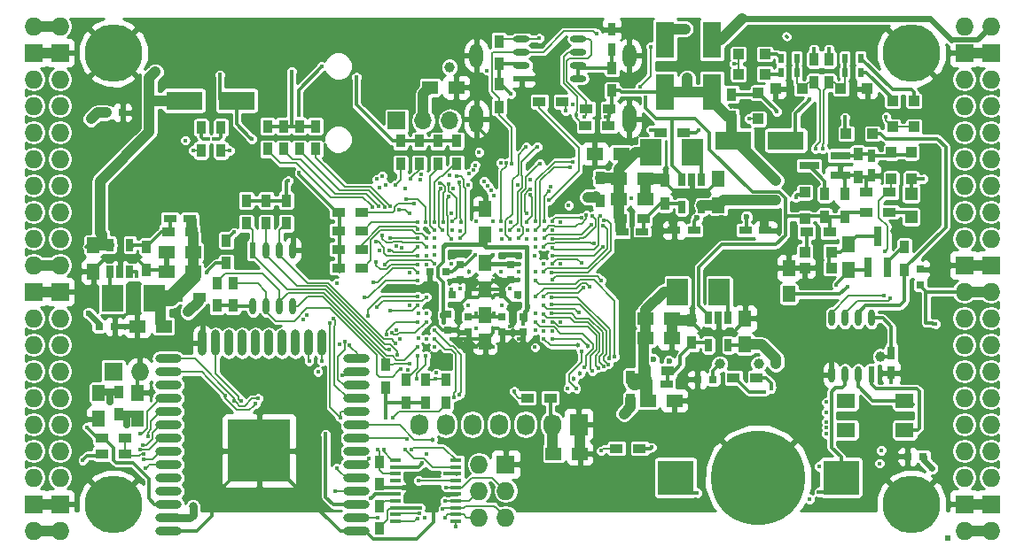
<source format=gbl>
G04 #@! TF.FileFunction,Copper,L4,Bot,Signal*
%FSLAX46Y46*%
G04 Gerber Fmt 4.6, Leading zero omitted, Abs format (unit mm)*
G04 Created by KiCad (PCBNEW 4.0.7+dfsg1-1) date Mon Apr  2 17:17:36 2018*
%MOMM*%
%LPD*%
G01*
G04 APERTURE LIST*
%ADD10C,0.100000*%
%ADD11R,1.700000X1.700000*%
%ADD12O,1.700000X1.700000*%
%ADD13R,0.900000X1.200000*%
%ADD14O,1.727200X1.727200*%
%ADD15R,1.727200X1.727200*%
%ADD16R,0.500000X0.500000*%
%ADD17R,1.800000X3.500000*%
%ADD18R,1.200000X0.900000*%
%ADD19R,2.000000X2.500000*%
%ADD20R,0.700000X1.200000*%
%ADD21R,1.250000X1.500000*%
%ADD22R,1.500000X1.250000*%
%ADD23R,0.800000X1.900000*%
%ADD24R,1.900000X0.800000*%
%ADD25R,1.200000X0.750000*%
%ADD26R,0.750000X1.200000*%
%ADD27C,5.500000*%
%ADD28R,1.000000X0.400000*%
%ADD29R,1.727200X2.032000*%
%ADD30O,1.727200X2.032000*%
%ADD31R,3.500000X1.800000*%
%ADD32R,3.500000X3.300000*%
%ADD33C,9.000000*%
%ADD34R,1.000000X1.000000*%
%ADD35O,1.300000X2.700000*%
%ADD36O,1.300000X2.300000*%
%ADD37R,0.600000X1.550000*%
%ADD38O,0.600000X1.550000*%
%ADD39R,1.550000X0.600000*%
%ADD40O,1.550000X0.600000*%
%ADD41O,2.500000X0.900000*%
%ADD42O,0.900000X2.500000*%
%ADD43R,6.000000X6.000000*%
%ADD44R,1.800000X1.400000*%
%ADD45R,1.200000X1.200000*%
%ADD46R,0.750000X0.800000*%
%ADD47R,0.800000X0.750000*%
%ADD48R,0.500000X0.900000*%
%ADD49C,0.400000*%
%ADD50C,0.454000*%
%ADD51C,0.600000*%
%ADD52C,1.000000*%
%ADD53C,0.800000*%
%ADD54C,0.700000*%
%ADD55C,0.300000*%
%ADD56C,0.500000*%
%ADD57C,1.000000*%
%ADD58C,0.190000*%
%ADD59C,0.600000*%
%ADD60C,0.400000*%
%ADD61C,0.800000*%
%ADD62C,0.700000*%
%ADD63C,1.500000*%
%ADD64C,0.127000*%
%ADD65C,0.180000*%
%ADD66C,1.200000*%
%ADD67C,0.200000*%
%ADD68C,0.254000*%
G04 APERTURE END LIST*
D10*
D11*
X130056000Y-71725000D03*
D12*
X132596000Y-71725000D03*
X135136000Y-71725000D03*
D13*
X169919000Y-68065000D03*
X169919000Y-65865000D03*
D14*
X97910000Y-62690000D03*
X95370000Y-62690000D03*
D15*
X97910000Y-65230000D03*
X95370000Y-65230000D03*
D14*
X97910000Y-67770000D03*
X95370000Y-67770000D03*
X97910000Y-70310000D03*
X95370000Y-70310000D03*
X97910000Y-72850000D03*
X95370000Y-72850000D03*
X97910000Y-75390000D03*
X95370000Y-75390000D03*
X97910000Y-77930000D03*
X95370000Y-77930000D03*
X97910000Y-80470000D03*
X95370000Y-80470000D03*
X97910000Y-83010000D03*
X95370000Y-83010000D03*
X97910000Y-85550000D03*
X95370000Y-85550000D03*
D15*
X97910000Y-88090000D03*
X95370000Y-88090000D03*
D14*
X97910000Y-90630000D03*
X95370000Y-90630000D03*
X97910000Y-93170000D03*
X95370000Y-93170000D03*
X97910000Y-95710000D03*
X95370000Y-95710000D03*
X97910000Y-98250000D03*
X95370000Y-98250000D03*
X97910000Y-100790000D03*
X95370000Y-100790000D03*
X97910000Y-103330000D03*
X95370000Y-103330000D03*
X97910000Y-105870000D03*
X95370000Y-105870000D03*
D15*
X97910000Y-108410000D03*
X95370000Y-108410000D03*
D14*
X97910000Y-110950000D03*
X95370000Y-110950000D03*
D16*
X182675150Y-111637626D03*
D13*
X103498000Y-99858000D03*
X103498000Y-97658000D03*
D17*
X155695000Y-69000000D03*
X155695000Y-64000000D03*
D18*
X157430000Y-72850000D03*
X155230000Y-72850000D03*
D19*
X160870000Y-88090000D03*
X156870000Y-88090000D03*
D20*
X159825000Y-90600000D03*
X160775000Y-90600000D03*
X161725000Y-90600000D03*
X161725000Y-93200000D03*
X159825000Y-93200000D03*
D19*
X102895000Y-88725000D03*
X106895000Y-88725000D03*
D20*
X104575000Y-86215000D03*
X103625000Y-86215000D03*
X102675000Y-86215000D03*
X102675000Y-83615000D03*
X104575000Y-83615000D03*
D19*
X158330000Y-74755000D03*
X154330000Y-74755000D03*
D20*
X157285000Y-77392000D03*
X158235000Y-77392000D03*
X159185000Y-77392000D03*
X159185000Y-79992000D03*
X157285000Y-79992000D03*
D21*
X101085000Y-83665000D03*
X101085000Y-86165000D03*
D22*
X153810000Y-90630000D03*
X156310000Y-90630000D03*
X153810000Y-92535000D03*
X156310000Y-92535000D03*
D21*
X163315000Y-93150000D03*
X163315000Y-90650000D03*
D22*
X151270000Y-79200000D03*
X153770000Y-79200000D03*
X151270000Y-77295000D03*
X153770000Y-77295000D03*
D21*
X160775000Y-79815000D03*
X160775000Y-77315000D03*
D22*
X110590000Y-84280000D03*
X108090000Y-84280000D03*
X110590000Y-86185000D03*
X108090000Y-86185000D03*
D21*
X173221000Y-86038000D03*
X173221000Y-83538000D03*
D23*
X176965000Y-85780000D03*
X175065000Y-85780000D03*
X176015000Y-82780000D03*
D24*
X172435000Y-75075000D03*
X172435000Y-76975000D03*
X169435000Y-76025000D03*
D25*
X153910000Y-96910000D03*
X155810000Y-96910000D03*
X151570000Y-82375000D03*
X153470000Y-82375000D03*
X110290000Y-81105000D03*
X108390000Y-81105000D03*
D26*
X175380000Y-75075000D03*
X175380000Y-76975000D03*
D18*
X169200000Y-82375000D03*
X171400000Y-82375000D03*
D13*
X172840000Y-80935000D03*
X172840000Y-78735000D03*
D18*
X177115000Y-80470000D03*
X174915000Y-80470000D03*
D13*
X174110000Y-74925000D03*
X174110000Y-77125000D03*
X178555000Y-83815000D03*
X178555000Y-86015000D03*
X113785000Y-83180000D03*
X113785000Y-85380000D03*
X170935000Y-80935000D03*
X170935000Y-78735000D03*
X128390000Y-108580000D03*
X128390000Y-110780000D03*
D18*
X153239000Y-103076000D03*
X151039000Y-103076000D03*
X177115000Y-78565000D03*
X174915000Y-78565000D03*
X153760000Y-95640000D03*
X155960000Y-95640000D03*
X110440000Y-82375000D03*
X108240000Y-82375000D03*
X151420000Y-81105000D03*
X153620000Y-81105000D03*
D13*
X158235000Y-90800000D03*
X158235000Y-93000000D03*
X106165000Y-86015000D03*
X106165000Y-83815000D03*
X155695000Y-77465000D03*
X155695000Y-79665000D03*
D18*
X126696000Y-85804000D03*
X124496000Y-85804000D03*
X126696000Y-84026000D03*
X124496000Y-84026000D03*
X126696000Y-82248000D03*
X124496000Y-82248000D03*
X126696000Y-80470000D03*
X124496000Y-80470000D03*
D13*
X130422000Y-75873000D03*
X130422000Y-73673000D03*
X132200000Y-75873000D03*
X132200000Y-73673000D03*
X133993000Y-75873000D03*
X133993000Y-73673000D03*
X135771000Y-75873000D03*
X135771000Y-73673000D03*
D26*
X150589600Y-64910000D03*
X150589600Y-63010000D03*
D14*
X184270000Y-110950000D03*
X186810000Y-110950000D03*
D15*
X184270000Y-108410000D03*
X186810000Y-108410000D03*
D14*
X184270000Y-105870000D03*
X186810000Y-105870000D03*
X184270000Y-103330000D03*
X186810000Y-103330000D03*
X184270000Y-100790000D03*
X186810000Y-100790000D03*
X184270000Y-98250000D03*
X186810000Y-98250000D03*
X184270000Y-95710000D03*
X186810000Y-95710000D03*
X184270000Y-93170000D03*
X186810000Y-93170000D03*
X184270000Y-90630000D03*
X186810000Y-90630000D03*
X184270000Y-88090000D03*
X186810000Y-88090000D03*
D15*
X184270000Y-85550000D03*
X186810000Y-85550000D03*
D14*
X184270000Y-83010000D03*
X186810000Y-83010000D03*
X184270000Y-80470000D03*
X186810000Y-80470000D03*
X184270000Y-77930000D03*
X186810000Y-77930000D03*
X184270000Y-75390000D03*
X186810000Y-75390000D03*
X184270000Y-72850000D03*
X186810000Y-72850000D03*
X184270000Y-70310000D03*
X186810000Y-70310000D03*
X184270000Y-67770000D03*
X186810000Y-67770000D03*
D15*
X184270000Y-65230000D03*
X186810000Y-65230000D03*
D14*
X184270000Y-62690000D03*
X186810000Y-62690000D03*
D27*
X102990000Y-108410000D03*
X179190000Y-108410000D03*
X179190000Y-65230000D03*
X102990000Y-65230000D03*
D13*
X162045000Y-71410000D03*
X162045000Y-69210000D03*
X139820000Y-66330000D03*
X139820000Y-64130000D03*
X139835000Y-68212000D03*
X139835000Y-70412000D03*
X150615000Y-68870000D03*
X150615000Y-66670000D03*
D18*
X150275000Y-72215000D03*
X148075000Y-72215000D03*
X150380000Y-70600000D03*
X148180000Y-70600000D03*
D28*
X135735000Y-104215000D03*
X135735000Y-104865000D03*
X135735000Y-105515000D03*
X135735000Y-106165000D03*
X135735000Y-106815000D03*
X135735000Y-107465000D03*
X135735000Y-108115000D03*
X135735000Y-108765000D03*
X135735000Y-109415000D03*
X135735000Y-110065000D03*
X129935000Y-110065000D03*
X129935000Y-109415000D03*
X129935000Y-108765000D03*
X129935000Y-108115000D03*
X129935000Y-107465000D03*
X129935000Y-106815000D03*
X129935000Y-106165000D03*
X129935000Y-105515000D03*
X129935000Y-104865000D03*
X129935000Y-104215000D03*
D13*
X119500000Y-79370000D03*
X119500000Y-81570000D03*
X114420000Y-89444000D03*
X114420000Y-87244000D03*
X129025000Y-97275000D03*
X129025000Y-95075000D03*
X117595000Y-79370000D03*
X117595000Y-81570000D03*
X112896000Y-89444000D03*
X112896000Y-87244000D03*
X115690000Y-79370000D03*
X115690000Y-81570000D03*
D18*
X144730000Y-98250000D03*
X142530000Y-98250000D03*
D13*
X132835000Y-98715000D03*
X132835000Y-96515000D03*
X130930000Y-98715000D03*
X130930000Y-96515000D03*
D18*
X101890000Y-103600000D03*
X104090000Y-103600000D03*
D15*
X102990000Y-95710000D03*
D14*
X105530000Y-95710000D03*
D18*
X104090000Y-102060000D03*
X101890000Y-102060000D03*
D21*
X167506000Y-88324000D03*
X167506000Y-85824000D03*
D18*
X164415000Y-96345000D03*
X162215000Y-96345000D03*
D15*
X140455000Y-104600000D03*
D14*
X137915000Y-104600000D03*
X140455000Y-107140000D03*
X137915000Y-107140000D03*
X140455000Y-109680000D03*
X137915000Y-109680000D03*
D21*
X138500000Y-90370000D03*
X138500000Y-92870000D03*
X138500000Y-82670000D03*
X138500000Y-80170000D03*
X138500000Y-85370000D03*
X138500000Y-87870000D03*
X101593000Y-97762000D03*
X101593000Y-100262000D03*
D13*
X113277000Y-74585000D03*
X113277000Y-72385000D03*
X111372000Y-74585000D03*
X111372000Y-72385000D03*
X171316000Y-68065000D03*
X171316000Y-65865000D03*
D29*
X147440000Y-100790000D03*
D30*
X144900000Y-100790000D03*
X142360000Y-100790000D03*
X139820000Y-100790000D03*
X137280000Y-100790000D03*
X134740000Y-100790000D03*
X132200000Y-100790000D03*
D21*
X105276000Y-100262000D03*
X105276000Y-97762000D03*
D31*
X109761000Y-69802000D03*
X114761000Y-69802000D03*
X167212000Y-73612000D03*
X162212000Y-73612000D03*
D17*
X160140000Y-64000000D03*
X160140000Y-69000000D03*
D22*
X154064000Y-98504000D03*
X156564000Y-98504000D03*
X107796000Y-91392000D03*
X105296000Y-91392000D03*
X151484000Y-74882000D03*
X148984000Y-74882000D03*
D13*
X134740000Y-96515000D03*
X134740000Y-98715000D03*
D32*
X172485000Y-105870000D03*
X156685000Y-105870000D03*
D33*
X164585000Y-105870000D03*
D34*
X168756000Y-68659000D03*
X166256000Y-68659000D03*
X172479000Y-68659000D03*
X174979000Y-68659000D03*
X169050000Y-84280000D03*
X171550000Y-84280000D03*
X169030000Y-81085000D03*
X169030000Y-78585000D03*
X171550000Y-85804000D03*
X169050000Y-85804000D03*
X179190000Y-77275000D03*
X179190000Y-74775000D03*
X177285000Y-74775000D03*
X177285000Y-77275000D03*
X172987000Y-72977000D03*
X175487000Y-72977000D03*
X164585000Y-69060000D03*
X164585000Y-71560000D03*
D13*
X128390000Y-106546000D03*
X128390000Y-104346000D03*
X117722000Y-74458000D03*
X117722000Y-72258000D03*
X119246000Y-74458000D03*
X119246000Y-72258000D03*
X120770000Y-74458000D03*
X120770000Y-72258000D03*
X122294000Y-74458000D03*
X122294000Y-72258000D03*
D18*
X145880000Y-69900000D03*
X143680000Y-69900000D03*
D35*
X152280000Y-71550000D03*
X137680000Y-71550000D03*
D36*
X137680000Y-65500000D03*
X152280000Y-65500000D03*
D37*
X175395000Y-96015000D03*
D38*
X174125000Y-96015000D03*
X172855000Y-96015000D03*
X171585000Y-96015000D03*
X171585000Y-90615000D03*
X172855000Y-90615000D03*
X174125000Y-90615000D03*
X175395000Y-90615000D03*
D39*
X141980000Y-67706500D03*
D40*
X141980000Y-66436500D03*
X141980000Y-65166500D03*
X141980000Y-63896500D03*
X147380000Y-63896500D03*
X147380000Y-65166500D03*
X147380000Y-66436500D03*
X147380000Y-67706500D03*
D37*
X116325000Y-84120000D03*
D38*
X117595000Y-84120000D03*
X118865000Y-84120000D03*
X120135000Y-84120000D03*
X120135000Y-89520000D03*
X118865000Y-89520000D03*
X117595000Y-89520000D03*
X116325000Y-89520000D03*
D41*
X126230000Y-111000000D03*
X126230000Y-109730000D03*
X126230000Y-108460000D03*
X126230000Y-107190000D03*
X126230000Y-105920000D03*
X126230000Y-104650000D03*
X126230000Y-103380000D03*
X126230000Y-102110000D03*
X126230000Y-100840000D03*
X126230000Y-99570000D03*
X126230000Y-98300000D03*
X126230000Y-97030000D03*
X126230000Y-95760000D03*
X126230000Y-94490000D03*
D42*
X122945000Y-93000000D03*
X121675000Y-93000000D03*
X120405000Y-93000000D03*
X119135000Y-93000000D03*
X117865000Y-93000000D03*
X116595000Y-93000000D03*
X115325000Y-93000000D03*
X114055000Y-93000000D03*
X112785000Y-93000000D03*
X111515000Y-93000000D03*
D41*
X108230000Y-94490000D03*
X108230000Y-95760000D03*
X108230000Y-97030000D03*
X108230000Y-98300000D03*
X108230000Y-99570000D03*
X108230000Y-100840000D03*
X108230000Y-102110000D03*
X108230000Y-103380000D03*
X108230000Y-104650000D03*
X108230000Y-105920000D03*
X108230000Y-107190000D03*
X108230000Y-108460000D03*
X108230000Y-109730000D03*
X108230000Y-111000000D03*
D43*
X116930000Y-103300000D03*
D44*
X178576000Y-98522000D03*
X172976000Y-98522000D03*
X172976000Y-101322000D03*
X178576000Y-101322000D03*
D45*
X179190000Y-78735000D03*
X179190000Y-80935000D03*
D46*
X140900000Y-86970000D03*
X140900000Y-85470000D03*
X136100000Y-86970000D03*
X136100000Y-85470000D03*
X136900000Y-91970000D03*
X136900000Y-90470000D03*
X140100000Y-91970000D03*
X140100000Y-90470000D03*
X142100000Y-91970000D03*
X142100000Y-90470000D03*
X134900000Y-91770000D03*
X134900000Y-90270000D03*
D47*
X136850000Y-88420000D03*
X135350000Y-88420000D03*
X140150000Y-88420000D03*
X141650000Y-88420000D03*
D25*
X163350000Y-82220000D03*
X165250000Y-82220000D03*
X158450000Y-82220000D03*
X156550000Y-82220000D03*
D26*
X177300000Y-93950000D03*
X177300000Y-95850000D03*
D48*
X166756000Y-67135000D03*
X168256000Y-67135000D03*
X174350000Y-67120000D03*
X172850000Y-67120000D03*
D34*
X162700000Y-67262000D03*
X165200000Y-67262000D03*
X165200000Y-65357000D03*
X162700000Y-65357000D03*
X177412000Y-72322000D03*
X177412000Y-69822000D03*
X179444000Y-69822000D03*
X179444000Y-72322000D03*
D48*
X166756000Y-65738000D03*
X168256000Y-65738000D03*
X172852000Y-65738000D03*
X174352000Y-65738000D03*
D13*
X152393000Y-96261000D03*
X152393000Y-98461000D03*
D18*
X109002000Y-88598000D03*
X111202000Y-88598000D03*
D13*
X149472000Y-77211000D03*
X149472000Y-79411000D03*
D22*
X145047000Y-103584000D03*
X147547000Y-103584000D03*
X133251000Y-68550000D03*
X135751000Y-68550000D03*
D47*
X103870000Y-70963000D03*
X102370000Y-70963000D03*
X103120000Y-91410000D03*
X101620000Y-91410000D03*
D46*
X180094000Y-85961000D03*
X180094000Y-87461000D03*
D47*
X178848000Y-103856000D03*
X180348000Y-103856000D03*
X158770000Y-96490000D03*
X160270000Y-96490000D03*
X133230000Y-86200000D03*
X134730000Y-86200000D03*
D49*
X124632693Y-93120351D03*
X138480000Y-92600000D03*
X140080000Y-92600000D03*
X135280000Y-87000000D03*
X145687392Y-90996646D03*
D50*
X141675979Y-86986521D03*
D49*
X140876932Y-84552536D03*
X132882184Y-84635369D03*
X132879996Y-82103336D03*
X140922639Y-81447441D03*
X177287984Y-96778661D03*
D51*
X152510125Y-81695229D03*
D49*
X141740000Y-70201000D03*
X131264297Y-86227110D03*
X173856000Y-71538990D03*
D52*
X164947008Y-63194069D03*
X175494572Y-64322557D03*
D49*
X135342764Y-89381630D03*
X144103496Y-84660400D03*
D52*
X177658444Y-82281349D03*
D49*
X145680000Y-81405125D03*
X145691238Y-94166752D03*
D52*
X162956098Y-95078488D03*
X158539988Y-94868772D03*
D51*
X161075765Y-80992022D03*
X164882869Y-80938986D03*
X156262773Y-81349374D03*
X123437000Y-108972000D03*
D49*
X135281276Y-80583119D03*
X131279502Y-89407325D03*
X170309539Y-85441529D03*
X145672808Y-85396062D03*
X133216000Y-107465000D03*
X137680000Y-88600000D03*
X142480000Y-95000000D03*
X141680000Y-92600000D03*
X135284627Y-94985297D03*
X135288625Y-94225619D03*
X134455822Y-94267172D03*
X136095958Y-93369652D03*
D50*
X139264636Y-91615205D03*
D52*
X116880503Y-64802940D03*
X106974809Y-64953974D03*
D49*
X140874194Y-91433353D03*
X142480000Y-94200000D03*
X140880000Y-93400000D03*
X139280000Y-93400000D03*
X137680000Y-93400000D03*
X136880000Y-92600000D03*
X135280000Y-92600000D03*
X132880000Y-91800000D03*
X132880000Y-93400000D03*
D50*
X139280000Y-87000000D03*
X137680000Y-87000000D03*
X136080000Y-84600000D03*
X139280000Y-88600000D03*
D52*
X107021491Y-67043629D03*
D49*
X172047074Y-87438453D03*
D52*
X166255545Y-79350736D03*
X166275426Y-77452540D03*
X157807568Y-67669269D03*
X101707889Y-82423180D03*
X166284693Y-95025145D03*
D49*
X150030853Y-71331848D03*
D52*
X157600000Y-62944000D03*
D51*
X181155918Y-104980708D03*
D49*
X171089123Y-98665996D03*
X171089123Y-99619659D03*
D52*
X135105588Y-66616618D03*
D49*
X181491000Y-91156000D03*
X140936031Y-69178713D03*
X138653686Y-66932248D03*
X135279386Y-87846456D03*
X119692151Y-77494120D03*
X113660608Y-89375718D03*
D52*
X148268387Y-79050018D03*
D49*
X137659051Y-91638034D03*
X158870000Y-72596000D03*
X114513935Y-82409431D03*
X109840000Y-73620000D03*
X132110753Y-92527478D03*
X165803369Y-97344883D03*
D52*
X160905403Y-95006436D03*
D51*
X158731133Y-81048929D03*
X154593901Y-94607945D03*
X156088245Y-94762980D03*
D52*
X164625730Y-94982471D03*
D51*
X163462982Y-80942429D03*
D52*
X176254940Y-94288458D03*
D53*
X110593913Y-108636458D03*
D49*
X180340784Y-77316932D03*
X173137949Y-87594275D03*
D54*
X102710050Y-98594954D03*
D49*
X129005202Y-100174798D03*
X176305593Y-103279812D03*
X100080000Y-104200000D03*
X139272517Y-84611349D03*
X141680000Y-86200000D03*
X132880000Y-92600000D03*
X141680000Y-88600000D03*
X141680000Y-85400000D03*
X130019546Y-91732979D03*
X121431221Y-90311593D03*
X130384540Y-92584728D03*
X121088335Y-90753785D03*
X146394787Y-97333919D03*
X143300000Y-86220000D03*
X144891603Y-91881937D03*
X147175985Y-97333919D03*
X147700000Y-93820000D03*
X142107219Y-91201016D03*
D52*
X110128890Y-90028152D03*
D49*
X142480000Y-83800000D03*
X134480000Y-83800000D03*
X134480000Y-91000000D03*
X120664983Y-71227362D03*
X122926177Y-66532317D03*
X153843282Y-69469828D03*
X105245010Y-86595559D03*
X169517039Y-69686488D03*
X170362901Y-107286196D03*
X158716651Y-107325176D03*
X136028224Y-97922729D03*
X128216338Y-109760338D03*
X132708000Y-109680000D03*
X134750646Y-106810513D03*
X133680000Y-91800000D03*
X135517016Y-98167170D03*
X134675868Y-108131585D03*
D50*
X133449289Y-102232615D03*
D49*
X133680000Y-92600000D03*
X132928488Y-103601340D03*
X127419091Y-104077728D03*
X133685482Y-93402296D03*
X134463998Y-108841973D03*
X131986331Y-96404793D03*
X131039072Y-102187000D03*
X134636872Y-109719950D03*
X132846234Y-94197073D03*
X176700000Y-84220000D03*
X143260000Y-84620000D03*
X120739932Y-76694083D03*
X126204504Y-67585368D03*
X147983153Y-71347080D03*
X147186000Y-71200000D03*
X127810351Y-87182069D03*
X121687479Y-94718249D03*
X132083026Y-86260405D03*
X116569594Y-98828850D03*
X113700000Y-98020000D03*
X122932649Y-94724357D03*
X124849021Y-96102869D03*
X122527919Y-95725900D03*
X113157250Y-67343629D03*
X116198000Y-73474420D03*
X127586603Y-107875044D03*
X146180000Y-70800000D03*
X131453853Y-103208291D03*
X149787294Y-81774991D03*
X144080000Y-86200000D03*
X149553145Y-86989440D03*
X144894316Y-86977564D03*
X144896700Y-83863953D03*
X149527221Y-80838006D03*
D50*
X147343891Y-93217126D03*
D49*
X144113248Y-92588762D03*
X149853189Y-81252115D03*
X144875155Y-86292748D03*
X144916886Y-83019942D03*
X148696112Y-80861847D03*
D50*
X148349010Y-93322307D03*
D49*
X144882352Y-92577990D03*
X144902941Y-91037926D03*
X148747982Y-95669626D03*
X144867244Y-90193915D03*
X149795895Y-95251084D03*
X144856756Y-89349904D03*
X150278898Y-95040253D03*
X150345974Y-94517527D03*
X144877648Y-88622010D03*
X150889207Y-94332565D03*
X143280000Y-87000000D03*
X129972715Y-93035096D03*
X131084713Y-95564177D03*
X130422000Y-95456000D03*
X131316164Y-94959140D03*
X130123373Y-94122671D03*
X132031990Y-93400000D03*
X129362027Y-93645784D03*
X141280657Y-97642010D03*
X133852393Y-95875797D03*
X133762848Y-96395146D03*
X132080000Y-94200000D03*
X128452683Y-84116867D03*
X105890482Y-103613569D03*
X129449238Y-89937935D03*
X130839477Y-103208987D03*
X132075624Y-89410644D03*
X128806823Y-103185900D03*
X128136791Y-89611518D03*
X132162861Y-106185868D03*
X132880000Y-88600000D03*
X126970181Y-88659309D03*
X124322162Y-105002357D03*
X132080000Y-87000000D03*
X125525099Y-93236764D03*
X124202418Y-107207639D03*
X110599084Y-74589383D03*
X132024412Y-109766775D03*
X114104080Y-74612196D03*
X132219727Y-109277292D03*
X115190634Y-98572389D03*
X131677570Y-79697994D03*
X132088008Y-81408008D03*
X132079995Y-82103334D03*
X132872609Y-82947347D03*
X133664491Y-81414685D03*
X133648389Y-82190597D03*
X131353451Y-77264702D03*
X129920953Y-77910818D03*
X129568570Y-92005655D03*
X132880000Y-91000000D03*
X129055731Y-92162718D03*
X132077338Y-91002010D03*
X131265176Y-80621782D03*
X130272149Y-80238214D03*
X128091794Y-85277024D03*
X132089786Y-85479378D03*
X146880000Y-70200000D03*
X134250176Y-78253806D03*
X163703220Y-71542164D03*
X134433979Y-82180155D03*
X135656559Y-110610712D03*
X149577281Y-103320847D03*
X132468001Y-104503413D03*
D54*
X104260000Y-100790000D03*
D49*
X114560994Y-98539563D03*
X116800000Y-98320000D03*
X111895217Y-86253790D03*
X170383147Y-104803648D03*
X165170594Y-97666317D03*
X169506589Y-107953726D03*
X170026483Y-74446860D03*
X142571021Y-82204353D03*
X143287402Y-83042010D03*
X154425580Y-102987766D03*
X168166438Y-79108038D03*
X112614274Y-73474420D03*
X112074854Y-73474420D03*
X176185734Y-104520755D03*
X143269694Y-93414905D03*
X171089123Y-101653244D03*
X143280000Y-91800000D03*
X171089123Y-101086833D03*
X144064831Y-91877646D03*
X171089123Y-100559822D03*
X144080000Y-90956495D03*
X135315381Y-82193851D03*
X135414395Y-78229653D03*
X135132058Y-76987187D03*
X136124555Y-82260038D03*
X135778528Y-77069750D03*
X136080000Y-83000000D03*
X142785835Y-77341923D03*
X170739071Y-74406366D03*
X142460000Y-83020000D03*
X143280000Y-83800000D03*
X169919000Y-64849000D03*
X171316000Y-64849000D03*
X125110333Y-92897638D03*
X124361185Y-87274371D03*
X124361184Y-87274370D03*
X182675150Y-111637626D03*
X172853718Y-71407275D03*
X166353476Y-70835462D03*
X123273881Y-101715917D03*
X129660000Y-100155000D03*
X128247798Y-103208979D03*
X127301115Y-90454353D03*
X132084049Y-88558274D03*
X120008000Y-67008000D03*
X129437600Y-79946788D03*
X133680000Y-83000000D03*
X128908575Y-79985477D03*
X133680000Y-83800000D03*
X128328791Y-79953099D03*
X130487935Y-83869856D03*
X127749884Y-79991140D03*
X128913013Y-85505853D03*
X129992018Y-83691508D03*
X133680000Y-85400000D03*
X136080000Y-87800000D03*
X137624890Y-90122896D03*
X139322319Y-90164039D03*
X140080000Y-89400000D03*
X136880000Y-89400000D03*
X140896226Y-87816226D03*
D50*
X136938110Y-86196311D03*
D49*
X140014602Y-86192969D03*
D52*
X151758000Y-99774000D03*
D49*
X135021320Y-79024950D03*
X135280000Y-83022010D03*
X154298000Y-72596000D03*
X100450000Y-101044000D03*
X132285867Y-108754446D03*
X134707351Y-105508447D03*
X139280000Y-81400000D03*
X139314656Y-78918689D03*
X139039938Y-78419090D03*
X138722927Y-77981589D03*
X138405916Y-77551542D03*
X137925244Y-74739570D03*
X137680000Y-81400000D03*
X137528501Y-75984774D03*
X137358104Y-76483473D03*
X136939551Y-76803711D03*
X136894606Y-77861070D03*
X136233339Y-81437235D03*
X136050594Y-77644475D03*
X135359567Y-81395445D03*
X135034780Y-77831198D03*
X134508502Y-81406751D03*
X134177298Y-77721089D03*
D50*
X146942280Y-96452058D03*
X147534467Y-95913260D03*
D49*
X147928857Y-95339016D03*
X143322010Y-91000657D03*
X149284391Y-95377990D03*
X144077013Y-90266968D03*
X147430953Y-90112484D03*
X144076240Y-89395301D03*
X143322010Y-90201951D03*
X147910791Y-87683418D03*
X144082832Y-88584510D03*
X148483539Y-87623462D03*
X143322010Y-88595030D03*
X144102010Y-85397219D03*
X144889349Y-85448737D03*
X147687390Y-85374093D03*
X144912409Y-84657964D03*
X149732494Y-83807694D03*
X148921512Y-83442010D03*
X144103186Y-83777990D03*
X144131413Y-83000000D03*
X148610661Y-81705858D03*
X144888125Y-82175931D03*
X144176662Y-82199998D03*
X148175253Y-80781550D03*
X144887777Y-81331919D03*
X147688311Y-80983115D03*
X142450323Y-81420000D03*
X142811300Y-78846033D03*
X142784407Y-78283067D03*
X142460000Y-80620000D03*
X144138346Y-81383767D03*
X144606344Y-78517346D03*
X144791531Y-78023942D03*
X146587441Y-76174058D03*
X143332651Y-82197990D03*
X143294334Y-81377293D03*
X146901448Y-75654906D03*
X143708879Y-75817300D03*
X141727010Y-82998875D03*
X141727010Y-82194937D03*
X140028978Y-82200000D03*
X141624813Y-77914503D03*
X142418848Y-74257965D03*
X140861329Y-83041266D03*
X143457010Y-74219135D03*
X140872990Y-82177164D03*
X132309031Y-77342560D03*
X132428734Y-76829323D03*
X128644933Y-77015661D03*
X128152012Y-77332672D03*
X128446805Y-78179514D03*
X128961752Y-77878818D03*
X130878594Y-78253288D03*
X132820479Y-81400981D03*
X130952639Y-79249008D03*
X129458086Y-83004065D03*
X132079024Y-82947345D03*
X105572759Y-101661319D03*
X132881746Y-83791358D03*
X128691780Y-82737217D03*
X106276126Y-101893466D03*
X105840996Y-102767214D03*
X129302562Y-84153497D03*
X132083682Y-83791356D03*
X128062071Y-83328884D03*
X105553144Y-103208669D03*
X132092886Y-84635367D03*
X105847765Y-104138847D03*
X133671942Y-84595200D03*
X132896883Y-85469380D03*
X106088753Y-104974041D03*
X123709657Y-91064721D03*
X124707442Y-100126977D03*
X132900000Y-90180000D03*
X124015020Y-90635192D03*
X132100000Y-90157990D03*
X139992737Y-75748003D03*
X162271466Y-66284958D03*
X140028978Y-81400000D03*
X140517734Y-75793988D03*
X176797084Y-71341791D03*
X153261256Y-68515816D03*
X176605426Y-88507160D03*
X154329326Y-64643767D03*
X152497066Y-79193467D03*
X146481406Y-79819384D03*
X143650666Y-63862520D03*
X177211069Y-88764025D03*
X141042112Y-75846610D03*
X140060000Y-83020000D03*
X149134122Y-63424051D03*
X144606344Y-79361357D03*
D52*
X100855891Y-71574861D03*
D49*
X135280000Y-85400000D03*
D51*
X100652119Y-90162239D03*
D49*
X137550785Y-84577294D03*
X135280000Y-86200000D03*
D55*
X167336000Y-63706000D02*
X167252000Y-63622000D01*
D56*
X136188509Y-87050148D02*
X136609374Y-87050148D01*
X136609374Y-87050148D02*
X136850000Y-87290774D01*
X136850000Y-87290774D02*
X136850000Y-88027041D01*
D55*
X135280000Y-87000000D02*
X136070000Y-87000000D01*
X136070000Y-87000000D02*
X136100000Y-86970000D01*
X141662500Y-87000000D02*
X141675979Y-86986521D01*
X139280000Y-87000000D02*
X141662500Y-87000000D01*
X141354953Y-86986521D02*
X141675979Y-86986521D01*
X140773938Y-86994997D02*
X140782414Y-86986521D01*
X140782414Y-86986521D02*
X141354953Y-86986521D01*
X133680000Y-91000000D02*
X132880000Y-91800000D01*
X134450000Y-91770000D02*
X133680000Y-91000000D01*
X134900000Y-91770000D02*
X134450000Y-91770000D01*
X177300000Y-95850000D02*
X177300000Y-96766645D01*
X177300000Y-96766645D02*
X177287984Y-96778661D01*
X154842999Y-83027001D02*
X152648399Y-83027001D01*
X152510125Y-82888727D02*
X152510125Y-82119493D01*
X156550000Y-82220000D02*
X155650000Y-82220000D01*
X155650000Y-82220000D02*
X154842999Y-83027001D01*
X152648399Y-83027001D02*
X152510125Y-82888727D01*
X152510125Y-82119493D02*
X152510125Y-81695229D01*
X139163860Y-75537864D02*
X137472985Y-77228739D01*
X139163860Y-73733860D02*
X139163860Y-75537864D01*
X137472985Y-77228739D02*
X137472985Y-78092985D01*
X137680000Y-71550000D02*
X137680000Y-72250000D01*
X137680000Y-72250000D02*
X139163860Y-73733860D01*
X138500000Y-79120000D02*
X138500000Y-80170000D01*
X137472985Y-78092985D02*
X138500000Y-79120000D01*
X105276000Y-97762000D02*
X105276000Y-95964000D01*
X105276000Y-95964000D02*
X105530000Y-95710000D01*
X138500000Y-87870000D02*
X137137029Y-87870000D01*
X137137029Y-87870000D02*
X136979988Y-88027041D01*
X136979988Y-88027041D02*
X136850000Y-88027041D01*
X140150000Y-88420000D02*
X140150000Y-87836000D01*
X140150000Y-87836000D02*
X140150000Y-87618935D01*
X138500000Y-87870000D02*
X140116000Y-87870000D01*
X140116000Y-87870000D02*
X140150000Y-87836000D01*
X139280000Y-88600000D02*
X139230000Y-88600000D01*
X139230000Y-88600000D02*
X138500000Y-87870000D01*
X137680000Y-88600000D02*
X137770000Y-88600000D01*
X137770000Y-88600000D02*
X138500000Y-87870000D01*
D57*
X147547000Y-103584000D02*
X147547000Y-100897000D01*
D55*
X147547000Y-100897000D02*
X147440000Y-100790000D01*
X175494572Y-64322557D02*
X166075496Y-64322557D01*
X166075496Y-64322557D02*
X165447007Y-63694068D01*
X165447007Y-63694068D02*
X164947008Y-63194069D01*
X164882869Y-80938986D02*
X164882869Y-81852869D01*
X164882869Y-81852869D02*
X165250000Y-82220000D01*
X156262773Y-81349374D02*
X156262773Y-81932773D01*
X156262773Y-81932773D02*
X156550000Y-82220000D01*
X139264636Y-91615205D02*
X139745205Y-91615205D01*
X139745205Y-91615205D02*
X140100000Y-91970000D01*
D56*
X140150000Y-88420000D02*
X140150000Y-87606614D01*
X140150000Y-87606614D02*
X139543386Y-87000000D01*
D55*
X139543386Y-87000000D02*
X139280000Y-87000000D01*
D56*
X140150000Y-87618935D02*
X140773938Y-86994997D01*
D55*
X137680000Y-87000000D02*
X137680000Y-87050000D01*
X137680000Y-87050000D02*
X138500000Y-87870000D01*
X139280000Y-87000000D02*
X139280000Y-87090000D01*
X139280000Y-87090000D02*
X138500000Y-87870000D01*
X140150000Y-88420000D02*
X141150000Y-89420000D01*
X140150000Y-88420000D02*
X139460000Y-88420000D01*
X139460000Y-88420000D02*
X139280000Y-88600000D01*
X137680000Y-87000000D02*
X137680000Y-87298789D01*
D56*
X137680000Y-87298789D02*
X136850000Y-88128789D01*
D55*
X136850000Y-88128789D02*
X136850000Y-88420000D01*
X136110990Y-86995403D02*
X136110990Y-87288031D01*
X136850000Y-88027041D02*
X136850000Y-88420000D01*
X136110990Y-86995403D02*
X137675403Y-86995403D01*
X137675403Y-86995403D02*
X137680000Y-87000000D01*
X135850000Y-90220000D02*
X135850000Y-89545000D01*
X135850000Y-89545000D02*
X136795000Y-88600000D01*
X136795000Y-88600000D02*
X137397158Y-88600000D01*
X137397158Y-88600000D02*
X137680000Y-88600000D01*
D58*
X138029000Y-66332000D02*
X138115000Y-66246000D01*
D55*
X133415999Y-107664999D02*
X133216000Y-107465000D01*
X133612013Y-107861013D02*
X133415999Y-107664999D01*
X131991648Y-111780338D02*
X133612013Y-110159973D01*
X127810434Y-111780338D02*
X131991648Y-111780338D01*
X133612013Y-110159973D02*
X133612013Y-107861013D01*
X127060434Y-111030338D02*
X127810434Y-111780338D01*
X126260434Y-111030338D02*
X127060434Y-111030338D01*
D57*
X184270000Y-108410000D02*
X186810000Y-108410000D01*
X184270000Y-85550000D02*
X186810000Y-85550000D01*
X184270000Y-65230000D02*
X186810000Y-65230000D01*
X95370000Y-65230000D02*
X97910000Y-65230000D01*
X95370000Y-88090000D02*
X97910000Y-88090000D01*
X95370000Y-108410000D02*
X97910000Y-108410000D01*
D55*
X108260434Y-111030338D02*
X109060434Y-111030338D01*
X109060434Y-111030338D02*
X109140772Y-110950000D01*
X110957617Y-110950000D02*
X112380000Y-109527617D01*
X109140772Y-110950000D02*
X110957617Y-110950000D01*
X112380000Y-109527617D02*
X112380000Y-107854384D01*
X112380000Y-107854384D02*
X116904046Y-103330338D01*
X116904046Y-103330338D02*
X116960434Y-103330338D01*
X167506000Y-85824000D02*
X169927068Y-85824000D01*
X169927068Y-85824000D02*
X170109540Y-85641528D01*
X170109540Y-85641528D02*
X170309539Y-85441529D01*
X133216000Y-107465000D02*
X132214478Y-107465000D01*
X135735000Y-107465000D02*
X133216000Y-107465000D01*
X132214478Y-107465000D02*
X131572496Y-106823018D01*
X131572496Y-106823018D02*
X129919874Y-106823018D01*
X126260434Y-111030338D02*
X124660659Y-111030338D01*
X124660659Y-111030338D02*
X116960659Y-103330338D01*
X116960659Y-103330338D02*
X116960434Y-103330338D01*
X129935000Y-106815000D02*
X128659000Y-106815000D01*
X128659000Y-106815000D02*
X128390000Y-106546000D01*
X128390000Y-106546000D02*
X128558000Y-106546000D01*
X136126306Y-93400000D02*
X136095958Y-93369652D01*
X136880000Y-92600000D02*
X136110348Y-93369652D01*
X136049652Y-93369652D02*
X136095958Y-93369652D01*
X137680000Y-93400000D02*
X136126306Y-93400000D01*
X135280000Y-92600000D02*
X136049652Y-93369652D01*
X136110348Y-93369652D02*
X136095958Y-93369652D01*
X139264636Y-92054364D02*
X139264636Y-91936231D01*
X139264636Y-91936231D02*
X139264636Y-91615205D01*
X138550000Y-92769000D02*
X139264636Y-92054364D01*
X136880000Y-92600000D02*
X137680000Y-93400000D01*
X136880000Y-92600000D02*
X138381000Y-92600000D01*
X138381000Y-92600000D02*
X138550000Y-92769000D01*
X135280000Y-92600000D02*
X136880000Y-92600000D01*
X138550000Y-92769000D02*
X138649000Y-92769000D01*
X138649000Y-92769000D02*
X139280000Y-93400000D01*
X138550000Y-92769000D02*
X138311000Y-92769000D01*
X138311000Y-92769000D02*
X137680000Y-93400000D01*
X102210000Y-84915000D02*
X103625000Y-84915000D01*
X103625000Y-84915000D02*
X105215000Y-84915000D01*
X103625000Y-86215000D02*
X103625000Y-84915000D01*
X105215000Y-84915000D02*
X106165000Y-85865000D01*
X106165000Y-85865000D02*
X106165000Y-86015000D01*
X101085000Y-86165000D02*
X101085000Y-86040000D01*
X101085000Y-86040000D02*
X102210000Y-84915000D01*
X106165000Y-86015000D02*
X107920000Y-86015000D01*
X107920000Y-86015000D02*
X108090000Y-86185000D01*
D57*
X153770000Y-77295000D02*
X155525000Y-77295000D01*
D55*
X155525000Y-77295000D02*
X155695000Y-77465000D01*
D57*
X153770000Y-79200000D02*
X153770000Y-77295000D01*
D55*
X174110000Y-77125000D02*
X174745000Y-77125000D01*
X174745000Y-77125000D02*
X175230000Y-77125000D01*
X174915000Y-78565000D02*
X174915000Y-77295000D01*
X174915000Y-77295000D02*
X174745000Y-77125000D01*
X172840000Y-78735000D02*
X172840000Y-77380000D01*
X172840000Y-77380000D02*
X172435000Y-76975000D01*
X175230000Y-77125000D02*
X175380000Y-76975000D01*
X172435000Y-76975000D02*
X173960000Y-76975000D01*
X173960000Y-76975000D02*
X174110000Y-77125000D01*
X159850000Y-78365000D02*
X158235000Y-78365000D01*
X158235000Y-78365000D02*
X156445000Y-78365000D01*
X158235000Y-77235000D02*
X158235000Y-78365000D01*
X160775000Y-77315000D02*
X160775000Y-77440000D01*
X160775000Y-77440000D02*
X159850000Y-78365000D01*
X156445000Y-78365000D02*
X155695000Y-77615000D01*
X155695000Y-77615000D02*
X155695000Y-77465000D01*
D57*
X156310000Y-90630000D02*
X156310000Y-92535000D01*
X158235000Y-90800000D02*
X156480000Y-90800000D01*
D55*
X156480000Y-90800000D02*
X156310000Y-90630000D01*
X163315000Y-90650000D02*
X163315000Y-90834602D01*
X163315000Y-90834602D02*
X162249602Y-91900000D01*
X162249602Y-91900000D02*
X160775000Y-91900000D01*
X101085000Y-86165000D02*
X101085000Y-85929893D01*
X106165000Y-85944374D02*
X106165000Y-86015000D01*
X159185000Y-91900000D02*
X160775000Y-91900000D01*
X160775000Y-90600000D02*
X160775000Y-91900000D01*
X158235000Y-90800000D02*
X158235000Y-90950000D01*
X158235000Y-90950000D02*
X159185000Y-91900000D01*
X108090000Y-84280000D02*
X108090000Y-86185000D01*
X107625000Y-84745000D02*
X108090000Y-84280000D01*
X108070000Y-84260000D02*
X108090000Y-84280000D01*
X154495000Y-69000000D02*
X154487826Y-68992826D01*
X155695000Y-69000000D02*
X154495000Y-69000000D01*
X154487826Y-68992826D02*
X151487826Y-68992826D01*
X151487826Y-68992826D02*
X151365000Y-68870000D01*
X151365000Y-68870000D02*
X150615000Y-68870000D01*
D57*
X106407114Y-69940886D02*
X106407114Y-67658006D01*
X106521492Y-67543628D02*
X107021491Y-67043629D01*
X106407114Y-67658006D02*
X106521492Y-67543628D01*
D55*
X172047074Y-87336926D02*
X172047074Y-87438453D01*
X173221000Y-86163000D02*
X172047074Y-87336926D01*
X173221000Y-86038000D02*
X173221000Y-86163000D01*
D57*
X106407114Y-69940886D02*
X106407114Y-72833672D01*
X106407114Y-72833672D02*
X101707889Y-77532897D01*
X101707889Y-77532897D02*
X101707889Y-81716074D01*
X101707889Y-81716074D02*
X101707889Y-82423180D01*
X160790000Y-79800000D02*
X161239264Y-79350736D01*
X161239264Y-79350736D02*
X165548439Y-79350736D01*
X165548439Y-79350736D02*
X166255545Y-79350736D01*
X165775427Y-76952541D02*
X166275426Y-77452540D01*
X162045000Y-73222114D02*
X165775427Y-76952541D01*
X162045000Y-71410000D02*
X162045000Y-73222114D01*
X162045000Y-71410000D02*
X162045000Y-71260000D01*
X155695000Y-69000000D02*
X157800000Y-69000000D01*
X157800000Y-69000000D02*
X160140000Y-69000000D01*
D55*
X157807568Y-68376375D02*
X157800000Y-68383943D01*
D57*
X157807568Y-67669269D02*
X157807568Y-68376375D01*
X157800000Y-68383943D02*
X157800000Y-69000000D01*
D55*
X101733051Y-82423180D02*
X101707889Y-82423180D01*
X101913492Y-82603621D02*
X101733051Y-82423180D01*
D57*
X166284693Y-94494693D02*
X166284693Y-95025145D01*
X164940000Y-93150000D02*
X166284693Y-94494693D01*
X163315000Y-93150000D02*
X164940000Y-93150000D01*
D55*
X101085000Y-83665000D02*
X101684316Y-83665000D01*
X101684316Y-83665000D02*
X101913492Y-83435824D01*
D57*
X101913492Y-83435824D02*
X101913492Y-82603621D01*
D55*
X150275000Y-71465000D02*
X150380000Y-71360000D01*
X150380000Y-71360000D02*
X150380000Y-70600000D01*
X150615000Y-70935000D02*
X150615000Y-69995990D01*
X150615000Y-69995990D02*
X150615000Y-68870000D01*
X150313695Y-71331848D02*
X150030853Y-71331848D01*
X150141848Y-71331848D02*
X150030853Y-71331848D01*
X150275000Y-71465000D02*
X150141848Y-71331848D01*
X150275000Y-72215000D02*
X150275000Y-71465000D01*
X160140000Y-69000000D02*
X160140000Y-69850000D01*
D57*
X160140000Y-69850000D02*
X161700000Y-71410000D01*
D55*
X110610000Y-69548000D02*
X110610000Y-69802000D01*
D57*
X109975000Y-69802000D02*
X106546000Y-69802000D01*
X106546000Y-69802000D02*
X106419000Y-69929000D01*
X106419000Y-69929000D02*
X106407114Y-69940886D01*
D55*
X106419000Y-69675000D02*
X106419000Y-69929000D01*
X100572432Y-83665000D02*
X100424079Y-83813353D01*
X101085000Y-83665000D02*
X100572432Y-83665000D01*
X160790000Y-79800000D02*
X160775000Y-79815000D01*
X160775000Y-79940000D02*
X160775000Y-79815000D01*
X164925000Y-93150000D02*
X164240000Y-93150000D01*
X164240000Y-93150000D02*
X163315000Y-93150000D01*
X101085000Y-83665000D02*
X101085000Y-83790000D01*
D57*
X159185000Y-79835000D02*
X160755000Y-79835000D01*
D55*
X160755000Y-79835000D02*
X160775000Y-79815000D01*
X161725000Y-93200000D02*
X163265000Y-93200000D01*
X163265000Y-93200000D02*
X163315000Y-93150000D01*
X173221000Y-86038000D02*
X174807000Y-86038000D01*
X174807000Y-86038000D02*
X175065000Y-85780000D01*
D57*
X101085000Y-83665000D02*
X102625000Y-83665000D01*
D55*
X102625000Y-83665000D02*
X102675000Y-83615000D01*
X161700000Y-71410000D02*
X162045000Y-71410000D01*
X162045000Y-71753000D02*
X162045000Y-71410000D01*
X155695000Y-64000000D02*
X155695000Y-63368337D01*
X155695000Y-63368337D02*
X156119337Y-62944000D01*
D57*
X156119337Y-62944000D02*
X157600000Y-62944000D01*
X160140000Y-64000000D02*
X161015414Y-64000000D01*
D59*
X163074631Y-61940783D02*
X163399217Y-61940783D01*
D57*
X161015414Y-64000000D02*
X163074631Y-61940783D01*
D59*
X163399217Y-61940783D02*
X180980783Y-61940783D01*
D56*
X185540000Y-63960000D02*
X186810000Y-62690000D01*
D59*
X180980783Y-61940783D02*
X183000000Y-63960000D01*
D56*
X183000000Y-63960000D02*
X185540000Y-63960000D01*
D55*
X160905403Y-95006436D02*
X160270000Y-95641839D01*
X160270000Y-95641839D02*
X160270000Y-96490000D01*
D59*
X180363731Y-104188521D02*
X180855919Y-104680709D01*
X180363731Y-103837683D02*
X180363731Y-104188521D01*
X180855919Y-104680709D02*
X181155918Y-104980708D01*
X180348000Y-103856000D02*
X180348000Y-103938888D01*
D55*
X175395000Y-90615000D02*
X176473206Y-90615000D01*
X176473206Y-90615000D02*
X177300000Y-91441794D01*
X177300000Y-91441794D02*
X177300000Y-93050000D01*
X177300000Y-93050000D02*
X177300000Y-93950000D01*
X172937950Y-87794274D02*
X173137949Y-87594275D01*
X172914623Y-87794274D02*
X172937950Y-87794274D01*
X172384897Y-88324000D02*
X172914623Y-87794274D01*
X167506000Y-88324000D02*
X172384897Y-88324000D01*
X176254940Y-94288458D02*
X176961542Y-94288458D01*
X176961542Y-94288458D02*
X177300000Y-93950000D01*
X101877202Y-103767545D02*
X100512455Y-103767545D01*
X100512455Y-103767545D02*
X100080000Y-104200000D01*
X180094000Y-87461000D02*
X180094000Y-87564000D01*
X180094000Y-87564000D02*
X180620000Y-88090000D01*
X180602000Y-91105000D02*
X180602000Y-88108000D01*
X184270000Y-88090000D02*
X180620000Y-88090000D01*
X180620000Y-88090000D02*
X180602000Y-88108000D01*
X181253000Y-91156000D02*
X181491000Y-91156000D01*
X180602000Y-91105000D02*
X181202000Y-91105000D01*
X181202000Y-91105000D02*
X181253000Y-91156000D01*
X139820000Y-66330000D02*
X139820000Y-68062682D01*
X140736032Y-68978714D02*
X140936031Y-69178713D01*
X139820000Y-68062682D02*
X140736032Y-68978714D01*
X135279386Y-88129298D02*
X135279386Y-87846456D01*
X135350000Y-88420000D02*
X135279386Y-88349386D01*
X135279386Y-88349386D02*
X135279386Y-88129298D01*
X119585880Y-77494120D02*
X119500000Y-77580000D01*
X119500000Y-77580000D02*
X119500000Y-79370000D01*
X119692151Y-77494120D02*
X119585880Y-77494120D01*
X115690000Y-79370000D02*
X116896500Y-79370000D01*
X116896500Y-79370000D02*
X117595000Y-79370000D01*
X113660608Y-89434608D02*
X113660608Y-89375718D01*
X113670000Y-89444000D02*
X113660608Y-89434608D01*
X114420000Y-89444000D02*
X113670000Y-89444000D01*
X113660608Y-89429392D02*
X113660608Y-89375718D01*
X113646000Y-89444000D02*
X113660608Y-89429392D01*
X112896000Y-89444000D02*
X113646000Y-89444000D01*
D57*
X144900000Y-100790000D02*
X144900000Y-103437000D01*
D55*
X144900000Y-103437000D02*
X145047000Y-103584000D01*
D57*
X149080093Y-79019093D02*
X149049168Y-79050018D01*
X148975493Y-79050018D02*
X148268387Y-79050018D01*
X149049168Y-79050018D02*
X148975493Y-79050018D01*
D55*
X149080093Y-79019093D02*
X149472000Y-79411000D01*
X163462982Y-80942429D02*
X163462982Y-82107018D01*
X163462982Y-82107018D02*
X163350000Y-82220000D01*
X158450000Y-82220000D02*
X158450000Y-81330062D01*
X158450000Y-81330062D02*
X158731133Y-81048929D01*
D60*
X141680000Y-85400000D02*
X140900000Y-85400000D01*
X140900000Y-85400000D02*
X138530000Y-85400000D01*
D55*
X140500000Y-85470000D02*
X140830000Y-85470000D01*
X140830000Y-85470000D02*
X140900000Y-85400000D01*
X138430000Y-85440000D02*
X138500000Y-85370000D01*
X138530000Y-85400000D02*
X138500000Y-85370000D01*
X158616000Y-72850000D02*
X158870000Y-72596000D01*
X157430000Y-72850000D02*
X158616000Y-72850000D01*
X113785000Y-83138366D02*
X114313936Y-82609430D01*
X113785000Y-83180000D02*
X113785000Y-83138366D01*
X114313936Y-82609430D02*
X114513935Y-82409431D01*
X115690000Y-79370000D02*
X115690000Y-79220000D01*
X112856637Y-89483363D02*
X112896000Y-89444000D01*
X179190000Y-78735000D02*
X179190000Y-77275000D01*
X165803369Y-96833369D02*
X165803369Y-97062041D01*
X165315000Y-96345000D02*
X165803369Y-96833369D01*
X165803369Y-97062041D02*
X165803369Y-97344883D01*
X164415000Y-96345000D02*
X165315000Y-96345000D01*
D61*
X110593913Y-109202143D02*
X110593913Y-108636458D01*
X110593913Y-109476859D02*
X110593913Y-109202143D01*
X110310434Y-109760338D02*
X110593913Y-109476859D01*
X108260434Y-109760338D02*
X110310434Y-109760338D01*
D55*
X179190000Y-77075000D02*
X179431932Y-77316932D01*
X179431932Y-77316932D02*
X180057942Y-77316932D01*
X180057942Y-77316932D02*
X180340784Y-77316932D01*
D57*
X184270000Y-110950000D02*
X186810000Y-110950000D01*
X184270000Y-88090000D02*
X186810000Y-88090000D01*
D55*
X129025000Y-97275000D02*
X129025000Y-98800000D01*
X129025000Y-98800000D02*
X129025000Y-100155000D01*
X130930000Y-98715000D02*
X129110000Y-98715000D01*
X129110000Y-98715000D02*
X129025000Y-98800000D01*
D62*
X102710050Y-97683950D02*
X102710050Y-98099980D01*
X102736000Y-97658000D02*
X102710050Y-97683950D01*
X102710050Y-98099980D02*
X102710050Y-98594954D01*
X102736000Y-97658000D02*
X101870000Y-97658000D01*
X103498000Y-97658000D02*
X102736000Y-97658000D01*
D55*
X101870000Y-97658000D02*
X101720000Y-97508000D01*
X129025000Y-100155000D02*
X129005202Y-100174798D01*
X129025000Y-97275000D02*
X129025000Y-98175000D01*
X132835000Y-98715000D02*
X130930000Y-98715000D01*
X138550000Y-85042000D02*
X138188471Y-85042000D01*
X138550000Y-85042000D02*
X138841866Y-85042000D01*
X138841866Y-85042000D02*
X139272517Y-84611349D01*
X139195253Y-84534085D02*
X139272517Y-84611349D01*
X144730000Y-98250000D02*
X144730000Y-99266000D01*
X144730000Y-99266000D02*
X144730000Y-99400000D01*
X144730000Y-99400000D02*
X144730000Y-100620000D01*
X117595000Y-79370000D02*
X119500000Y-79370000D01*
X114480000Y-89500000D02*
X116305000Y-89500000D01*
X116305000Y-89500000D02*
X116325000Y-89520000D01*
X144900000Y-98250000D02*
X144730000Y-98250000D01*
X144730000Y-100620000D02*
X144900000Y-100790000D01*
X139820000Y-66330000D02*
X141875000Y-66330000D01*
X141875000Y-66330000D02*
X141980000Y-66435000D01*
D58*
X146493162Y-96651096D02*
X146975986Y-97133920D01*
X146975986Y-97133920D02*
X147175985Y-97333919D01*
X147700000Y-93820000D02*
X147700000Y-94825565D01*
X147700000Y-94825565D02*
X146493162Y-96032403D01*
X146493162Y-96032403D02*
X146493162Y-96651096D01*
D55*
X156010000Y-95710000D02*
X156524914Y-95710000D01*
X156524914Y-95710000D02*
X157145126Y-95089788D01*
X157145126Y-95089788D02*
X157145126Y-94239874D01*
X157145126Y-94239874D02*
X158235000Y-93150000D01*
X158235000Y-93150000D02*
X158235000Y-93000000D01*
X155960000Y-95640000D02*
X155960000Y-96760000D01*
X155960000Y-96760000D02*
X155810000Y-96910000D01*
X158235000Y-93000000D02*
X159625000Y-93000000D01*
X159625000Y-93000000D02*
X159825000Y-93200000D01*
X134480000Y-83800000D02*
X134480000Y-85276398D01*
X133991489Y-85764909D02*
X133991489Y-86679081D01*
X134480000Y-85276398D02*
X133991489Y-85764909D01*
X133991489Y-86679081D02*
X134480000Y-87167592D01*
X134480000Y-87167592D02*
X134480000Y-90620000D01*
X142280331Y-90715424D02*
X142107219Y-90888536D01*
X142107219Y-90918174D02*
X142107219Y-91201016D01*
X142107219Y-90888536D02*
X142107219Y-90918174D01*
D60*
X142280331Y-90019669D02*
X142280331Y-90715424D01*
X142480000Y-89820000D02*
X142280331Y-90019669D01*
D55*
X142100000Y-90470000D02*
X142280331Y-90650331D01*
X142280331Y-90650331D02*
X142280331Y-90715424D01*
D60*
X138350001Y-83600001D02*
X138550000Y-83800000D01*
X134480000Y-83800000D02*
X134679999Y-83600001D01*
X134679999Y-83600001D02*
X138350001Y-83600001D01*
X134480000Y-90620000D02*
X134480000Y-90220000D01*
D55*
X134900000Y-90270000D02*
X134530000Y-90270000D01*
X134530000Y-90270000D02*
X134480000Y-90220000D01*
D60*
X142480000Y-83800000D02*
X142480000Y-89820000D01*
D55*
X142650000Y-89420000D02*
X142650000Y-89650000D01*
X142650000Y-89650000D02*
X142480000Y-89820000D01*
D60*
X134480000Y-91000000D02*
X134480000Y-90620000D01*
D55*
X134350000Y-90220000D02*
X134350000Y-90490000D01*
X134350000Y-90490000D02*
X134480000Y-90620000D01*
D57*
X111124699Y-88838819D02*
X111124699Y-89032343D01*
X111124699Y-89032343D02*
X110128890Y-90028152D01*
D60*
X138550000Y-83800000D02*
X142480000Y-83800000D01*
D55*
X138550000Y-83298000D02*
X138550000Y-83800000D01*
X120664983Y-70944520D02*
X120664983Y-71227362D01*
X120664983Y-68793511D02*
X120664983Y-70944520D01*
X122926177Y-66532317D02*
X120664983Y-68793511D01*
X154861587Y-71564536D02*
X153843282Y-70546231D01*
X153843282Y-70546231D02*
X153843282Y-69752670D01*
X156330000Y-71564536D02*
X154861587Y-71564536D01*
X153843282Y-69752670D02*
X153843282Y-69469828D01*
X156330000Y-71564536D02*
X158568523Y-71564536D01*
X166628506Y-78573735D02*
X167183550Y-79128779D01*
X164021390Y-78573735D02*
X166628506Y-78573735D01*
X159926293Y-72922306D02*
X159926293Y-74478638D01*
X158568523Y-71564536D02*
X159926293Y-72922306D01*
X167183550Y-79128779D02*
X167183550Y-81105000D01*
X159926293Y-74478638D02*
X164021390Y-78573735D01*
X157285000Y-77235000D02*
X157285000Y-76985000D01*
X157285000Y-76985000D02*
X156319773Y-76019773D01*
X156319773Y-76019773D02*
X156319773Y-71574763D01*
X156319773Y-71574763D02*
X156330000Y-71564536D01*
X105245010Y-86312717D02*
X105245010Y-86595559D01*
X105245010Y-86235010D02*
X105245010Y-86312717D01*
X104575000Y-86215000D02*
X105225000Y-86215000D01*
X105225000Y-86215000D02*
X105245010Y-86235010D01*
X167183550Y-81105000D02*
X167183550Y-82681450D01*
X166265000Y-83600000D02*
X161080000Y-83600000D01*
X167183550Y-82681450D02*
X166265000Y-83600000D01*
X161080000Y-83600000D02*
X158880000Y-85800000D01*
X158880000Y-85800000D02*
X158880000Y-89400000D01*
X158880000Y-89400000D02*
X159825000Y-90345000D01*
X159825000Y-90345000D02*
X159825000Y-90600000D01*
X169030000Y-80885000D02*
X167403550Y-80885000D01*
X167403550Y-80885000D02*
X167183550Y-81105000D01*
X168980000Y-80885000D02*
X169030000Y-80885000D01*
X169030000Y-80885000D02*
X170885000Y-80885000D01*
X170885000Y-80885000D02*
X170935000Y-80935000D01*
X170935000Y-80935000D02*
X171570000Y-80935000D01*
X171570000Y-80935000D02*
X172840000Y-80935000D01*
X171400000Y-82375000D02*
X171400000Y-81105000D01*
X171400000Y-81105000D02*
X171570000Y-80935000D01*
X174915000Y-80470000D02*
X173305000Y-80470000D01*
X173305000Y-80470000D02*
X172840000Y-80935000D01*
X155210000Y-79665000D02*
X155695000Y-79665000D01*
X153620000Y-81105000D02*
X153770000Y-81105000D01*
X153770000Y-81105000D02*
X155210000Y-79665000D01*
X153620000Y-81105000D02*
X153620000Y-82225000D01*
X153620000Y-82225000D02*
X153470000Y-82375000D01*
X155695000Y-79665000D02*
X157115000Y-79665000D01*
X155525000Y-79835000D02*
X155695000Y-79665000D01*
X157115000Y-79665000D02*
X157285000Y-79835000D01*
X104575000Y-83615000D02*
X105965000Y-83615000D01*
X104775000Y-83815000D02*
X104575000Y-83615000D01*
X108240000Y-82375000D02*
X107605000Y-82375000D01*
X107605000Y-82375000D02*
X106165000Y-83815000D01*
X105965000Y-83615000D02*
X106165000Y-83815000D01*
X108070000Y-82545000D02*
X108240000Y-82375000D01*
X108390000Y-81105000D02*
X108390000Y-82225000D01*
X108390000Y-82225000D02*
X108240000Y-82375000D01*
X169317040Y-69886487D02*
X169517039Y-69686488D01*
X168141000Y-71062527D02*
X169317040Y-69886487D01*
X168141000Y-73485000D02*
X168141000Y-71062527D01*
X172855000Y-96015000D02*
X172855000Y-97011291D01*
X172855000Y-97011291D02*
X172567532Y-97298759D01*
X172567532Y-97298759D02*
X171943379Y-97298759D01*
X171943379Y-97298759D02*
X171566133Y-97676005D01*
X171566133Y-97676005D02*
X171566133Y-103001133D01*
X172485000Y-103920000D02*
X172485000Y-105870000D01*
X171566133Y-103001133D02*
X172485000Y-103920000D01*
X172585000Y-105870000D02*
X172485000Y-105870000D01*
X170645743Y-107286196D02*
X170362901Y-107286196D01*
X171252736Y-107286196D02*
X170645743Y-107286196D01*
X158433809Y-107325176D02*
X158716651Y-107325176D01*
X158140176Y-107325176D02*
X158433809Y-107325176D01*
X156685000Y-105870000D02*
X158140176Y-107325176D01*
D58*
X133680000Y-91800000D02*
X135181878Y-93301878D01*
X135181878Y-93301878D02*
X135425772Y-93301878D01*
X135425772Y-93301878D02*
X136228223Y-94104329D01*
X136228223Y-94104329D02*
X136228223Y-97722730D01*
X136228223Y-97722730D02*
X136028224Y-97922729D01*
X126260434Y-109760338D02*
X128216338Y-109760338D01*
X126260434Y-109760338D02*
X127060434Y-109760338D01*
X127060434Y-109760338D02*
X127107096Y-109807000D01*
X137254415Y-105873269D02*
X139188269Y-105873269D01*
X139188269Y-105873269D02*
X140455000Y-107140000D01*
X135735000Y-106856777D02*
X135718950Y-106872827D01*
X135718950Y-106872827D02*
X135656636Y-106810513D01*
X135656636Y-106810513D02*
X135033488Y-106810513D01*
X135033488Y-106810513D02*
X134750646Y-106810513D01*
X137254415Y-105873269D02*
X136254857Y-106872827D01*
X135735000Y-106815000D02*
X135735000Y-106856777D01*
X136254857Y-106872827D02*
X135718950Y-106872827D01*
X135717015Y-94041442D02*
X135717015Y-97625405D01*
X135717015Y-97625405D02*
X135517016Y-97825404D01*
X135517016Y-97825404D02*
X135517016Y-97884328D01*
X135517016Y-97884328D02*
X135517016Y-98167170D01*
X133680000Y-92600000D02*
X134698889Y-93618889D01*
X134698889Y-93618889D02*
X135294462Y-93618889D01*
X135294462Y-93618889D02*
X135717015Y-94041442D01*
X133449289Y-102232615D02*
X131722624Y-102232615D01*
X127700434Y-100870338D02*
X126260434Y-100870338D01*
X131722624Y-102232615D02*
X130360347Y-100870338D01*
X130360347Y-100870338D02*
X127700434Y-100870338D01*
X135735000Y-108115000D02*
X136940000Y-108115000D01*
X136940000Y-108115000D02*
X137915000Y-107140000D01*
X135644172Y-108131585D02*
X134958710Y-108131585D01*
X134958710Y-108131585D02*
X134675868Y-108131585D01*
X135669098Y-108106659D02*
X135644172Y-108131585D01*
X135726659Y-108106659D02*
X135669098Y-108106659D01*
X135735000Y-108115000D02*
X135726659Y-108106659D01*
X126816481Y-104680338D02*
X127219092Y-104277727D01*
X127219092Y-104277727D02*
X127419091Y-104077728D01*
X126260434Y-104680338D02*
X126816481Y-104680338D01*
X135735000Y-108765000D02*
X136425000Y-108765000D01*
X136595601Y-108594399D02*
X139369399Y-108594399D01*
X139369399Y-108594399D02*
X139591401Y-108816401D01*
X136425000Y-108765000D02*
X136595601Y-108594399D01*
X139591401Y-108816401D02*
X140455000Y-109680000D01*
X134540971Y-108765000D02*
X134463998Y-108841973D01*
X135735000Y-108765000D02*
X134540971Y-108765000D01*
X132846234Y-94197073D02*
X132846234Y-95083073D01*
X132846234Y-95083073D02*
X131986331Y-95942976D01*
X131986331Y-95942976D02*
X131986331Y-96121951D01*
X131986331Y-96121951D02*
X131986331Y-96404793D01*
X126260434Y-102140338D02*
X130992410Y-102140338D01*
X130992410Y-102140338D02*
X131039072Y-102187000D01*
X136690000Y-109680000D02*
X137915000Y-109680000D01*
X135735000Y-109415000D02*
X136425000Y-109415000D01*
X136425000Y-109415000D02*
X136690000Y-109680000D01*
X134636872Y-109719950D02*
X134941822Y-109415000D01*
X134941822Y-109415000D02*
X135735000Y-109415000D01*
D55*
X174125000Y-90615000D02*
X174125000Y-90140000D01*
X174125000Y-90140000D02*
X174840623Y-89424377D01*
X178555000Y-86915000D02*
X178555000Y-86015000D01*
X174840623Y-89424377D02*
X178116463Y-89424377D01*
X178116463Y-89424377D02*
X178570000Y-88970840D01*
X178570000Y-88970840D02*
X178570000Y-86930000D01*
X178570000Y-86930000D02*
X178555000Y-86915000D01*
X178555000Y-86015000D02*
X178555000Y-85865000D01*
X182481998Y-81938002D02*
X182481998Y-74236998D01*
X178555000Y-85865000D02*
X182481998Y-81938002D01*
X182481998Y-74236998D02*
X181705045Y-73460045D01*
X181705045Y-73460045D02*
X176770045Y-73460045D01*
X176287000Y-72977000D02*
X175487000Y-72977000D01*
X176770045Y-73460045D02*
X176287000Y-72977000D01*
X176015000Y-82780000D02*
X173979000Y-82780000D01*
X173979000Y-82780000D02*
X173221000Y-83538000D01*
X171350000Y-84280000D02*
X172479000Y-84280000D01*
X172479000Y-84280000D02*
X173221000Y-83538000D01*
X171350000Y-84280000D02*
X171350000Y-85804000D01*
X177285000Y-74975000D02*
X179190000Y-74975000D01*
X175380000Y-75075000D02*
X177185000Y-75075000D01*
X177185000Y-75075000D02*
X177285000Y-74975000D01*
X174110000Y-74925000D02*
X175230000Y-74925000D01*
X175230000Y-74925000D02*
X175380000Y-75075000D01*
X172435000Y-75075000D02*
X173960000Y-75075000D01*
X173960000Y-75075000D02*
X174110000Y-74925000D01*
X169200000Y-82375000D02*
X169200000Y-84230000D01*
X169200000Y-84230000D02*
X169250000Y-84280000D01*
X177115000Y-80470000D02*
X178725000Y-80470000D01*
X178725000Y-80470000D02*
X179190000Y-80935000D01*
X178380000Y-83815000D02*
X178555000Y-83815000D01*
X176965000Y-85780000D02*
X176965000Y-85230000D01*
X176965000Y-85230000D02*
X178380000Y-83815000D01*
X175395000Y-96015000D02*
X175395000Y-96949042D01*
X175395000Y-96949042D02*
X175804356Y-97358398D01*
X175804356Y-97358398D02*
X179709993Y-97358398D01*
X179709993Y-97358398D02*
X179951592Y-97599997D01*
X179951592Y-97599997D02*
X179951592Y-101133258D01*
X179951592Y-101133258D02*
X179762850Y-101322000D01*
X179762850Y-101322000D02*
X178576000Y-101322000D01*
X174182087Y-97182087D02*
X175522000Y-98522000D01*
X175522000Y-98522000D02*
X178576000Y-98522000D01*
X174125000Y-97182087D02*
X174182087Y-97182087D01*
X174125000Y-96015000D02*
X174125000Y-97182087D01*
X179332000Y-98870000D02*
X179344000Y-98882000D01*
X170935000Y-78735000D02*
X170935000Y-77525000D01*
X170935000Y-77525000D02*
X169435000Y-76025000D01*
D58*
X177115000Y-78565000D02*
X176965000Y-78565000D01*
X176965000Y-78565000D02*
X176100000Y-79430000D01*
X176100000Y-79430000D02*
X176100000Y-80981630D01*
X176100000Y-80981630D02*
X176936434Y-81818064D01*
X176936434Y-81818064D02*
X176936434Y-84006426D01*
X176936434Y-84006426D02*
X176722860Y-84220000D01*
X176722860Y-84220000D02*
X176700000Y-84220000D01*
X177285000Y-77075000D02*
X177285000Y-78395000D01*
X177285000Y-78395000D02*
X177115000Y-78565000D01*
D55*
X120739932Y-76863932D02*
X120739932Y-76694083D01*
X124346000Y-80470000D02*
X120739932Y-76863932D01*
X124496000Y-80470000D02*
X124346000Y-80470000D01*
X124582000Y-80470000D02*
X124432000Y-80470000D01*
X124582000Y-84279000D02*
X124582000Y-86185000D01*
X124582000Y-82375000D02*
X124582000Y-84279000D01*
X124582000Y-80470000D02*
X124582000Y-82375000D01*
X130422000Y-73673000D02*
X129672000Y-73673000D01*
X126204504Y-70205504D02*
X126204504Y-67585368D01*
X129672000Y-73673000D02*
X126204504Y-70205504D01*
X133993000Y-73673000D02*
X135771000Y-73673000D01*
X132200000Y-73673000D02*
X133993000Y-73673000D01*
X130422000Y-73673000D02*
X132200000Y-73673000D01*
D58*
X148180000Y-70600000D02*
X148180000Y-69847543D01*
X148180000Y-69847543D02*
X146312000Y-67979543D01*
X146312000Y-67979543D02*
X146312000Y-66010000D01*
X146312000Y-66010000D02*
X146566000Y-65756000D01*
X146566000Y-65756000D02*
X148324189Y-65756000D01*
X148324189Y-65756000D02*
X148608485Y-65471704D01*
X148608485Y-65471704D02*
X148608485Y-64100464D01*
X148608485Y-64100464D02*
X148403021Y-63895000D01*
X148403021Y-63895000D02*
X147380000Y-63895000D01*
X148072920Y-71347080D02*
X147983153Y-71347080D01*
X148180000Y-71240000D02*
X148072920Y-71347080D01*
X148180000Y-70600000D02*
X148180000Y-71240000D01*
X147186000Y-70917158D02*
X147186000Y-71200000D01*
X147302001Y-69417864D02*
X147302001Y-70801157D01*
X145994989Y-65624690D02*
X145994989Y-68110853D01*
X146454679Y-65165000D02*
X145994989Y-65624690D01*
X145994989Y-68110853D02*
X147302001Y-69417864D01*
X147380000Y-65165000D02*
X146454679Y-65165000D01*
X147302001Y-70801157D02*
X147186000Y-70917158D01*
X147186000Y-71476000D02*
X147186000Y-71200000D01*
X148075000Y-72215000D02*
X147925000Y-72215000D01*
X147925000Y-72215000D02*
X147186000Y-71476000D01*
X148075000Y-72215000D02*
X148075000Y-71961000D01*
D55*
X150589600Y-64910000D02*
X150589600Y-66644600D01*
X150589600Y-66644600D02*
X150615000Y-66670000D01*
X147380000Y-67705000D02*
X147380000Y-66435000D01*
X150615000Y-66670000D02*
X147615000Y-66670000D01*
X147615000Y-66670000D02*
X147380000Y-66435000D01*
D58*
X129660000Y-85804000D02*
X128281931Y-87182069D01*
X128281931Y-87182069D02*
X128093193Y-87182069D01*
X128093193Y-87182069D02*
X127810351Y-87182069D01*
X132083026Y-86260405D02*
X131626621Y-85804000D01*
X131626621Y-85804000D02*
X129660000Y-85804000D01*
X121675000Y-94705770D02*
X121687479Y-94718249D01*
X121675000Y-93000000D02*
X121675000Y-94705770D01*
X121675000Y-93800000D02*
X121675000Y-93000000D01*
X115990978Y-99407466D02*
X116369595Y-99028849D01*
X114804624Y-99407466D02*
X115990978Y-99407466D01*
X116369595Y-99028849D02*
X116569594Y-98828850D01*
X113700000Y-98302842D02*
X114804624Y-99407466D01*
X113700000Y-98020000D02*
X113700000Y-98302842D01*
X108230000Y-95760000D02*
X111440000Y-95760000D01*
X111440000Y-95760000D02*
X112000000Y-96320000D01*
X112000000Y-96320000D02*
X113700000Y-98020000D01*
X108260434Y-95790338D02*
X107460434Y-95790338D01*
X122945000Y-94712006D02*
X122932649Y-94724357D01*
X122945000Y-93000000D02*
X122945000Y-94712006D01*
X125887131Y-96102869D02*
X125131863Y-96102869D01*
X126230000Y-95760000D02*
X125887131Y-96102869D01*
X125131863Y-96102869D02*
X124849021Y-96102869D01*
D55*
X113157250Y-69682250D02*
X113157250Y-67626471D01*
X113277000Y-69802000D02*
X113157250Y-69682250D01*
X113157250Y-67626471D02*
X113157250Y-67343629D01*
X114761000Y-72037420D02*
X115998001Y-73274421D01*
X114761000Y-69802000D02*
X114761000Y-72037420D01*
X115998001Y-73274421D02*
X116198000Y-73474420D01*
X127786602Y-107675045D02*
X127586603Y-107875044D01*
X129935000Y-107465000D02*
X127996647Y-107465000D01*
X127996647Y-107465000D02*
X127786602Y-107675045D01*
D58*
X146180000Y-70800000D02*
X146180000Y-70200000D01*
X146180000Y-70200000D02*
X145880000Y-69900000D01*
X129935000Y-108115000D02*
X128895397Y-108115000D01*
X128895397Y-108115000D02*
X128373228Y-108637169D01*
X134529260Y-103008292D02*
X131653852Y-103008292D01*
X135760266Y-104239298D02*
X134529260Y-103008292D01*
X131653852Y-103008292D02*
X131453853Y-103208291D01*
X149987293Y-81974990D02*
X149787294Y-81774991D01*
X150154496Y-84010256D02*
X150154496Y-82142193D01*
X148299372Y-85865380D02*
X150154496Y-84010256D01*
X145206679Y-85865380D02*
X148299372Y-85865380D01*
X144409261Y-85870739D02*
X145201320Y-85870739D01*
X145201320Y-85870739D02*
X145206679Y-85865380D01*
X144080000Y-86200000D02*
X144409261Y-85870739D01*
X150154496Y-82142193D02*
X149987293Y-81974990D01*
X149533922Y-86909940D02*
X149553145Y-86929163D01*
X149553145Y-86929163D02*
X149553145Y-86989440D01*
X144894316Y-86977564D02*
X145244485Y-86627395D01*
X145244485Y-86627395D02*
X149251377Y-86627395D01*
X149251377Y-86627395D02*
X149533922Y-86909940D01*
X149343514Y-83644024D02*
X148923586Y-84063952D01*
X149349682Y-81015545D02*
X149349682Y-83481067D01*
X145096699Y-84063952D02*
X144896700Y-83863953D01*
X148923586Y-84063952D02*
X145096699Y-84063952D01*
X149343514Y-83487235D02*
X149343514Y-83644024D01*
X149527221Y-80838006D02*
X149349682Y-81015545D01*
X149349682Y-83481067D02*
X149343514Y-83487235D01*
X147022865Y-93217126D02*
X147343891Y-93217126D01*
X144741612Y-93217126D02*
X147022865Y-93217126D01*
X144113248Y-92588762D02*
X144741612Y-93217126D01*
X150471507Y-84141566D02*
X150471507Y-81587591D01*
X150471507Y-81587591D02*
X150136031Y-81252115D01*
X144875155Y-86292748D02*
X148320325Y-86292748D01*
X150136031Y-81252115D02*
X149853189Y-81252115D01*
X148320325Y-86292748D02*
X150471507Y-84141566D01*
X147466871Y-82991358D02*
X147438287Y-83019942D01*
X145199728Y-83019942D02*
X144916886Y-83019942D01*
X147438287Y-83019942D02*
X145199728Y-83019942D01*
X148896111Y-81061846D02*
X148696112Y-80861847D01*
X148142234Y-82797999D02*
X149032671Y-81907562D01*
X149032671Y-81198406D02*
X148896111Y-81061846D01*
X149032671Y-81907562D02*
X149032671Y-81198406D01*
X147904080Y-82991358D02*
X148097439Y-82797999D01*
X147466871Y-82991358D02*
X147904080Y-82991358D01*
X148097439Y-82797999D02*
X148142234Y-82797999D01*
X147481096Y-83005583D02*
X147466871Y-82991358D01*
X144882352Y-92577990D02*
X147604693Y-92577990D01*
X147604693Y-92577990D02*
X148122011Y-93095308D01*
X148122011Y-93095308D02*
X148349010Y-93322307D01*
X145129543Y-91037926D02*
X144902941Y-91037926D01*
X148291913Y-91418647D02*
X145510264Y-91418647D01*
X148747982Y-95669626D02*
X148547983Y-95469627D01*
X149115023Y-92241757D02*
X148291913Y-91418647D01*
X148547983Y-94236179D02*
X149115023Y-93669139D01*
X148547983Y-95469627D02*
X148547983Y-94236179D01*
X149115023Y-93669139D02*
X149115023Y-92241757D01*
X145510264Y-91418647D02*
X145129543Y-91037926D01*
X148424131Y-90654224D02*
X147228392Y-90654224D01*
X149368234Y-94823423D02*
X149368234Y-94312568D01*
X149749045Y-93931759D02*
X149749045Y-91979138D01*
X149795895Y-95251084D02*
X149368234Y-94823423D01*
X147228392Y-90654224D02*
X146768083Y-90193915D01*
X149749045Y-91979138D02*
X148424131Y-90654224D01*
X145150086Y-90193915D02*
X144867244Y-90193915D01*
X146768083Y-90193915D02*
X145150086Y-90193915D01*
X149368234Y-94312568D02*
X149749045Y-93931759D01*
X147568131Y-89349904D02*
X145139598Y-89349904D01*
X150066056Y-94063069D02*
X150066056Y-91847829D01*
X149828669Y-94300455D02*
X149880355Y-94248770D01*
X150278898Y-95040253D02*
X150259189Y-95040253D01*
X149880355Y-94248770D02*
X150066056Y-94063069D01*
X145139598Y-89349904D02*
X144856756Y-89349904D01*
X150259189Y-95040253D02*
X149828669Y-94609733D01*
X149828669Y-94609733D02*
X149828669Y-94300455D01*
X150066056Y-91847829D02*
X147568131Y-89349904D01*
X150345974Y-94234685D02*
X150345974Y-94517527D01*
X150383067Y-91716519D02*
X150383067Y-94197592D01*
X150383067Y-94197592D02*
X150345974Y-94234685D01*
X144877648Y-88622010D02*
X147288558Y-88622010D01*
X147288558Y-88622010D02*
X150383067Y-91716519D01*
X143280000Y-87000000D02*
X143680000Y-87400000D01*
X143680000Y-87400000D02*
X147121326Y-87400000D01*
X148879491Y-86944406D02*
X150889207Y-88954122D01*
X147576920Y-86944406D02*
X148879491Y-86944406D01*
X147121326Y-87400000D02*
X147576920Y-86944406D01*
X150889207Y-88954122D02*
X150889207Y-94049723D01*
X150889207Y-94049723D02*
X150889207Y-94332565D01*
X129572546Y-92634927D02*
X129772716Y-92835097D01*
X118865000Y-84120000D02*
X118865000Y-84595000D01*
X121524946Y-87254946D02*
X123473189Y-87254946D01*
X118865000Y-84595000D02*
X121524946Y-87254946D01*
X123473189Y-87254946D02*
X128853170Y-92634927D01*
X128853170Y-92634927D02*
X129572546Y-92634927D01*
X129772716Y-92835097D02*
X129972715Y-93035096D01*
X118865000Y-84120000D02*
X118865000Y-82205000D01*
X118865000Y-82205000D02*
X119500000Y-81570000D01*
X129660000Y-96218000D02*
X130222001Y-95655999D01*
X128390000Y-96218000D02*
X129660000Y-96218000D01*
X120262000Y-90884000D02*
X121460244Y-89685756D01*
X123662394Y-89685756D02*
X128136000Y-94159362D01*
X128136000Y-94159362D02*
X128136000Y-95964000D01*
X121460244Y-89685756D02*
X123662394Y-89685756D01*
X128136000Y-95964000D02*
X128390000Y-96218000D01*
X117595000Y-89995000D02*
X118484000Y-90884000D01*
X117595000Y-89520000D02*
X117595000Y-89995000D01*
X130222001Y-95655999D02*
X130422000Y-95456000D01*
X118484000Y-90884000D02*
X120262000Y-90884000D01*
X116780000Y-87300000D02*
X117595000Y-88115000D01*
X117595000Y-88115000D02*
X117595000Y-89520000D01*
X114480000Y-87300000D02*
X116780000Y-87300000D01*
X121590000Y-88555000D02*
X122979963Y-88555000D01*
X129025000Y-94600041D02*
X129025000Y-95075000D01*
X122979963Y-88555000D02*
X129025000Y-94600041D01*
X120135000Y-89520000D02*
X120625000Y-89520000D01*
X120625000Y-89520000D02*
X121590000Y-88555000D01*
X131033322Y-94959140D02*
X131316164Y-94959140D01*
X129780860Y-94959140D02*
X131033322Y-94959140D01*
X129665000Y-95075000D02*
X129780860Y-94959140D01*
X129025000Y-95075000D02*
X129665000Y-95075000D01*
X117595000Y-84595000D02*
X120571957Y-87571957D01*
X130123373Y-93810316D02*
X130123373Y-93839829D01*
X128880982Y-93111060D02*
X129424117Y-93111060D01*
X123341880Y-87571957D02*
X128880982Y-93111060D01*
X120571957Y-87571957D02*
X123341880Y-87571957D01*
X117595000Y-84120000D02*
X117595000Y-84595000D01*
X130123373Y-93839829D02*
X130123373Y-94122671D01*
X129424117Y-93111060D02*
X130123373Y-93810316D01*
X117595000Y-84120000D02*
X117595000Y-81570000D01*
X119704021Y-88205979D02*
X123079262Y-88205979D01*
X130035425Y-94635823D02*
X130796167Y-94635823D01*
X118865000Y-89045000D02*
X119704021Y-88205979D01*
X131831991Y-93599999D02*
X132031990Y-93400000D01*
X130796167Y-94635823D02*
X131831991Y-93599999D01*
X129126279Y-94252999D02*
X129652601Y-94252999D01*
X123079262Y-88205979D02*
X129126279Y-94252999D01*
X118865000Y-89520000D02*
X118865000Y-89045000D01*
X129652601Y-94252999D02*
X130035425Y-94635823D01*
X112896000Y-87244000D02*
X112896000Y-87094000D01*
X112896000Y-87094000D02*
X113641512Y-86348488D01*
X113641512Y-86348488D02*
X117250488Y-86348488D01*
X117250488Y-86348488D02*
X118865000Y-87963000D01*
X118865000Y-87963000D02*
X118865000Y-89520000D01*
X129079185Y-93645784D02*
X129362027Y-93645784D01*
X116325000Y-84120000D02*
X116325000Y-84595000D01*
X119618968Y-87888968D02*
X123210571Y-87888968D01*
X123210571Y-87888968D02*
X128967385Y-93645784D01*
X128967385Y-93645784D02*
X129079185Y-93645784D01*
X116325000Y-84595000D02*
X119618968Y-87888968D01*
X116325000Y-84120000D02*
X116325000Y-82205000D01*
X116325000Y-82205000D02*
X115690000Y-81570000D01*
X142530000Y-98250000D02*
X141740000Y-98250000D01*
X141740000Y-98250000D02*
X141280657Y-97790657D01*
X141280657Y-97790657D02*
X141280657Y-97642010D01*
X134045690Y-96395146D02*
X133762848Y-96395146D01*
X132835000Y-96515000D02*
X133642994Y-96515000D01*
X134902547Y-96248879D02*
X134756280Y-96395146D01*
X133642994Y-96515000D02*
X133762848Y-96395146D01*
X134756280Y-96395146D02*
X134045690Y-96395146D01*
X132080000Y-94200000D02*
X132080000Y-95400986D01*
X132080000Y-95400986D02*
X130965986Y-96515000D01*
X130965986Y-96515000D02*
X130930000Y-96515000D01*
X104090000Y-103800000D02*
X104090000Y-102060000D01*
X105673123Y-103613569D02*
X105486692Y-103800000D01*
X105486692Y-103800000D02*
X104090000Y-103800000D01*
X105673123Y-103613569D02*
X105890482Y-103613569D01*
X104090000Y-103965000D02*
X104434394Y-103965000D01*
X103945000Y-103965000D02*
X104090000Y-103965000D01*
D55*
X103940000Y-102060000D02*
X104090000Y-102060000D01*
X104260000Y-101890000D02*
X104090000Y-102060000D01*
D58*
X131548333Y-89937935D02*
X129732080Y-89937935D01*
X132075624Y-89410644D02*
X131548333Y-89937935D01*
X129732080Y-89937935D02*
X129449238Y-89937935D01*
X133454150Y-104865000D02*
X132670562Y-104081412D01*
X135735000Y-104865000D02*
X133454150Y-104865000D01*
X131711902Y-104081412D02*
X131039476Y-103408986D01*
X131039476Y-103408986D02*
X130839477Y-103208987D01*
X132670562Y-104081412D02*
X131711902Y-104081412D01*
X128806823Y-103386823D02*
X128806823Y-103185900D01*
X129635000Y-104215000D02*
X128806823Y-103386823D01*
X129935000Y-104215000D02*
X129635000Y-104215000D01*
X128768025Y-88980284D02*
X128336790Y-89411519D01*
X128336790Y-89411519D02*
X128136791Y-89611518D01*
X132499716Y-88980284D02*
X128768025Y-88980284D01*
X132880000Y-88600000D02*
X132499716Y-88980284D01*
X135792529Y-106185868D02*
X132445703Y-106185868D01*
X135798078Y-106180319D02*
X135792529Y-106185868D01*
X132445703Y-106185868D02*
X132162861Y-106185868D01*
X132080000Y-87000000D02*
X128972000Y-87000000D01*
X128972000Y-87000000D02*
X127312691Y-88659309D01*
X127312691Y-88659309D02*
X127253023Y-88659309D01*
X127253023Y-88659309D02*
X126970181Y-88659309D01*
X125270143Y-105950338D02*
X124522161Y-105202356D01*
X126260434Y-105950338D02*
X125270143Y-105950338D01*
X124522161Y-105202356D02*
X124322162Y-105002357D01*
X126260434Y-93972099D02*
X125725098Y-93436763D01*
X125725098Y-93436763D02*
X125525099Y-93236764D01*
X126260434Y-94520338D02*
X126260434Y-93972099D01*
X126260434Y-107220338D02*
X124215117Y-107220338D01*
X124215117Y-107220338D02*
X124202418Y-107207639D01*
X111372000Y-74585000D02*
X110603467Y-74585000D01*
X110603467Y-74585000D02*
X110599084Y-74589383D01*
X129989706Y-110093313D02*
X131697874Y-110093313D01*
X131824413Y-109966774D02*
X132024412Y-109766775D01*
X131697874Y-110093313D02*
X131824413Y-109966774D01*
X114076884Y-74585000D02*
X114104080Y-74612196D01*
X113277000Y-74585000D02*
X114076884Y-74585000D01*
X129920049Y-109454792D02*
X130097549Y-109277292D01*
X131936885Y-109277292D02*
X132219727Y-109277292D01*
X130097549Y-109277292D02*
X131936885Y-109277292D01*
X114990635Y-98140810D02*
X114990635Y-98372390D01*
X112785000Y-95935175D02*
X114990635Y-98140810D01*
X112785000Y-93000000D02*
X112785000Y-95935175D01*
X114990635Y-98372390D02*
X115190634Y-98572389D01*
X112815434Y-93030338D02*
X112815434Y-93830338D01*
X126696000Y-80470000D02*
X129693056Y-80470000D01*
X129693056Y-80470000D02*
X129850148Y-80312908D01*
X129850148Y-80035653D02*
X130187807Y-79697994D01*
X130187807Y-79697994D02*
X131394728Y-79697994D01*
X131394728Y-79697994D02*
X131677570Y-79697994D01*
X129850148Y-80312908D02*
X129850148Y-80035653D01*
X131805166Y-81408008D02*
X132088008Y-81408008D01*
X127685992Y-81408008D02*
X131805166Y-81408008D01*
X126846000Y-82248000D02*
X127685992Y-81408008D01*
X126696000Y-82248000D02*
X126846000Y-82248000D01*
X128407891Y-81903335D02*
X131879996Y-81903335D01*
X126696000Y-83615226D02*
X128407891Y-81903335D01*
X126696000Y-84026000D02*
X126696000Y-83615226D01*
X131879996Y-81903335D02*
X132079995Y-82103334D01*
X128533833Y-82225714D02*
X131577816Y-82225714D01*
X132672610Y-82747348D02*
X132872609Y-82947347D01*
X132450602Y-82525340D02*
X132672610Y-82747348D01*
X131877442Y-82525340D02*
X132450602Y-82525340D01*
X127604911Y-83154636D02*
X128533833Y-82225714D01*
X126846000Y-85804000D02*
X127604911Y-85045089D01*
X126696000Y-85804000D02*
X126846000Y-85804000D01*
X131577816Y-82225714D02*
X131877442Y-82525340D01*
X127604911Y-85045089D02*
X127604911Y-83154636D01*
X135771000Y-75672735D02*
X134419963Y-77023772D01*
X134419963Y-77023772D02*
X134239228Y-77023772D01*
X135771000Y-75492000D02*
X135771000Y-75672735D01*
X133664491Y-81131843D02*
X133664491Y-81414685D01*
X134239228Y-77023772D02*
X133664491Y-77598509D01*
X133664491Y-77598509D02*
X133664491Y-81131843D01*
X133242489Y-81784697D02*
X133242489Y-81170099D01*
X133242489Y-81170099D02*
X133247364Y-81165224D01*
X133648389Y-82190597D02*
X133242489Y-81784697D01*
X133978000Y-76282000D02*
X133978000Y-75492000D01*
X133247364Y-81165224D02*
X133247364Y-77012636D01*
X133247364Y-77012636D02*
X133978000Y-76282000D01*
X131553450Y-77064703D02*
X131353451Y-77264702D01*
X132200000Y-76418153D02*
X131553450Y-77064703D01*
X132200000Y-75492000D02*
X132200000Y-76418153D01*
X130120952Y-77710819D02*
X129920953Y-77910818D01*
X130422000Y-77409771D02*
X130120952Y-77710819D01*
X130422000Y-75873000D02*
X130422000Y-77409771D01*
X131813818Y-92066182D02*
X130278523Y-92066182D01*
X130278523Y-92066182D02*
X130139051Y-92205654D01*
X130139051Y-92205654D02*
X129768569Y-92205654D01*
X132880000Y-91000000D02*
X131813818Y-92066182D01*
X129768569Y-92205654D02*
X129568570Y-92005655D01*
X129933597Y-91002010D02*
X129055731Y-91879876D01*
X132077338Y-91002010D02*
X129933597Y-91002010D01*
X129055731Y-91879876D02*
X129055731Y-92162718D01*
X131065177Y-80421783D02*
X131265176Y-80621782D01*
X130881608Y-80238214D02*
X131065177Y-80421783D01*
X130272149Y-80238214D02*
X130881608Y-80238214D01*
X128483586Y-85951658D02*
X128091794Y-85559866D01*
X128091794Y-85559866D02*
X128091794Y-85277024D01*
X129064022Y-85951658D02*
X128483586Y-85951658D01*
X129536302Y-85479378D02*
X129064022Y-85951658D01*
X132089786Y-85479378D02*
X129536302Y-85479378D01*
X134086501Y-81174054D02*
X134050177Y-81137730D01*
X134086501Y-81832677D02*
X134086501Y-81174054D01*
X134050177Y-78453805D02*
X134250176Y-78253806D01*
X134050177Y-81137730D02*
X134050177Y-78453805D01*
X134433979Y-82180155D02*
X134086501Y-81832677D01*
X163986062Y-71542164D02*
X163703220Y-71542164D01*
X164402836Y-71542164D02*
X163986062Y-71542164D01*
X164585000Y-71360000D02*
X164402836Y-71542164D01*
X135656559Y-110327870D02*
X135656559Y-110610712D01*
X135815000Y-110065000D02*
X135656559Y-110223441D01*
X135656559Y-110223441D02*
X135656559Y-110327870D01*
X149822128Y-103076000D02*
X149777280Y-103120848D01*
X151039000Y-103076000D02*
X149822128Y-103076000D01*
X149777280Y-103120848D02*
X149577281Y-103320847D01*
D55*
X132268002Y-104703412D02*
X132468001Y-104503413D01*
X132103678Y-104867736D02*
X132268002Y-104703412D01*
X129931513Y-104867736D02*
X132103678Y-104867736D01*
D62*
X104260000Y-100790000D02*
X104300570Y-100749430D01*
X104300570Y-100749430D02*
X104300570Y-99898570D01*
X104300570Y-99898570D02*
X104260000Y-99858000D01*
X103498000Y-99858000D02*
X104260000Y-99858000D01*
X104260000Y-99858000D02*
X104872000Y-99858000D01*
D55*
X104872000Y-99858000D02*
X105276000Y-100262000D01*
D58*
X108230000Y-94490000D02*
X110794273Y-94490000D01*
X110794273Y-94490000D02*
X114560994Y-98256721D01*
X114560994Y-98256721D02*
X114560994Y-98539563D01*
X115500000Y-99020000D02*
X115041431Y-99020000D01*
X116200000Y-98320000D02*
X115500000Y-99020000D01*
X115041431Y-99020000D02*
X114760993Y-98739562D01*
X116800000Y-98320000D02*
X116200000Y-98320000D01*
X114760993Y-98739562D02*
X114560994Y-98539563D01*
D55*
X112095216Y-86053791D02*
X111895217Y-86253790D01*
X112769007Y-85380000D02*
X112095216Y-86053791D01*
X113785000Y-85380000D02*
X112769007Y-85380000D01*
X164887752Y-97666317D02*
X165170594Y-97666317D01*
X163686317Y-97666317D02*
X164887752Y-97666317D01*
X162365000Y-96345000D02*
X163686317Y-97666317D01*
X162215000Y-96345000D02*
X162365000Y-96345000D01*
D58*
X168256000Y-67135000D02*
X168256000Y-68159000D01*
X168256000Y-68159000D02*
X168756000Y-68659000D01*
X169919000Y-68065000D02*
X169919000Y-68256684D01*
X169919000Y-68256684D02*
X170460061Y-68797745D01*
X170460061Y-68797745D02*
X170460061Y-73730440D01*
X170460061Y-73730440D02*
X170026483Y-74164018D01*
X170026483Y-74164018D02*
X170026483Y-74446860D01*
X169919000Y-68065000D02*
X169350000Y-68065000D01*
X169350000Y-68065000D02*
X168756000Y-68659000D01*
D55*
X168256000Y-65738000D02*
X168256000Y-67135000D01*
X154337346Y-103076000D02*
X154425580Y-102987766D01*
X153239000Y-103076000D02*
X154337346Y-103076000D01*
X169030000Y-78785000D02*
X168280000Y-78785000D01*
X168166438Y-78898562D02*
X168166438Y-79108038D01*
X168280000Y-78785000D02*
X168166438Y-78898562D01*
X113087580Y-73474420D02*
X112897116Y-73474420D01*
X113277000Y-73285000D02*
X113087580Y-73474420D01*
X112897116Y-73474420D02*
X112614274Y-73474420D01*
X113277000Y-72385000D02*
X113277000Y-73285000D01*
X111792012Y-73474420D02*
X112074854Y-73474420D01*
X111561420Y-73474420D02*
X111792012Y-73474420D01*
X111372000Y-72385000D02*
X111372000Y-73285000D01*
X111372000Y-73285000D02*
X111561420Y-73474420D01*
D58*
X136655341Y-82424659D02*
X136655341Y-81234673D01*
X136061370Y-77069750D02*
X135778528Y-77069750D01*
X136472596Y-77372877D02*
X136169469Y-77069750D01*
X136169469Y-77069750D02*
X136061370Y-77069750D01*
X136472596Y-78084580D02*
X136472596Y-77372877D01*
X136623400Y-81202732D02*
X136623400Y-78235384D01*
X136080000Y-83000000D02*
X136655341Y-82424659D01*
X136655341Y-81234673D02*
X136623400Y-81202732D01*
X136623400Y-78235384D02*
X136472596Y-78084580D01*
X172850000Y-67120000D02*
X172850000Y-68288000D01*
X172850000Y-68288000D02*
X172479000Y-68659000D01*
X171316000Y-68065000D02*
X171316000Y-68357079D01*
X171316000Y-68357079D02*
X170843572Y-68829507D01*
X170843572Y-68829507D02*
X170843572Y-73866000D01*
X170739071Y-73970501D02*
X170739071Y-74406366D01*
X170843572Y-73866000D02*
X170739071Y-73970501D01*
X171316000Y-68065000D02*
X171885000Y-68065000D01*
X171885000Y-68065000D02*
X172479000Y-68659000D01*
X171316000Y-68065000D02*
X171316000Y-68313000D01*
D55*
X172852000Y-65738000D02*
X172852000Y-67118000D01*
X172852000Y-67118000D02*
X172850000Y-67120000D01*
X169919000Y-64849000D02*
X169919000Y-65865000D01*
X171316000Y-64849000D02*
X171316000Y-65865000D01*
D58*
X124988658Y-97060338D02*
X124427011Y-96498691D01*
X125103089Y-93665231D02*
X125103089Y-92904882D01*
X124427011Y-94341309D02*
X125103089Y-93665231D01*
X126260434Y-97060338D02*
X124988658Y-97060338D01*
X124427011Y-96498691D02*
X124427011Y-94341309D01*
X125103089Y-92904882D02*
X125110333Y-92897638D01*
D55*
X172853718Y-71407275D02*
X172853718Y-72843718D01*
X172853718Y-72843718D02*
X172987000Y-72977000D01*
X164728014Y-69210000D02*
X166153477Y-70635463D01*
X162045000Y-69210000D02*
X164728014Y-69210000D01*
X166153477Y-70635463D02*
X166353476Y-70835462D01*
X123273881Y-107738881D02*
X123273881Y-101998759D01*
X124025338Y-108490338D02*
X123273881Y-107738881D01*
X126260434Y-108490338D02*
X124025338Y-108490338D01*
X123273881Y-101998759D02*
X123273881Y-101715917D01*
D58*
X134073010Y-99551990D02*
X134073010Y-99531990D01*
X134073010Y-99531990D02*
X134740000Y-98865000D01*
X134740000Y-98865000D02*
X134740000Y-98715000D01*
X129660000Y-100155000D02*
X130263010Y-99551990D01*
X130263010Y-99551990D02*
X134073010Y-99551990D01*
D57*
X149472000Y-77211000D02*
X151186000Y-77211000D01*
D55*
X151186000Y-77211000D02*
X151270000Y-77295000D01*
D57*
X151038211Y-77289735D02*
X151095040Y-77232906D01*
D55*
X151330000Y-75000000D02*
X151330000Y-77235000D01*
X151330000Y-77235000D02*
X151270000Y-77295000D01*
D57*
X151270000Y-77295000D02*
X151264735Y-77289735D01*
X151270000Y-77295000D02*
X151270000Y-76370000D01*
X151270000Y-76370000D02*
X152885000Y-74755000D01*
X151420000Y-81105000D02*
X151420000Y-82225000D01*
D55*
X151420000Y-82225000D02*
X151570000Y-82375000D01*
D57*
X151270000Y-79200000D02*
X151270000Y-80955000D01*
D55*
X151270000Y-80955000D02*
X151420000Y-81105000D01*
D57*
X151270000Y-77295000D02*
X151270000Y-79200000D01*
D55*
X151790000Y-76775000D02*
X151270000Y-77295000D01*
X152885000Y-74755000D02*
X153030000Y-74755000D01*
X154044000Y-74469000D02*
X154330000Y-74755000D01*
D57*
X153030000Y-74755000D02*
X154330000Y-74755000D01*
D63*
X110633895Y-86585984D02*
X108494879Y-88725000D01*
X108494879Y-88725000D02*
X107530000Y-88725000D01*
D57*
X107530000Y-88725000D02*
X107530000Y-91126000D01*
D55*
X107530000Y-91126000D02*
X107796000Y-91392000D01*
D57*
X110440000Y-82375000D02*
X110440000Y-81255000D01*
D55*
X110440000Y-81255000D02*
X110290000Y-81105000D01*
D57*
X110590000Y-84280000D02*
X110590000Y-82525000D01*
D55*
X110590000Y-82525000D02*
X110440000Y-82375000D01*
D57*
X110590000Y-86185000D02*
X110590000Y-84280000D01*
D55*
X110070000Y-86705000D02*
X110590000Y-86185000D01*
X160870000Y-88090000D02*
X161725000Y-88945000D01*
X161725000Y-88945000D02*
X161725000Y-90600000D01*
X159185000Y-77235000D02*
X159185000Y-75610000D01*
X159185000Y-75610000D02*
X158330000Y-74755000D01*
X102675000Y-86215000D02*
X102675000Y-87870000D01*
X102675000Y-87870000D02*
X103530000Y-88725000D01*
D58*
X128390000Y-103351181D02*
X128247798Y-103208979D01*
X128390000Y-104346000D02*
X128390000Y-103351181D01*
X127301115Y-89821873D02*
X127301115Y-90171511D01*
X127301115Y-90171511D02*
X127301115Y-90454353D01*
X128564714Y-88558274D02*
X127301115Y-89821873D01*
X132084049Y-88558274D02*
X128564714Y-88558274D01*
X129935000Y-105515000D02*
X128769000Y-105515000D01*
X128769000Y-105515000D02*
X128390000Y-105136000D01*
X128390000Y-105136000D02*
X128390000Y-104346000D01*
D55*
X120008000Y-72258000D02*
X120008000Y-67008000D01*
X120008000Y-72258000D02*
X120770000Y-72258000D01*
X119246000Y-72258000D02*
X120008000Y-72258000D01*
X120770000Y-72258000D02*
X122294000Y-72258000D01*
X117722000Y-72258000D02*
X119246000Y-72258000D01*
D58*
X122294000Y-74458000D02*
X122294000Y-75248000D01*
X122294000Y-75248000D02*
X125128989Y-78082989D01*
X129437600Y-79917689D02*
X129437600Y-79946788D01*
X125128989Y-78082989D02*
X127602900Y-78082989D01*
X127602900Y-78082989D02*
X129437600Y-79917689D01*
X128908575Y-79928406D02*
X128908575Y-79985477D01*
X120770000Y-74608000D02*
X124562000Y-78400000D01*
X124562000Y-78400000D02*
X127380169Y-78400000D01*
X127380169Y-78400000D02*
X128908575Y-79928406D01*
D64*
X120770000Y-74608000D02*
X120770000Y-74458000D01*
D58*
X127109160Y-78733468D02*
X128128792Y-79753100D01*
X124138083Y-78733468D02*
X127109160Y-78733468D01*
X120106784Y-75468784D02*
X120873399Y-75468784D01*
X119246000Y-74608000D02*
X120106784Y-75468784D01*
X120873399Y-75468784D02*
X124138083Y-78733468D01*
X128128792Y-79753100D02*
X128328791Y-79953099D01*
D64*
X119246000Y-74608000D02*
X119246000Y-74458000D01*
D65*
X129113012Y-85305854D02*
X128913013Y-85505853D01*
X129366491Y-85052375D02*
X129113012Y-85305854D01*
X133332375Y-85052375D02*
X129366491Y-85052375D01*
X133680000Y-85400000D02*
X133332375Y-85052375D01*
D58*
X127549885Y-79791141D02*
X127749884Y-79991140D01*
X117722000Y-74608000D02*
X118926604Y-75812604D01*
X118926604Y-75812604D02*
X120493601Y-75812604D01*
X126830736Y-79071992D02*
X127549885Y-79791141D01*
X123752989Y-79071992D02*
X126830736Y-79071992D01*
X120493601Y-75812604D02*
X123752989Y-79071992D01*
D64*
X117722000Y-74608000D02*
X117722000Y-74458000D01*
D57*
X153810000Y-92535000D02*
X153620686Y-92724314D01*
X153620686Y-92724314D02*
X153620686Y-95220686D01*
X153620686Y-95220686D02*
X153810000Y-95410000D01*
D63*
X153733519Y-96686345D02*
X152894918Y-96686345D01*
X152894918Y-96686345D02*
X152774476Y-96806787D01*
D66*
X153910000Y-96910000D02*
X153910000Y-98350000D01*
D55*
X153910000Y-98350000D02*
X154064000Y-98504000D01*
X153733519Y-97228519D02*
X153733519Y-96686345D01*
X153810000Y-95410000D02*
X154110000Y-95710000D01*
X154110000Y-95710000D02*
X154110000Y-96385000D01*
D57*
X156870000Y-88090000D02*
X155570000Y-88090000D01*
X155570000Y-88090000D02*
X153810000Y-89850000D01*
X153810000Y-89850000D02*
X153810000Y-90630000D01*
X153810000Y-92535000D02*
X153810000Y-90630000D01*
D55*
X153695000Y-90515000D02*
X153810000Y-90630000D01*
X139122320Y-90364038D02*
X139322319Y-90164039D01*
X139090358Y-90396000D02*
X139122320Y-90364038D01*
X138550000Y-90396000D02*
X139090358Y-90396000D01*
X140100000Y-90470000D02*
X138600000Y-90470000D01*
X138600000Y-90470000D02*
X138500000Y-90370000D01*
X136900000Y-90470000D02*
X138400000Y-90470000D01*
X138400000Y-90470000D02*
X138500000Y-90370000D01*
D57*
X152393000Y-98392000D02*
X152393000Y-99139000D01*
X152393000Y-99139000D02*
X151758000Y-99774000D01*
D58*
X134821321Y-79224949D02*
X135021320Y-79024950D01*
X134893371Y-82635381D02*
X134893371Y-81635148D01*
X134930512Y-81598007D02*
X134930512Y-80843075D01*
X135280000Y-83022010D02*
X134893371Y-82635381D01*
X134821321Y-80733884D02*
X134821321Y-79224949D01*
X134893371Y-81635148D02*
X134930512Y-81598007D01*
X134930512Y-80843075D02*
X134821321Y-80733884D01*
D55*
X154298000Y-72596000D02*
X154976000Y-72596000D01*
X154976000Y-72596000D02*
X155230000Y-72850000D01*
X108230000Y-108460000D02*
X106940000Y-108460000D01*
X106940000Y-108460000D02*
X106380588Y-107900588D01*
X103264094Y-104452765D02*
X102990000Y-104178671D01*
X102990000Y-104178671D02*
X102990000Y-103010000D01*
X106380588Y-107900588D02*
X106380588Y-105958588D01*
X104874765Y-104452765D02*
X103264094Y-104452765D01*
X106380588Y-105958588D02*
X104874765Y-104452765D01*
X102990000Y-103010000D02*
X102040000Y-102060000D01*
X102040000Y-102060000D02*
X101890000Y-102060000D01*
D58*
X107460434Y-108490338D02*
X108260434Y-108490338D01*
X109060434Y-108490338D02*
X108260434Y-108490338D01*
D55*
X101890000Y-102060000D02*
X101466000Y-102060000D01*
X101466000Y-102060000D02*
X100450000Y-101044000D01*
X134707351Y-105508447D02*
X135728447Y-105508447D01*
X135728447Y-105508447D02*
X135735000Y-105515000D01*
D67*
X129935000Y-108765000D02*
X129386398Y-108765000D01*
D55*
X128390000Y-110630000D02*
X128390000Y-110780000D01*
D67*
X129386398Y-108765000D02*
X129140000Y-109011398D01*
X129140000Y-109011398D02*
X129140000Y-109880000D01*
X129140000Y-109880000D02*
X128390000Y-110630000D01*
D55*
X128390000Y-110780000D02*
X128469012Y-110859012D01*
X132003025Y-108754446D02*
X132285867Y-108754446D01*
X129923825Y-108754446D02*
X132003025Y-108754446D01*
X129908439Y-108769832D02*
X129923825Y-108754446D01*
X135798078Y-105537513D02*
X135769012Y-105508447D01*
D58*
X136133923Y-81054977D02*
X136233339Y-81154393D01*
X136233339Y-81154393D02*
X136233339Y-81437235D01*
X136133923Y-78010646D02*
X136133923Y-81054977D01*
X136050594Y-77927317D02*
X136133923Y-78010646D01*
X136050594Y-77644475D02*
X136050594Y-77927317D01*
X135559566Y-81195446D02*
X135359567Y-81395445D01*
X135221719Y-78605111D02*
X135739058Y-79122450D01*
X134989189Y-77876789D02*
X134989189Y-78480302D01*
X135034780Y-77831198D02*
X134989189Y-77876789D01*
X134989189Y-78480302D02*
X135113998Y-78605111D01*
X135739058Y-79122450D02*
X135739058Y-81015954D01*
X135739058Y-81015954D02*
X135559566Y-81195446D01*
X135113998Y-78605111D02*
X135221719Y-78605111D01*
X134672178Y-78051244D02*
X134672178Y-78456368D01*
X134502438Y-81117845D02*
X134508502Y-81123909D01*
X134502438Y-78626108D02*
X134502438Y-81117845D01*
X134342023Y-77721089D02*
X134672178Y-78051244D01*
X134177298Y-77721089D02*
X134342023Y-77721089D01*
X134508502Y-81123909D02*
X134508502Y-81406751D01*
X134672178Y-78456368D02*
X134502438Y-78626108D01*
X148128856Y-94206985D02*
X148128856Y-95139017D01*
X145077799Y-91459936D02*
X145720815Y-92102952D01*
X148798012Y-93537829D02*
X148128856Y-94206985D01*
X148128856Y-95139017D02*
X147928857Y-95339016D01*
X145720815Y-92102952D02*
X147794179Y-92102952D01*
X147794179Y-92102952D02*
X148798012Y-93106785D01*
X144698557Y-91459936D02*
X145077799Y-91459936D01*
X144694026Y-91455405D02*
X144698557Y-91459936D01*
X143322010Y-91000657D02*
X143776758Y-91455405D01*
X148798012Y-93106785D02*
X148798012Y-93537829D01*
X143776758Y-91455405D02*
X144694026Y-91455405D01*
X149040547Y-94191935D02*
X149040547Y-95134146D01*
X147048101Y-90971235D02*
X148292821Y-90971235D01*
X149432034Y-93800449D02*
X149040547Y-94191935D01*
X146641337Y-90564471D02*
X147048101Y-90971235D01*
X145468984Y-90615925D02*
X145520438Y-90564471D01*
X149084392Y-95177991D02*
X149284391Y-95377990D01*
X144425970Y-90615925D02*
X145468984Y-90615925D01*
X148292821Y-90971235D02*
X149432034Y-92110448D01*
X145520438Y-90564471D02*
X146641337Y-90564471D01*
X144077013Y-90266968D02*
X144425970Y-90615925D01*
X149432034Y-92110448D02*
X149432034Y-93800449D01*
X149040547Y-95134146D02*
X149084392Y-95177991D01*
X147230954Y-89912485D02*
X147430953Y-90112484D01*
X144076240Y-89395301D02*
X144452853Y-89771914D01*
X147090383Y-89771914D02*
X147230954Y-89912485D01*
X144452853Y-89771914D02*
X147090383Y-89771914D01*
X147710792Y-87883417D02*
X147910791Y-87683418D01*
X147416219Y-88177990D02*
X147710792Y-87883417D01*
X144489352Y-88177990D02*
X147416219Y-88177990D01*
X144082832Y-88584510D02*
X144489352Y-88177990D01*
X144161052Y-87755988D02*
X147213659Y-87755988D01*
X143322010Y-88595030D02*
X144161052Y-87755988D01*
X148283540Y-87423463D02*
X148483539Y-87623462D01*
X147708230Y-87261417D02*
X148121494Y-87261417D01*
X147213659Y-87755988D02*
X147708230Y-87261417D01*
X148121494Y-87261417D02*
X148283540Y-87423463D01*
X145089348Y-85248738D02*
X144889349Y-85448737D01*
X145364025Y-84974061D02*
X145089348Y-85248738D01*
X147287358Y-84974061D02*
X145364025Y-84974061D01*
X147687390Y-85374093D02*
X147287358Y-84974061D01*
X145195251Y-84657964D02*
X144912409Y-84657964D01*
X145198399Y-84654816D02*
X145195251Y-84657964D01*
X148885372Y-84654816D02*
X145198399Y-84654816D01*
X149732494Y-83807694D02*
X148885372Y-84654816D01*
X148638670Y-83442010D02*
X148921512Y-83442010D01*
X145148032Y-83413358D02*
X148610018Y-83413358D01*
X145119447Y-83441943D02*
X145148032Y-83413358D01*
X144439233Y-83441943D02*
X145119447Y-83441943D01*
X144103186Y-83777990D02*
X144439233Y-83441943D01*
X148610018Y-83413358D02*
X148638670Y-83442010D01*
X144331412Y-82800001D02*
X144131413Y-83000000D01*
X144533481Y-82597932D02*
X144331412Y-82800001D01*
X147718587Y-82597932D02*
X144533481Y-82597932D01*
X148610661Y-81705858D02*
X147718587Y-82597932D01*
X147163498Y-81827126D02*
X145163544Y-81827126D01*
X144622739Y-81753921D02*
X144376661Y-81999999D01*
X144376661Y-81999999D02*
X144176662Y-82199998D01*
X145090339Y-81753921D02*
X144622739Y-81753921D01*
X145163544Y-81827126D02*
X145090339Y-81753921D01*
X147404881Y-81585743D02*
X147163498Y-81827126D01*
X148175253Y-81145674D02*
X147735184Y-81585743D01*
X147735184Y-81585743D02*
X147404881Y-81585743D01*
X148175253Y-80781550D02*
X148175253Y-81145674D01*
X145236581Y-80983115D02*
X145087776Y-81131920D01*
X147688311Y-80983115D02*
X145236581Y-80983115D01*
X145087776Y-81131920D02*
X144887777Y-81331919D01*
X143011299Y-80859024D02*
X142650322Y-81220001D01*
X143011299Y-79046032D02*
X143011299Y-80859024D01*
X142811300Y-78846033D02*
X143011299Y-79046032D01*
X142650322Y-81220001D02*
X142450323Y-81420000D01*
X142260001Y-78800519D02*
X142577454Y-78483066D01*
X142584408Y-78483066D02*
X142784407Y-78283067D01*
X142460000Y-80620000D02*
X142260001Y-80420001D01*
X142577454Y-78483066D02*
X142584408Y-78483066D01*
X142260001Y-80420001D02*
X142260001Y-78800519D01*
X144138346Y-78985344D02*
X144138346Y-81100925D01*
X144606344Y-78517346D02*
X144138346Y-78985344D01*
X144138346Y-81100925D02*
X144138346Y-81383767D01*
X143716344Y-81814297D02*
X143716344Y-81181205D01*
X143716344Y-81181205D02*
X143753041Y-81144508D01*
X145080866Y-76174058D02*
X146304599Y-76174058D01*
X143753041Y-81144508D02*
X143753041Y-77501883D01*
X143332651Y-82197990D02*
X143716344Y-81814297D01*
X143753041Y-77501883D02*
X145080866Y-76174058D01*
X146304599Y-76174058D02*
X146587441Y-76174058D01*
X143331031Y-81057754D02*
X143294334Y-81094451D01*
X143294334Y-81094451D02*
X143294334Y-81377293D01*
X146901448Y-75654906D02*
X145151697Y-75654906D01*
X143331031Y-77475572D02*
X143331031Y-81057754D01*
X145151697Y-75654906D02*
X143331031Y-77475572D01*
X143508880Y-76017299D02*
X143708879Y-75817300D01*
X142363825Y-77162354D02*
X143508880Y-76017299D01*
X142363825Y-78248374D02*
X142363825Y-77162354D01*
X141938136Y-78674063D02*
X142363825Y-78248374D01*
X141727010Y-82998875D02*
X142149011Y-82576874D01*
X142149011Y-82576874D02*
X142149011Y-81992376D01*
X142149011Y-81992376D02*
X141938136Y-81781501D01*
X141938136Y-81781501D02*
X141938136Y-78674063D01*
X140450988Y-82630925D02*
X140450988Y-81313720D01*
X140861329Y-83041266D02*
X140450988Y-82630925D01*
X140450988Y-81313720D02*
X141111695Y-80653013D01*
X141111695Y-80653013D02*
X141111695Y-77408305D01*
X141111695Y-77408305D02*
X141681550Y-76838450D01*
X141681550Y-76838450D02*
X141681550Y-74995263D01*
X141681550Y-74995263D02*
X142218849Y-74457964D01*
X142218849Y-74457964D02*
X142418848Y-74257965D01*
X142046814Y-78117064D02*
X142046814Y-77018013D01*
X141072989Y-81977165D02*
X141128520Y-81977165D01*
X142046814Y-77018013D02*
X141998561Y-76969760D01*
X141593193Y-78570685D02*
X142046814Y-78117064D01*
X141593193Y-81512492D02*
X141593193Y-78570685D01*
X141128520Y-81977165D02*
X141593193Y-81512492D01*
X141998561Y-75677584D02*
X143257011Y-74419134D01*
X143257011Y-74419134D02*
X143457010Y-74219135D01*
X140872990Y-82177164D02*
X141072989Y-81977165D01*
X141998561Y-76969760D02*
X141998561Y-75677584D01*
X132820479Y-80043341D02*
X132820479Y-81118139D01*
X130952639Y-79249008D02*
X132026146Y-79249008D01*
X132026146Y-79249008D02*
X132820479Y-80043341D01*
X132820479Y-81118139D02*
X132820479Y-81400981D01*
X129514806Y-82947345D02*
X129458086Y-83004065D01*
X132079024Y-82947345D02*
X129514806Y-82947345D01*
X108260434Y-98330338D02*
X107460434Y-98330338D01*
X105574326Y-101659752D02*
X105572759Y-101661319D01*
X107460434Y-98330338D02*
X106233760Y-99557012D01*
X105721859Y-101659752D02*
X105574326Y-101659752D01*
X106233760Y-99557012D02*
X106233760Y-101147851D01*
X106233760Y-101147851D02*
X105721859Y-101659752D01*
X132459740Y-83369352D02*
X132681747Y-83591359D01*
X128691780Y-82737217D02*
X128691780Y-83020059D01*
X132681747Y-83591359D02*
X132881746Y-83791358D01*
X129789457Y-83269507D02*
X130521951Y-83269507D01*
X130521951Y-83269507D02*
X130621796Y-83369352D01*
X129631738Y-83427226D02*
X129789457Y-83269507D01*
X129098947Y-83427226D02*
X129631738Y-83427226D01*
X130621796Y-83369352D02*
X132459740Y-83369352D01*
X128691780Y-83020059D02*
X129098947Y-83427226D01*
X106276126Y-101553805D02*
X106276126Y-101610624D01*
X106276126Y-101610624D02*
X106276126Y-101893466D01*
X106550771Y-101279161D02*
X106276126Y-101553805D01*
X107460434Y-99600338D02*
X106550771Y-100510001D01*
X108260434Y-99600338D02*
X107460434Y-99600338D01*
X106550771Y-100510001D02*
X106550771Y-101279161D01*
X106123838Y-102767214D02*
X105840996Y-102767214D01*
X106698136Y-102192916D02*
X106123838Y-102767214D01*
X107460434Y-100870338D02*
X106698136Y-101632636D01*
X106698136Y-101632636D02*
X106698136Y-102192916D01*
X108260434Y-100870338D02*
X107460434Y-100870338D01*
X129724871Y-84292964D02*
X129585404Y-84153497D01*
X132083682Y-83791356D02*
X131582074Y-84292964D01*
X129585404Y-84153497D02*
X129302562Y-84153497D01*
X131582074Y-84292964D02*
X129724871Y-84292964D01*
X129120385Y-84635367D02*
X128876590Y-84391572D01*
X132092886Y-84635367D02*
X129120385Y-84635367D01*
X128876590Y-83860561D02*
X128344913Y-83328884D01*
X128344913Y-83328884D02*
X128062071Y-83328884D01*
X128876590Y-84391572D02*
X128876590Y-83860561D01*
X105570245Y-103191568D02*
X105553144Y-103208669D01*
X107460434Y-102140338D02*
X106409204Y-103191568D01*
X108260434Y-102140338D02*
X107460434Y-102140338D01*
X106409204Y-103191568D02*
X105570245Y-103191568D01*
X107460434Y-103410338D02*
X106731925Y-104138847D01*
X106130607Y-104138847D02*
X105847765Y-104138847D01*
X106731925Y-104138847D02*
X106130607Y-104138847D01*
X108260434Y-103410338D02*
X107460434Y-103410338D01*
X106288752Y-104774042D02*
X106088753Y-104974041D01*
X106382456Y-104680338D02*
X106288752Y-104774042D01*
X108260434Y-104680338D02*
X106382456Y-104680338D01*
X123709657Y-99129192D02*
X123709657Y-91347563D01*
X124707442Y-100126977D02*
X123709657Y-99129192D01*
X123709657Y-91347563D02*
X123709657Y-91064721D01*
X126230000Y-99570000D02*
X124790000Y-99570000D01*
X124790000Y-99570000D02*
X124707442Y-99652558D01*
X124707442Y-99652558D02*
X124707442Y-99844135D01*
X124707442Y-99844135D02*
X124707442Y-100126977D01*
X126230000Y-98300000D02*
X125430000Y-98300000D01*
X124110000Y-96980000D02*
X124110000Y-91410000D01*
X124215019Y-90835191D02*
X124015020Y-90635192D01*
X124215019Y-91304981D02*
X124215019Y-90835191D01*
X124110000Y-91410000D02*
X124215019Y-91304981D01*
X125430000Y-98300000D02*
X124110000Y-96980000D01*
X162700000Y-65357000D02*
X162700000Y-66246000D01*
X162700000Y-66246000D02*
X162700000Y-67262000D01*
X162271466Y-66284958D02*
X162661042Y-66284958D01*
X162661042Y-66284958D02*
X162700000Y-66246000D01*
X140028978Y-76565586D02*
X140028978Y-81117158D01*
X140517734Y-76076830D02*
X140028978Y-76565586D01*
X140028978Y-81117158D02*
X140028978Y-81400000D01*
X140517734Y-75793988D02*
X140517734Y-76076830D01*
X176797084Y-71341791D02*
X176797084Y-71707084D01*
X176797084Y-71707084D02*
X177412000Y-72322000D01*
X179444000Y-72322000D02*
X177412000Y-72322000D01*
D55*
X165200000Y-67262000D02*
X166629000Y-67262000D01*
X166629000Y-67262000D02*
X166756000Y-67135000D01*
X165200000Y-65357000D02*
X166375000Y-65357000D01*
X166375000Y-65357000D02*
X166756000Y-65738000D01*
X174350000Y-67120000D02*
X174900000Y-67120000D01*
X174900000Y-67120000D02*
X177412000Y-69632000D01*
X177412000Y-69632000D02*
X177412000Y-69822000D01*
X174350000Y-67120000D02*
X174350000Y-67268000D01*
X174352000Y-65738000D02*
X174379871Y-65738000D01*
X174379871Y-65738000D02*
X177412000Y-68770129D01*
X177412000Y-68770129D02*
X179192129Y-68770129D01*
X179192129Y-68770129D02*
X179444000Y-69022000D01*
X179444000Y-69022000D02*
X179444000Y-69822000D01*
D58*
X154329326Y-67447746D02*
X153461255Y-68315817D01*
X154329326Y-64643767D02*
X154329326Y-67447746D01*
X153461255Y-68315817D02*
X153261256Y-68515816D01*
X176322584Y-88507160D02*
X176605426Y-88507160D01*
X173217840Y-88507160D02*
X176322584Y-88507160D01*
X171585000Y-90140000D02*
X173217840Y-88507160D01*
X171585000Y-90615000D02*
X171585000Y-90140000D01*
X141980000Y-63895000D02*
X143618186Y-63895000D01*
X143618186Y-63895000D02*
X143650666Y-63862520D01*
X141980000Y-63895000D02*
X140055000Y-63895000D01*
X140055000Y-63895000D02*
X139820000Y-64130000D01*
X174030976Y-88964024D02*
X177011070Y-88964024D01*
X172855000Y-90140000D02*
X174030976Y-88964024D01*
X177011070Y-88964024D02*
X177211069Y-88764025D01*
X172855000Y-90615000D02*
X172855000Y-90140000D01*
X141042112Y-75563768D02*
X141042112Y-75846610D01*
X141042112Y-72409112D02*
X141042112Y-75563768D01*
X139835000Y-70412000D02*
X139835000Y-71202000D01*
X139835000Y-71202000D02*
X141042112Y-72409112D01*
X141015000Y-65166500D02*
X141980000Y-65166500D01*
X139222958Y-65166500D02*
X141015000Y-65166500D01*
X139143438Y-65246020D02*
X139222958Y-65166500D01*
X139835000Y-69622000D02*
X139143438Y-68930438D01*
X139835000Y-70412000D02*
X139835000Y-69622000D01*
X139143438Y-68930438D02*
X139143438Y-65246020D01*
X139835000Y-70262000D02*
X139835000Y-70412000D01*
X139835000Y-70412000D02*
X139944115Y-70412000D01*
X141980000Y-65166500D02*
X144062966Y-65166500D01*
X144062966Y-65166500D02*
X144064466Y-65165000D01*
X144064466Y-65165000D02*
X146054668Y-63174798D01*
X146054668Y-63174798D02*
X148884869Y-63174798D01*
X148884869Y-63174798D02*
X148934123Y-63224052D01*
X148934123Y-63224052D02*
X149134122Y-63424051D01*
X147440000Y-76527701D02*
X144806343Y-79161358D01*
X147440000Y-74300000D02*
X147440000Y-76527701D01*
X143680000Y-69900000D02*
X143680000Y-70540000D01*
X143680000Y-70540000D02*
X147440000Y-74300000D01*
X144806343Y-79161358D02*
X144606344Y-79361357D01*
D55*
X134830000Y-86200000D02*
X135280000Y-86200000D01*
D59*
X101643971Y-91409703D02*
X101643971Y-91139971D01*
X101643971Y-91139971D02*
X100666239Y-90162239D01*
D57*
X132596000Y-71725000D02*
X132596000Y-69205000D01*
X132596000Y-69205000D02*
X133251000Y-68550000D01*
D55*
X133251000Y-68594624D02*
X133251000Y-68550000D01*
D57*
X102370000Y-70963000D02*
X101467752Y-70963000D01*
X101467752Y-70963000D02*
X100855891Y-71574861D01*
D55*
X100666239Y-90162239D02*
X100652119Y-90162239D01*
D57*
X95370000Y-62690000D02*
X97910000Y-62690000D01*
X95370000Y-85550000D02*
X97910000Y-85550000D01*
X95370000Y-110950000D02*
X97910000Y-110950000D01*
D55*
X133231000Y-68530000D02*
X133251000Y-68550000D01*
X135280000Y-86200000D02*
X135370000Y-86200000D01*
X135370000Y-86200000D02*
X136100000Y-85470000D01*
X136100000Y-85470000D02*
X136658079Y-85470000D01*
X136658079Y-85470000D02*
X137550785Y-84577294D01*
D60*
X136152023Y-85438343D02*
X136153680Y-85440000D01*
D68*
G36*
X158362000Y-77265000D02*
X158382000Y-77265000D01*
X158382000Y-77519000D01*
X158362000Y-77519000D01*
X158362000Y-78468250D01*
X158520750Y-78627000D01*
X158711309Y-78627000D01*
X158944698Y-78530327D01*
X159094562Y-78380464D01*
X159535000Y-78380464D01*
X159589132Y-78370278D01*
X159611673Y-78424698D01*
X159790301Y-78603327D01*
X160023690Y-78700000D01*
X160025301Y-78700000D01*
X160008810Y-78703103D01*
X159879135Y-78786546D01*
X159792141Y-78913866D01*
X159784014Y-78954000D01*
X159185000Y-78954000D01*
X158935965Y-79003536D01*
X158835000Y-79003536D01*
X158693810Y-79030103D01*
X158564135Y-79113546D01*
X158477141Y-79240866D01*
X158448599Y-79381814D01*
X158371062Y-79497856D01*
X158304000Y-79835000D01*
X158371062Y-80172144D01*
X158446536Y-80285099D01*
X158446536Y-80429679D01*
X158345881Y-80471268D01*
X158154146Y-80662670D01*
X158050251Y-80912875D01*
X158050183Y-80991020D01*
X157959420Y-81126857D01*
X157919000Y-81330062D01*
X157919000Y-81456536D01*
X157850000Y-81456536D01*
X157708810Y-81483103D01*
X157691919Y-81493972D01*
X157688327Y-81485301D01*
X157509698Y-81306673D01*
X157276309Y-81210000D01*
X156835750Y-81210000D01*
X156677000Y-81368750D01*
X156677000Y-82093000D01*
X156697000Y-82093000D01*
X156697000Y-82347000D01*
X156677000Y-82347000D01*
X156677000Y-83071250D01*
X156835750Y-83230000D01*
X157276309Y-83230000D01*
X157509698Y-83133327D01*
X157688327Y-82954699D01*
X157691246Y-82947652D01*
X157698866Y-82952859D01*
X157850000Y-82983464D01*
X159050000Y-82983464D01*
X159191190Y-82956897D01*
X159320865Y-82873454D01*
X159407859Y-82746134D01*
X159438464Y-82595000D01*
X159438464Y-81845000D01*
X159411897Y-81703810D01*
X159328454Y-81574135D01*
X159233751Y-81509427D01*
X159308120Y-81435188D01*
X159412015Y-81184983D01*
X159412193Y-80980464D01*
X159535000Y-80980464D01*
X159676190Y-80953897D01*
X159805865Y-80870454D01*
X159851153Y-80804173D01*
X159871546Y-80835865D01*
X159998866Y-80922859D01*
X160150000Y-80953464D01*
X161400000Y-80953464D01*
X161541190Y-80926897D01*
X161670865Y-80843454D01*
X161757859Y-80716134D01*
X161788464Y-80565000D01*
X161788464Y-80231736D01*
X166254776Y-80231736D01*
X166430018Y-80231889D01*
X166652550Y-80139941D01*
X166652550Y-82461502D01*
X166485000Y-82629052D01*
X166485000Y-82505750D01*
X166326250Y-82347000D01*
X165377000Y-82347000D01*
X165377000Y-82367000D01*
X165123000Y-82367000D01*
X165123000Y-82347000D01*
X165103000Y-82347000D01*
X165103000Y-82093000D01*
X165123000Y-82093000D01*
X165123000Y-81368750D01*
X165377000Y-81368750D01*
X165377000Y-82093000D01*
X166326250Y-82093000D01*
X166485000Y-81934250D01*
X166485000Y-81718690D01*
X166388327Y-81485301D01*
X166209698Y-81306673D01*
X165976309Y-81210000D01*
X165535750Y-81210000D01*
X165377000Y-81368750D01*
X165123000Y-81368750D01*
X164964250Y-81210000D01*
X164523691Y-81210000D01*
X164290302Y-81306673D01*
X164111673Y-81485301D01*
X164108754Y-81492348D01*
X164101134Y-81487141D01*
X163993982Y-81465442D01*
X163993982Y-81374595D01*
X164039969Y-81328688D01*
X164143864Y-81078483D01*
X164144100Y-80807564D01*
X164040643Y-80557177D01*
X163849241Y-80365442D01*
X163599036Y-80261547D01*
X163328117Y-80261311D01*
X163077730Y-80364768D01*
X162885995Y-80556170D01*
X162782100Y-80806375D01*
X162781864Y-81077294D01*
X162885321Y-81327681D01*
X162931982Y-81374423D01*
X162931982Y-81456536D01*
X162750000Y-81456536D01*
X162608810Y-81483103D01*
X162479135Y-81566546D01*
X162392141Y-81693866D01*
X162361536Y-81845000D01*
X162361536Y-82595000D01*
X162388103Y-82736190D01*
X162471546Y-82865865D01*
X162598866Y-82952859D01*
X162750000Y-82983464D01*
X163950000Y-82983464D01*
X164091190Y-82956897D01*
X164108081Y-82946028D01*
X164111673Y-82954699D01*
X164225975Y-83069000D01*
X161080005Y-83069000D01*
X161080000Y-83068999D01*
X160876795Y-83109420D01*
X160704526Y-83224526D01*
X158504526Y-85424526D01*
X158389420Y-85596795D01*
X158349000Y-85800000D01*
X158349000Y-89400000D01*
X158389420Y-89603205D01*
X158426721Y-89659029D01*
X158362000Y-89723750D01*
X158362000Y-90673000D01*
X158382000Y-90673000D01*
X158382000Y-90927000D01*
X158362000Y-90927000D01*
X158362000Y-90947000D01*
X158108000Y-90947000D01*
X158108000Y-90927000D01*
X158088000Y-90927000D01*
X158088000Y-90673000D01*
X158108000Y-90673000D01*
X158108000Y-89723750D01*
X158056799Y-89672549D01*
X158140865Y-89618454D01*
X158227859Y-89491134D01*
X158258464Y-89340000D01*
X158258464Y-86840000D01*
X158231897Y-86698810D01*
X158148454Y-86569135D01*
X158021134Y-86482141D01*
X157870000Y-86451536D01*
X155870000Y-86451536D01*
X155728810Y-86478103D01*
X155599135Y-86561546D01*
X155512141Y-86688866D01*
X155481536Y-86840000D01*
X155481536Y-87226597D01*
X155232856Y-87276062D01*
X154947039Y-87467039D01*
X153187039Y-89227039D01*
X152996062Y-89512856D01*
X152972151Y-89633066D01*
X152918810Y-89643103D01*
X152789135Y-89726546D01*
X152702141Y-89853866D01*
X152671536Y-90005000D01*
X152671536Y-91255000D01*
X152698103Y-91396190D01*
X152781546Y-91525865D01*
X152864881Y-91582805D01*
X152789135Y-91631546D01*
X152702141Y-91758866D01*
X152671536Y-91910000D01*
X152671536Y-93160000D01*
X152698103Y-93301190D01*
X152739686Y-93365812D01*
X152739686Y-95220686D01*
X152750000Y-95272536D01*
X151943000Y-95272536D01*
X151801810Y-95299103D01*
X151672135Y-95382546D01*
X151585141Y-95509866D01*
X151554536Y-95661000D01*
X151554536Y-96861000D01*
X151581103Y-97002190D01*
X151664546Y-97131865D01*
X151714994Y-97166335D01*
X151729568Y-97239602D01*
X151891664Y-97482196D01*
X151801810Y-97499103D01*
X151672135Y-97582546D01*
X151585141Y-97709866D01*
X151554536Y-97861000D01*
X151554536Y-98178157D01*
X151512000Y-98392000D01*
X151512000Y-98774078D01*
X151135582Y-99150496D01*
X151011560Y-99274302D01*
X150877153Y-99597989D01*
X150876847Y-99948473D01*
X151010689Y-100272395D01*
X151258302Y-100520440D01*
X151581989Y-100654847D01*
X151932473Y-100655153D01*
X152256395Y-100521311D01*
X152504440Y-100273698D01*
X152504593Y-100273329D01*
X153015961Y-99761961D01*
X153195379Y-99493443D01*
X153314000Y-99517464D01*
X154814000Y-99517464D01*
X154955190Y-99490897D01*
X155084865Y-99407454D01*
X155171859Y-99280134D01*
X155179000Y-99244870D01*
X155179000Y-99255310D01*
X155275673Y-99488699D01*
X155454302Y-99667327D01*
X155687691Y-99764000D01*
X156278250Y-99764000D01*
X156437000Y-99605250D01*
X156437000Y-98631000D01*
X156691000Y-98631000D01*
X156691000Y-99605250D01*
X156849750Y-99764000D01*
X157440309Y-99764000D01*
X157673698Y-99667327D01*
X157852327Y-99488699D01*
X157949000Y-99255310D01*
X157949000Y-98789750D01*
X157790250Y-98631000D01*
X156691000Y-98631000D01*
X156437000Y-98631000D01*
X156417000Y-98631000D01*
X156417000Y-98377000D01*
X156437000Y-98377000D01*
X156437000Y-98357000D01*
X156691000Y-98357000D01*
X156691000Y-98377000D01*
X157790250Y-98377000D01*
X157949000Y-98218250D01*
X157949000Y-97752690D01*
X157852327Y-97519301D01*
X157673698Y-97340673D01*
X157440309Y-97244000D01*
X156849750Y-97244000D01*
X156795852Y-97297898D01*
X156798464Y-97285000D01*
X156798464Y-96775750D01*
X157735000Y-96775750D01*
X157735000Y-96991310D01*
X157831673Y-97224699D01*
X158010302Y-97403327D01*
X158243691Y-97500000D01*
X158484250Y-97500000D01*
X158643000Y-97341250D01*
X158643000Y-96617000D01*
X157893750Y-96617000D01*
X157735000Y-96775750D01*
X156798464Y-96775750D01*
X156798464Y-96535000D01*
X156774010Y-96405039D01*
X156830865Y-96368454D01*
X156917859Y-96241134D01*
X156948464Y-96090000D01*
X156948464Y-96037398D01*
X156997172Y-95988690D01*
X157735000Y-95988690D01*
X157735000Y-96204250D01*
X157893750Y-96363000D01*
X158643000Y-96363000D01*
X158643000Y-95638750D01*
X158484250Y-95480000D01*
X158243691Y-95480000D01*
X158010302Y-95576673D01*
X157831673Y-95755301D01*
X157735000Y-95988690D01*
X156997172Y-95988690D01*
X157520600Y-95465262D01*
X157635706Y-95292993D01*
X157676126Y-95089788D01*
X157676126Y-94459822D01*
X158147483Y-93988464D01*
X158685000Y-93988464D01*
X158826190Y-93961897D01*
X158955865Y-93878454D01*
X159042859Y-93751134D01*
X159073464Y-93600000D01*
X159073464Y-93531000D01*
X159086536Y-93531000D01*
X159086536Y-93800000D01*
X159113103Y-93941190D01*
X159196546Y-94070865D01*
X159323866Y-94157859D01*
X159475000Y-94188464D01*
X160175000Y-94188464D01*
X160316190Y-94161897D01*
X160445865Y-94078454D01*
X160532859Y-93951134D01*
X160563464Y-93800000D01*
X160563464Y-92600000D01*
X160536897Y-92458810D01*
X160453454Y-92329135D01*
X160326134Y-92242141D01*
X160175000Y-92211536D01*
X159475000Y-92211536D01*
X159333810Y-92238103D01*
X159204135Y-92321546D01*
X159117141Y-92448866D01*
X159113064Y-92469000D01*
X159073464Y-92469000D01*
X159073464Y-92400000D01*
X159046897Y-92258810D01*
X158963454Y-92129135D01*
X158836134Y-92042141D01*
X158800870Y-92035000D01*
X158811310Y-92035000D01*
X159044699Y-91938327D01*
X159223327Y-91759698D01*
X159310667Y-91548841D01*
X159323866Y-91557859D01*
X159475000Y-91588464D01*
X159915438Y-91588464D01*
X160065302Y-91738327D01*
X160298691Y-91835000D01*
X160489250Y-91835000D01*
X160648000Y-91676250D01*
X160648000Y-90727000D01*
X160628000Y-90727000D01*
X160628000Y-90473000D01*
X160648000Y-90473000D01*
X160648000Y-90453000D01*
X160902000Y-90453000D01*
X160902000Y-90473000D01*
X160922000Y-90473000D01*
X160922000Y-90727000D01*
X160902000Y-90727000D01*
X160902000Y-91676250D01*
X161060750Y-91835000D01*
X161251309Y-91835000D01*
X161484698Y-91738327D01*
X161634562Y-91588464D01*
X162075000Y-91588464D01*
X162080330Y-91587461D01*
X162151673Y-91759698D01*
X162330301Y-91938327D01*
X162563690Y-92035000D01*
X162565301Y-92035000D01*
X162548810Y-92038103D01*
X162419135Y-92121546D01*
X162332141Y-92248866D01*
X162320453Y-92306586D01*
X162226134Y-92242141D01*
X162075000Y-92211536D01*
X161375000Y-92211536D01*
X161233810Y-92238103D01*
X161104135Y-92321546D01*
X161017141Y-92448866D01*
X160986536Y-92600000D01*
X160986536Y-93800000D01*
X161013103Y-93941190D01*
X161096546Y-94070865D01*
X161223866Y-94157859D01*
X161375000Y-94188464D01*
X162075000Y-94188464D01*
X162216190Y-94161897D01*
X162345865Y-94078454D01*
X162349067Y-94073768D01*
X162411546Y-94170865D01*
X162538866Y-94257859D01*
X162690000Y-94288464D01*
X163940000Y-94288464D01*
X164081190Y-94261897D01*
X164210865Y-94178454D01*
X164297859Y-94051134D01*
X164301936Y-94031000D01*
X164575078Y-94031000D01*
X164645566Y-94101488D01*
X164451257Y-94101318D01*
X164127335Y-94235160D01*
X163879290Y-94482773D01*
X163744883Y-94806460D01*
X163744577Y-95156944D01*
X163878419Y-95480866D01*
X163904044Y-95506536D01*
X163815000Y-95506536D01*
X163673810Y-95533103D01*
X163544135Y-95616546D01*
X163457141Y-95743866D01*
X163426536Y-95895000D01*
X163426536Y-96655589D01*
X163203464Y-96432516D01*
X163203464Y-95895000D01*
X163176897Y-95753810D01*
X163093454Y-95624135D01*
X162966134Y-95537141D01*
X162815000Y-95506536D01*
X161651440Y-95506536D01*
X161651843Y-95506134D01*
X161786250Y-95182447D01*
X161786556Y-94831963D01*
X161652714Y-94508041D01*
X161405101Y-94259996D01*
X161081414Y-94125589D01*
X160730930Y-94125283D01*
X160407008Y-94259125D01*
X160158963Y-94506738D01*
X160024556Y-94830425D01*
X160024289Y-95136603D01*
X159894526Y-95266365D01*
X159779420Y-95438634D01*
X159739000Y-95641839D01*
X159739000Y-95751186D01*
X159728810Y-95753103D01*
X159711919Y-95763972D01*
X159708327Y-95755301D01*
X159529698Y-95576673D01*
X159296309Y-95480000D01*
X159055750Y-95480000D01*
X158897000Y-95638750D01*
X158897000Y-96363000D01*
X158917000Y-96363000D01*
X158917000Y-96617000D01*
X158897000Y-96617000D01*
X158897000Y-97341250D01*
X159055750Y-97500000D01*
X159296309Y-97500000D01*
X159529698Y-97403327D01*
X159708327Y-97224699D01*
X159711246Y-97217652D01*
X159718866Y-97222859D01*
X159870000Y-97253464D01*
X160670000Y-97253464D01*
X160811190Y-97226897D01*
X160940865Y-97143454D01*
X161027859Y-97016134D01*
X161058464Y-96865000D01*
X161058464Y-96115000D01*
X161031897Y-95973810D01*
X160976358Y-95887499D01*
X161079876Y-95887589D01*
X161241566Y-95820780D01*
X161226536Y-95895000D01*
X161226536Y-96795000D01*
X161253103Y-96936190D01*
X161336546Y-97065865D01*
X161463866Y-97152859D01*
X161615000Y-97183464D01*
X162452516Y-97183464D01*
X163310841Y-98041788D01*
X163310843Y-98041791D01*
X163483112Y-98156897D01*
X163686317Y-98197317D01*
X164934351Y-98197317D01*
X165054519Y-98247215D01*
X165285655Y-98247417D01*
X165499274Y-98159152D01*
X165662854Y-97995857D01*
X165691950Y-97925785D01*
X165918430Y-97925983D01*
X166132049Y-97837718D01*
X166295629Y-97674423D01*
X166384267Y-97460958D01*
X166384469Y-97229822D01*
X166334369Y-97108570D01*
X166334369Y-96833369D01*
X166293949Y-96630164D01*
X166178843Y-96457895D01*
X165690474Y-95969526D01*
X165518205Y-95854420D01*
X165391070Y-95829131D01*
X165376897Y-95753810D01*
X165293454Y-95624135D01*
X165255758Y-95598378D01*
X165372170Y-95482169D01*
X165446412Y-95303376D01*
X165537382Y-95523540D01*
X165784995Y-95771585D01*
X166108682Y-95905992D01*
X166459166Y-95906298D01*
X166783088Y-95772456D01*
X167031133Y-95524843D01*
X167077574Y-95413000D01*
X170650000Y-95413000D01*
X170650000Y-95888000D01*
X171458000Y-95888000D01*
X171458000Y-94774210D01*
X171314653Y-94644937D01*
X171013657Y-94789052D01*
X170769773Y-95064858D01*
X170650000Y-95413000D01*
X167077574Y-95413000D01*
X167165540Y-95201156D01*
X167165846Y-94850672D01*
X167165693Y-94850302D01*
X167165693Y-94494693D01*
X167098631Y-94157549D01*
X166907654Y-93871732D01*
X165562961Y-92527039D01*
X165277144Y-92336062D01*
X164940000Y-92269000D01*
X164303814Y-92269000D01*
X164301897Y-92258810D01*
X164218454Y-92129135D01*
X164091134Y-92042141D01*
X164055870Y-92035000D01*
X164066310Y-92035000D01*
X164299699Y-91938327D01*
X164478327Y-91759698D01*
X164575000Y-91526309D01*
X164575000Y-90935750D01*
X164416250Y-90777000D01*
X163442000Y-90777000D01*
X163442000Y-90797000D01*
X163188000Y-90797000D01*
X163188000Y-90777000D01*
X163168000Y-90777000D01*
X163168000Y-90523000D01*
X163188000Y-90523000D01*
X163188000Y-89423750D01*
X163442000Y-89423750D01*
X163442000Y-90523000D01*
X164416250Y-90523000D01*
X164575000Y-90364250D01*
X164575000Y-89773691D01*
X164478327Y-89540302D01*
X164299699Y-89361673D01*
X164066310Y-89265000D01*
X163600750Y-89265000D01*
X163442000Y-89423750D01*
X163188000Y-89423750D01*
X163029250Y-89265000D01*
X162563690Y-89265000D01*
X162330301Y-89361673D01*
X162256000Y-89435974D01*
X162256000Y-89352168D01*
X162258464Y-89340000D01*
X162258464Y-86840000D01*
X162231897Y-86698810D01*
X162148454Y-86569135D01*
X162021134Y-86482141D01*
X161870000Y-86451536D01*
X159870000Y-86451536D01*
X159728810Y-86478103D01*
X159599135Y-86561546D01*
X159512141Y-86688866D01*
X159481536Y-86840000D01*
X159481536Y-89250588D01*
X159411000Y-89180052D01*
X159411000Y-86019948D01*
X160483257Y-84947691D01*
X166246000Y-84947691D01*
X166246000Y-85538250D01*
X166404750Y-85697000D01*
X167379000Y-85697000D01*
X167379000Y-84597750D01*
X167220250Y-84439000D01*
X166754690Y-84439000D01*
X166521301Y-84535673D01*
X166342673Y-84714302D01*
X166246000Y-84947691D01*
X160483257Y-84947691D01*
X161299948Y-84131000D01*
X166265000Y-84131000D01*
X166468205Y-84090580D01*
X166640474Y-83975474D01*
X167559024Y-83056924D01*
X167674130Y-82884655D01*
X167714551Y-82681450D01*
X167714550Y-82681445D01*
X167714550Y-81416000D01*
X168141536Y-81416000D01*
X168141536Y-81585000D01*
X168168103Y-81726190D01*
X168231762Y-81825120D01*
X168211536Y-81925000D01*
X168211536Y-82825000D01*
X168238103Y-82966190D01*
X168321546Y-83095865D01*
X168448866Y-83182859D01*
X168600000Y-83213464D01*
X168669000Y-83213464D01*
X168669000Y-83391536D01*
X168550000Y-83391536D01*
X168408810Y-83418103D01*
X168279135Y-83501546D01*
X168192141Y-83628866D01*
X168161536Y-83780000D01*
X168161536Y-84439000D01*
X167791750Y-84439000D01*
X167633000Y-84597750D01*
X167633000Y-85697000D01*
X168607250Y-85697000D01*
X168627250Y-85677000D01*
X168923000Y-85677000D01*
X168923000Y-85657000D01*
X169177000Y-85657000D01*
X169177000Y-85677000D01*
X170026250Y-85677000D01*
X170185000Y-85518250D01*
X170185000Y-85177690D01*
X170088327Y-84944301D01*
X169936032Y-84792007D01*
X169938464Y-84780000D01*
X169938464Y-83780000D01*
X169911897Y-83638810D01*
X169828454Y-83509135D01*
X169731000Y-83442548D01*
X169731000Y-83213464D01*
X169800000Y-83213464D01*
X169941190Y-83186897D01*
X170070865Y-83103454D01*
X170157859Y-82976134D01*
X170188464Y-82825000D01*
X170188464Y-81925000D01*
X170161897Y-81783810D01*
X170078454Y-81654135D01*
X169951134Y-81567141D01*
X169918464Y-81560525D01*
X169918464Y-81416000D01*
X170096536Y-81416000D01*
X170096536Y-81535000D01*
X170123103Y-81676190D01*
X170206546Y-81805865D01*
X170333866Y-81892859D01*
X170414729Y-81909234D01*
X170411536Y-81925000D01*
X170411536Y-82825000D01*
X170438103Y-82966190D01*
X170521546Y-83095865D01*
X170648866Y-83182859D01*
X170800000Y-83213464D01*
X172000000Y-83213464D01*
X172141190Y-83186897D01*
X172207536Y-83144205D01*
X172207536Y-83426515D01*
X172201134Y-83422141D01*
X172050000Y-83391536D01*
X171050000Y-83391536D01*
X170908810Y-83418103D01*
X170779135Y-83501546D01*
X170692141Y-83628866D01*
X170661536Y-83780000D01*
X170661536Y-84780000D01*
X170688103Y-84921190D01*
X170766836Y-85043546D01*
X170692141Y-85152866D01*
X170661536Y-85304000D01*
X170661536Y-86304000D01*
X170688103Y-86445190D01*
X170771546Y-86574865D01*
X170898866Y-86661859D01*
X171050000Y-86692464D01*
X171940588Y-86692464D01*
X171671600Y-86961452D01*
X171609639Y-87054183D01*
X171554814Y-87108913D01*
X171466176Y-87322378D01*
X171465974Y-87553514D01*
X171554239Y-87767133D01*
X171580061Y-87793000D01*
X168519464Y-87793000D01*
X168519464Y-87574000D01*
X168492897Y-87432810D01*
X168409454Y-87303135D01*
X168282134Y-87216141D01*
X168246870Y-87209000D01*
X168257310Y-87209000D01*
X168490699Y-87112327D01*
X168664025Y-86939000D01*
X168764250Y-86939000D01*
X168923000Y-86780250D01*
X168923000Y-85931000D01*
X169177000Y-85931000D01*
X169177000Y-86780250D01*
X169335750Y-86939000D01*
X169676309Y-86939000D01*
X169909698Y-86842327D01*
X170088327Y-86663699D01*
X170185000Y-86430310D01*
X170185000Y-86089750D01*
X170026250Y-85931000D01*
X169177000Y-85931000D01*
X168923000Y-85931000D01*
X168073750Y-85931000D01*
X168053750Y-85951000D01*
X167633000Y-85951000D01*
X167633000Y-85971000D01*
X167379000Y-85971000D01*
X167379000Y-85951000D01*
X166404750Y-85951000D01*
X166246000Y-86109750D01*
X166246000Y-86700309D01*
X166342673Y-86933698D01*
X166521301Y-87112327D01*
X166754690Y-87209000D01*
X166756301Y-87209000D01*
X166739810Y-87212103D01*
X166610135Y-87295546D01*
X166523141Y-87422866D01*
X166492536Y-87574000D01*
X166492536Y-89074000D01*
X166519103Y-89215190D01*
X166602546Y-89344865D01*
X166729866Y-89431859D01*
X166881000Y-89462464D01*
X168131000Y-89462464D01*
X168272190Y-89435897D01*
X168401865Y-89352454D01*
X168488859Y-89225134D01*
X168519464Y-89074000D01*
X168519464Y-88855000D01*
X172196835Y-88855000D01*
X171610424Y-89441410D01*
X171585000Y-89436353D01*
X171324393Y-89488191D01*
X171103460Y-89635813D01*
X170955838Y-89856746D01*
X170904000Y-90117353D01*
X170904000Y-91112647D01*
X170955838Y-91373254D01*
X171103460Y-91594187D01*
X171324393Y-91741809D01*
X171585000Y-91793647D01*
X171845607Y-91741809D01*
X172066540Y-91594187D01*
X172214162Y-91373254D01*
X172220000Y-91343904D01*
X172225838Y-91373254D01*
X172373460Y-91594187D01*
X172594393Y-91741809D01*
X172855000Y-91793647D01*
X173115607Y-91741809D01*
X173336540Y-91594187D01*
X173484162Y-91373254D01*
X173490000Y-91343904D01*
X173495838Y-91373254D01*
X173643460Y-91594187D01*
X173864393Y-91741809D01*
X174125000Y-91793647D01*
X174385607Y-91741809D01*
X174606540Y-91594187D01*
X174754162Y-91373254D01*
X174760000Y-91343904D01*
X174765838Y-91373254D01*
X174913460Y-91594187D01*
X175134393Y-91741809D01*
X175395000Y-91793647D01*
X175655607Y-91741809D01*
X175876540Y-91594187D01*
X176024162Y-91373254D01*
X176069366Y-91146000D01*
X176253258Y-91146000D01*
X176769000Y-91661741D01*
X176769000Y-92997633D01*
X176654135Y-93071546D01*
X176567141Y-93198866D01*
X176536536Y-93350000D01*
X176536536Y-93451454D01*
X176430951Y-93407611D01*
X176080467Y-93407305D01*
X175756545Y-93541147D01*
X175508500Y-93788760D01*
X175374093Y-94112447D01*
X175373787Y-94462931D01*
X175507629Y-94786853D01*
X175572199Y-94851536D01*
X175095000Y-94851536D01*
X174953810Y-94878103D01*
X174824135Y-94961546D01*
X174737141Y-95088866D01*
X174715010Y-95198151D01*
X174606540Y-95035813D01*
X174385607Y-94888191D01*
X174125000Y-94836353D01*
X173864393Y-94888191D01*
X173643460Y-95035813D01*
X173495838Y-95256746D01*
X173490000Y-95286096D01*
X173484162Y-95256746D01*
X173336540Y-95035813D01*
X173115607Y-94888191D01*
X172855000Y-94836353D01*
X172594393Y-94888191D01*
X172374141Y-95035358D01*
X172156343Y-94789052D01*
X171855347Y-94644937D01*
X171712000Y-94774210D01*
X171712000Y-95888000D01*
X171732000Y-95888000D01*
X171732000Y-96142000D01*
X171712000Y-96142000D01*
X171712000Y-96162000D01*
X171458000Y-96162000D01*
X171458000Y-96142000D01*
X170650000Y-96142000D01*
X170650000Y-96617000D01*
X170769773Y-96965142D01*
X171013657Y-97240948D01*
X171177920Y-97319596D01*
X171075553Y-97472800D01*
X171035133Y-97676005D01*
X171035133Y-98084949D01*
X170974062Y-98084896D01*
X170760443Y-98173161D01*
X170596863Y-98336456D01*
X170508225Y-98549921D01*
X170508023Y-98781057D01*
X170596288Y-98994676D01*
X170744296Y-99142943D01*
X170596863Y-99290119D01*
X170508225Y-99503584D01*
X170508023Y-99734720D01*
X170596288Y-99948339D01*
X170737546Y-100089844D01*
X170596863Y-100230282D01*
X170508225Y-100443747D01*
X170508023Y-100674883D01*
X170569401Y-100823430D01*
X170508225Y-100970758D01*
X170508023Y-101201894D01*
X170577561Y-101370189D01*
X170508225Y-101537169D01*
X170508023Y-101768305D01*
X170596288Y-101981924D01*
X170759583Y-102145504D01*
X170973048Y-102234142D01*
X171035133Y-102234196D01*
X171035133Y-103001133D01*
X171075553Y-103204338D01*
X171190659Y-103376607D01*
X171645588Y-103831536D01*
X170735000Y-103831536D01*
X170593810Y-103858103D01*
X170464135Y-103941546D01*
X170377141Y-104068866D01*
X170346536Y-104220000D01*
X170346536Y-104222617D01*
X170268086Y-104222548D01*
X170054467Y-104310813D01*
X169890887Y-104474108D01*
X169802249Y-104687573D01*
X169802047Y-104918709D01*
X169890312Y-105132328D01*
X170053607Y-105295908D01*
X170267072Y-105384546D01*
X170346536Y-105384615D01*
X170346536Y-106705182D01*
X170247840Y-106705096D01*
X170034221Y-106793361D01*
X169870641Y-106956656D01*
X169782003Y-107170121D01*
X169781801Y-107401257D01*
X169800579Y-107446705D01*
X169622664Y-107372828D01*
X169529438Y-107372747D01*
X169704090Y-106968377D01*
X169734753Y-104925777D01*
X168981413Y-103026927D01*
X168894092Y-102896242D01*
X168263555Y-102371050D01*
X164764605Y-105870000D01*
X164778748Y-105884143D01*
X164599143Y-106063748D01*
X164585000Y-106049605D01*
X164570858Y-106063748D01*
X164391253Y-105884143D01*
X164405395Y-105870000D01*
X160906445Y-102371050D01*
X160275908Y-102896242D01*
X159465910Y-104771623D01*
X159435247Y-106814223D01*
X160188587Y-108713073D01*
X160275908Y-108843758D01*
X160517516Y-109045000D01*
X141515104Y-109045000D01*
X141335065Y-108775552D01*
X140931288Y-108505757D01*
X140455000Y-108411017D01*
X139978712Y-108505757D01*
X139963852Y-108515686D01*
X139705982Y-108257816D01*
X139551557Y-108154632D01*
X139369399Y-108118399D01*
X138684389Y-108118399D01*
X138795065Y-108044448D01*
X139064860Y-107640671D01*
X139159600Y-107164383D01*
X139159600Y-107115617D01*
X139064860Y-106639329D01*
X138871048Y-106349269D01*
X138991103Y-106349269D01*
X139301162Y-106659328D01*
X139210400Y-107115617D01*
X139210400Y-107164383D01*
X139305140Y-107640671D01*
X139574935Y-108044448D01*
X139978712Y-108314243D01*
X140455000Y-108408983D01*
X140931288Y-108314243D01*
X141335065Y-108044448D01*
X141604860Y-107640671D01*
X141699600Y-107164383D01*
X141699600Y-107115617D01*
X141604860Y-106639329D01*
X141335065Y-106235552D01*
X141130102Y-106098600D01*
X141444910Y-106098600D01*
X141678299Y-106001927D01*
X141856927Y-105823298D01*
X141953600Y-105589909D01*
X141953600Y-104885750D01*
X141794850Y-104727000D01*
X140582000Y-104727000D01*
X140582000Y-104747000D01*
X140328000Y-104747000D01*
X140328000Y-104727000D01*
X140308000Y-104727000D01*
X140308000Y-104473000D01*
X140328000Y-104473000D01*
X140328000Y-103260150D01*
X140582000Y-103260150D01*
X140582000Y-104473000D01*
X141794850Y-104473000D01*
X141953600Y-104314250D01*
X141953600Y-103610091D01*
X141856927Y-103376702D01*
X141678299Y-103198073D01*
X141444910Y-103101400D01*
X140740750Y-103101400D01*
X140582000Y-103260150D01*
X140328000Y-103260150D01*
X140169250Y-103101400D01*
X139465090Y-103101400D01*
X139231701Y-103198073D01*
X139053073Y-103376702D01*
X138956400Y-103610091D01*
X138956400Y-103937007D01*
X138795065Y-103695552D01*
X138391288Y-103425757D01*
X137915000Y-103331017D01*
X137438712Y-103425757D01*
X137034935Y-103695552D01*
X136765140Y-104099329D01*
X136670400Y-104575617D01*
X136670400Y-104624383D01*
X136765140Y-105100671D01*
X137013682Y-105472641D01*
X136917832Y-105536686D01*
X136917830Y-105536689D01*
X136602252Y-105852267D01*
X136599080Y-105835412D01*
X136623464Y-105715000D01*
X136623464Y-105315000D01*
X136599080Y-105185412D01*
X136623464Y-105065000D01*
X136623464Y-104665000D01*
X136599080Y-104535412D01*
X136623464Y-104415000D01*
X136623464Y-104015000D01*
X136596897Y-103873810D01*
X136513454Y-103744135D01*
X136386134Y-103657141D01*
X136235000Y-103626536D01*
X135820670Y-103626536D01*
X134865843Y-102671709D01*
X134711418Y-102568525D01*
X134529260Y-102532292D01*
X133983184Y-102532292D01*
X134057183Y-102354084D01*
X134057394Y-102112207D01*
X133982945Y-101932027D01*
X134263712Y-102119629D01*
X134740000Y-102214369D01*
X135216288Y-102119629D01*
X135620065Y-101849834D01*
X135889860Y-101446057D01*
X135984600Y-100969769D01*
X135984600Y-100610231D01*
X136035400Y-100610231D01*
X136035400Y-100969769D01*
X136130140Y-101446057D01*
X136399935Y-101849834D01*
X136803712Y-102119629D01*
X137280000Y-102214369D01*
X137756288Y-102119629D01*
X138160065Y-101849834D01*
X138429860Y-101446057D01*
X138524600Y-100969769D01*
X138524600Y-100610231D01*
X138575400Y-100610231D01*
X138575400Y-100969769D01*
X138670140Y-101446057D01*
X138939935Y-101849834D01*
X139343712Y-102119629D01*
X139820000Y-102214369D01*
X140296288Y-102119629D01*
X140700065Y-101849834D01*
X140969860Y-101446057D01*
X141064600Y-100969769D01*
X141064600Y-100610231D01*
X141115400Y-100610231D01*
X141115400Y-100969769D01*
X141210140Y-101446057D01*
X141479935Y-101849834D01*
X141883712Y-102119629D01*
X142360000Y-102214369D01*
X142836288Y-102119629D01*
X143240065Y-101849834D01*
X143509860Y-101446057D01*
X143604600Y-100969769D01*
X143604600Y-100610231D01*
X143655400Y-100610231D01*
X143655400Y-100969769D01*
X143750140Y-101446057D01*
X144019000Y-101848435D01*
X144019000Y-102690988D01*
X143939141Y-102807866D01*
X143908536Y-102959000D01*
X143908536Y-104209000D01*
X143935103Y-104350190D01*
X144018546Y-104479865D01*
X144145866Y-104566859D01*
X144297000Y-104597464D01*
X145797000Y-104597464D01*
X145938190Y-104570897D01*
X146067865Y-104487454D01*
X146154859Y-104360134D01*
X146162000Y-104324870D01*
X146162000Y-104335310D01*
X146258673Y-104568699D01*
X146437302Y-104747327D01*
X146670691Y-104844000D01*
X147261250Y-104844000D01*
X147420000Y-104685250D01*
X147420000Y-103711000D01*
X147674000Y-103711000D01*
X147674000Y-104685250D01*
X147832750Y-104844000D01*
X148423309Y-104844000D01*
X148656698Y-104747327D01*
X148835327Y-104568699D01*
X148932000Y-104335310D01*
X148932000Y-104220000D01*
X154546536Y-104220000D01*
X154546536Y-107520000D01*
X154573103Y-107661190D01*
X154656546Y-107790865D01*
X154783866Y-107877859D01*
X154935000Y-107908464D01*
X158435000Y-107908464D01*
X158552903Y-107886279D01*
X158600576Y-107906074D01*
X158831712Y-107906276D01*
X159045331Y-107818011D01*
X159208911Y-107654716D01*
X159297549Y-107441251D01*
X159297751Y-107210115D01*
X159209486Y-106996496D01*
X159046191Y-106832916D01*
X158832726Y-106744278D01*
X158823464Y-106744270D01*
X158823464Y-104220000D01*
X158796897Y-104078810D01*
X158713454Y-103949135D01*
X158586134Y-103862141D01*
X158435000Y-103831536D01*
X154935000Y-103831536D01*
X154793810Y-103858103D01*
X154664135Y-103941546D01*
X154577141Y-104068866D01*
X154546536Y-104220000D01*
X148932000Y-104220000D01*
X148932000Y-103869750D01*
X148773250Y-103711000D01*
X147674000Y-103711000D01*
X147420000Y-103711000D01*
X147400000Y-103711000D01*
X147400000Y-103457000D01*
X147420000Y-103457000D01*
X147420000Y-102482750D01*
X147266250Y-102329000D01*
X147313000Y-102282250D01*
X147313000Y-100917000D01*
X147567000Y-100917000D01*
X147567000Y-102282250D01*
X147720750Y-102436000D01*
X147674000Y-102482750D01*
X147674000Y-103457000D01*
X148773250Y-103457000D01*
X148794342Y-103435908D01*
X148996181Y-103435908D01*
X149084446Y-103649527D01*
X149247741Y-103813107D01*
X149461206Y-103901745D01*
X149692342Y-103901947D01*
X149905961Y-103813682D01*
X150069541Y-103650387D01*
X150072569Y-103643095D01*
X150077103Y-103667190D01*
X150160546Y-103796865D01*
X150287866Y-103883859D01*
X150439000Y-103914464D01*
X151639000Y-103914464D01*
X151780190Y-103887897D01*
X151909865Y-103804454D01*
X151996859Y-103677134D01*
X152027464Y-103526000D01*
X152027464Y-102626000D01*
X152250536Y-102626000D01*
X152250536Y-103526000D01*
X152277103Y-103667190D01*
X152360546Y-103796865D01*
X152487866Y-103883859D01*
X152639000Y-103914464D01*
X153839000Y-103914464D01*
X153980190Y-103887897D01*
X154109865Y-103804454D01*
X154196859Y-103677134D01*
X154211061Y-103607000D01*
X154337346Y-103607000D01*
X154529109Y-103568856D01*
X154540641Y-103568866D01*
X154754260Y-103480601D01*
X154917840Y-103317306D01*
X155006478Y-103103841D01*
X155006680Y-102872705D01*
X154918415Y-102659086D01*
X154755120Y-102495506D01*
X154541655Y-102406868D01*
X154310519Y-102406666D01*
X154184199Y-102458860D01*
X154117454Y-102355135D01*
X153990134Y-102268141D01*
X153839000Y-102237536D01*
X152639000Y-102237536D01*
X152497810Y-102264103D01*
X152368135Y-102347546D01*
X152281141Y-102474866D01*
X152250536Y-102626000D01*
X152027464Y-102626000D01*
X152000897Y-102484810D01*
X151917454Y-102355135D01*
X151790134Y-102268141D01*
X151639000Y-102237536D01*
X150439000Y-102237536D01*
X150297810Y-102264103D01*
X150168135Y-102347546D01*
X150081141Y-102474866D01*
X150055801Y-102600000D01*
X149822128Y-102600000D01*
X149639970Y-102636233D01*
X149485545Y-102739417D01*
X149485195Y-102739767D01*
X149462220Y-102739747D01*
X149248601Y-102828012D01*
X149085021Y-102991307D01*
X148996383Y-103204772D01*
X148996181Y-103435908D01*
X148794342Y-103435908D01*
X148932000Y-103298250D01*
X148932000Y-102832690D01*
X148835327Y-102599301D01*
X148656698Y-102420673D01*
X148567840Y-102383867D01*
X148663298Y-102344327D01*
X148816180Y-102191445D01*
X161086050Y-102191445D01*
X164585000Y-105690395D01*
X168083950Y-102191445D01*
X167558758Y-101560908D01*
X165683377Y-100750910D01*
X163640777Y-100720247D01*
X161741927Y-101473587D01*
X161611242Y-101560908D01*
X161086050Y-102191445D01*
X148816180Y-102191445D01*
X148841927Y-102165699D01*
X148938600Y-101932310D01*
X148938600Y-101075750D01*
X148779850Y-100917000D01*
X147567000Y-100917000D01*
X147313000Y-100917000D01*
X147293000Y-100917000D01*
X147293000Y-100663000D01*
X147313000Y-100663000D01*
X147313000Y-99297750D01*
X147567000Y-99297750D01*
X147567000Y-100663000D01*
X148779850Y-100663000D01*
X148938600Y-100504250D01*
X148938600Y-99647690D01*
X148841927Y-99414301D01*
X148663298Y-99235673D01*
X148429909Y-99139000D01*
X147725750Y-99139000D01*
X147567000Y-99297750D01*
X147313000Y-99297750D01*
X147154250Y-99139000D01*
X146450091Y-99139000D01*
X146216702Y-99235673D01*
X146038073Y-99414301D01*
X145941400Y-99647690D01*
X145941400Y-99971621D01*
X145780065Y-99730166D01*
X145376288Y-99460371D01*
X145261000Y-99437439D01*
X145261000Y-99088464D01*
X145330000Y-99088464D01*
X145471190Y-99061897D01*
X145600865Y-98978454D01*
X145687859Y-98851134D01*
X145718464Y-98700000D01*
X145718464Y-97800000D01*
X145691897Y-97658810D01*
X145608454Y-97529135D01*
X145481134Y-97442141D01*
X145330000Y-97411536D01*
X144130000Y-97411536D01*
X143988810Y-97438103D01*
X143859135Y-97521546D01*
X143772141Y-97648866D01*
X143741536Y-97800000D01*
X143741536Y-98700000D01*
X143768103Y-98841190D01*
X143851546Y-98970865D01*
X143978866Y-99057859D01*
X144130000Y-99088464D01*
X144199000Y-99088464D01*
X144199000Y-99610519D01*
X144019935Y-99730166D01*
X143750140Y-100133943D01*
X143655400Y-100610231D01*
X143604600Y-100610231D01*
X143509860Y-100133943D01*
X143240065Y-99730166D01*
X142836288Y-99460371D01*
X142360000Y-99365631D01*
X141883712Y-99460371D01*
X141479935Y-99730166D01*
X141210140Y-100133943D01*
X141115400Y-100610231D01*
X141064600Y-100610231D01*
X140969860Y-100133943D01*
X140700065Y-99730166D01*
X140296288Y-99460371D01*
X139820000Y-99365631D01*
X139343712Y-99460371D01*
X138939935Y-99730166D01*
X138670140Y-100133943D01*
X138575400Y-100610231D01*
X138524600Y-100610231D01*
X138429860Y-100133943D01*
X138160065Y-99730166D01*
X137756288Y-99460371D01*
X137280000Y-99365631D01*
X136803712Y-99460371D01*
X136399935Y-99730166D01*
X136130140Y-100133943D01*
X136035400Y-100610231D01*
X135984600Y-100610231D01*
X135889860Y-100133943D01*
X135620065Y-99730166D01*
X135437735Y-99608337D01*
X135460865Y-99593454D01*
X135547859Y-99466134D01*
X135578464Y-99315000D01*
X135578464Y-98748223D01*
X135632077Y-98748270D01*
X135845696Y-98660005D01*
X136002268Y-98503706D01*
X136143285Y-98503829D01*
X136356904Y-98415564D01*
X136520484Y-98252269D01*
X136609122Y-98038804D01*
X136609162Y-97992929D01*
X136667990Y-97904887D01*
X136697392Y-97757071D01*
X140699557Y-97757071D01*
X140787822Y-97970690D01*
X140944023Y-98127164D01*
X140944074Y-98127240D01*
X141403417Y-98586583D01*
X141541536Y-98678872D01*
X141541536Y-98700000D01*
X141568103Y-98841190D01*
X141651546Y-98970865D01*
X141778866Y-99057859D01*
X141930000Y-99088464D01*
X143130000Y-99088464D01*
X143271190Y-99061897D01*
X143400865Y-98978454D01*
X143487859Y-98851134D01*
X143518464Y-98700000D01*
X143518464Y-97800000D01*
X143491897Y-97658810D01*
X143408454Y-97529135D01*
X143281134Y-97442141D01*
X143130000Y-97411536D01*
X141930000Y-97411536D01*
X141822433Y-97431776D01*
X141773492Y-97313330D01*
X141610197Y-97149750D01*
X141396732Y-97061112D01*
X141165596Y-97060910D01*
X140951977Y-97149175D01*
X140788397Y-97312470D01*
X140699759Y-97525935D01*
X140699557Y-97757071D01*
X136697392Y-97757071D01*
X136704223Y-97722730D01*
X136704223Y-94104329D01*
X136680011Y-93982606D01*
X136667990Y-93922171D01*
X136564806Y-93767746D01*
X135762355Y-92965295D01*
X135607930Y-92862111D01*
X135425772Y-92825878D01*
X135379044Y-92825878D01*
X135358166Y-92805000D01*
X135401310Y-92805000D01*
X135634699Y-92708327D01*
X135813327Y-92529698D01*
X135890000Y-92344593D01*
X135890000Y-92496309D01*
X135986673Y-92729698D01*
X136165301Y-92908327D01*
X136398690Y-93005000D01*
X136614250Y-93005000D01*
X136773000Y-92846250D01*
X136773000Y-92097000D01*
X136048750Y-92097000D01*
X135910000Y-92235750D01*
X135910000Y-92055750D01*
X135751250Y-91897000D01*
X135027000Y-91897000D01*
X135027000Y-91917000D01*
X134773000Y-91917000D01*
X134773000Y-91897000D01*
X134753000Y-91897000D01*
X134753000Y-91643000D01*
X134773000Y-91643000D01*
X134773000Y-91623000D01*
X135027000Y-91623000D01*
X135027000Y-91643000D01*
X135751250Y-91643000D01*
X135890000Y-91504250D01*
X135890000Y-91684250D01*
X136048750Y-91843000D01*
X136773000Y-91843000D01*
X136773000Y-91823000D01*
X137027000Y-91823000D01*
X137027000Y-91843000D01*
X137047000Y-91843000D01*
X137047000Y-92097000D01*
X137027000Y-92097000D01*
X137027000Y-92846250D01*
X137185750Y-93005000D01*
X137390750Y-93005000D01*
X137240000Y-93155750D01*
X137240000Y-93746309D01*
X137336673Y-93979698D01*
X137515301Y-94158327D01*
X137748690Y-94255000D01*
X138214250Y-94255000D01*
X138373000Y-94096250D01*
X138373000Y-92997000D01*
X138353000Y-92997000D01*
X138353000Y-92743000D01*
X138373000Y-92743000D01*
X138373000Y-92723000D01*
X138627000Y-92723000D01*
X138627000Y-92743000D01*
X138647000Y-92743000D01*
X138647000Y-92997000D01*
X138627000Y-92997000D01*
X138627000Y-94096250D01*
X138785750Y-94255000D01*
X139251310Y-94255000D01*
X139484699Y-94158327D01*
X139663327Y-93979698D01*
X139760000Y-93746309D01*
X139760000Y-93529966D01*
X142688594Y-93529966D01*
X142776859Y-93743585D01*
X142940154Y-93907165D01*
X143153619Y-93995803D01*
X143384755Y-93996005D01*
X143598374Y-93907740D01*
X143761954Y-93744445D01*
X143850592Y-93530980D01*
X143850794Y-93299844D01*
X143762529Y-93086225D01*
X143599234Y-92922645D01*
X143385769Y-92834007D01*
X143154633Y-92833805D01*
X142941014Y-92922070D01*
X142777434Y-93085365D01*
X142688796Y-93298830D01*
X142688594Y-93529966D01*
X139760000Y-93529966D01*
X139760000Y-93155750D01*
X139609250Y-93005000D01*
X139814250Y-93005000D01*
X139973000Y-92846250D01*
X139973000Y-92097000D01*
X140227000Y-92097000D01*
X140227000Y-92846250D01*
X140385750Y-93005000D01*
X140601310Y-93005000D01*
X140834699Y-92908327D01*
X141013327Y-92729698D01*
X141100000Y-92520451D01*
X141186673Y-92729698D01*
X141365301Y-92908327D01*
X141598690Y-93005000D01*
X141814250Y-93005000D01*
X141973000Y-92846250D01*
X141973000Y-92097000D01*
X141248750Y-92097000D01*
X141100000Y-92245750D01*
X140951250Y-92097000D01*
X140227000Y-92097000D01*
X139973000Y-92097000D01*
X139953000Y-92097000D01*
X139953000Y-91843000D01*
X139973000Y-91843000D01*
X139973000Y-91823000D01*
X140227000Y-91823000D01*
X140227000Y-91843000D01*
X140951250Y-91843000D01*
X141100000Y-91694250D01*
X141248750Y-91843000D01*
X141973000Y-91843000D01*
X141973000Y-91823000D01*
X142227000Y-91823000D01*
X142227000Y-91843000D01*
X142247000Y-91843000D01*
X142247000Y-92097000D01*
X142227000Y-92097000D01*
X142227000Y-92846250D01*
X142385750Y-93005000D01*
X142601310Y-93005000D01*
X142834699Y-92908327D01*
X143013327Y-92729698D01*
X143110000Y-92496309D01*
X143110000Y-92358506D01*
X143163925Y-92380898D01*
X143395061Y-92381100D01*
X143606689Y-92293658D01*
X143532350Y-92472687D01*
X143532148Y-92703823D01*
X143620413Y-92917442D01*
X143783708Y-93081022D01*
X143997173Y-93169660D01*
X144021001Y-93169681D01*
X144405029Y-93553709D01*
X144559454Y-93656893D01*
X144741612Y-93693126D01*
X146959969Y-93693126D01*
X146999037Y-93732262D01*
X147119034Y-93782089D01*
X147118900Y-93935061D01*
X147207165Y-94148680D01*
X147224000Y-94165544D01*
X147224000Y-94628399D01*
X146156579Y-95695820D01*
X146053395Y-95850245D01*
X146022372Y-96006209D01*
X146017162Y-96032403D01*
X146017162Y-96651096D01*
X146053395Y-96833254D01*
X146061620Y-96845563D01*
X145902527Y-97004379D01*
X145813889Y-97217844D01*
X145813687Y-97448980D01*
X145901952Y-97662599D01*
X146065247Y-97826179D01*
X146278712Y-97914817D01*
X146509848Y-97915019D01*
X146723467Y-97826754D01*
X146785351Y-97764978D01*
X146846445Y-97826179D01*
X147059910Y-97914817D01*
X147291046Y-97915019D01*
X147504665Y-97826754D01*
X147668245Y-97663459D01*
X147756883Y-97449994D01*
X147757085Y-97218858D01*
X147668820Y-97005239D01*
X147505525Y-96841659D01*
X147439892Y-96814406D01*
X147457416Y-96796912D01*
X147550174Y-96573527D01*
X147550220Y-96521274D01*
X147654875Y-96521365D01*
X147878421Y-96428998D01*
X148049603Y-96258114D01*
X148142361Y-96034729D01*
X148142497Y-95879384D01*
X148196748Y-95856968D01*
X148255147Y-95998306D01*
X148418442Y-96161886D01*
X148631907Y-96250524D01*
X148863043Y-96250726D01*
X149076662Y-96162461D01*
X149240242Y-95999166D01*
X149256935Y-95958965D01*
X149399452Y-95959090D01*
X149613071Y-95870825D01*
X149660160Y-95823818D01*
X149679820Y-95831982D01*
X149910956Y-95832184D01*
X150124575Y-95743919D01*
X150247483Y-95621225D01*
X150393959Y-95621353D01*
X150607578Y-95533088D01*
X150771158Y-95369793D01*
X150859796Y-95156328D01*
X150859998Y-94925192D01*
X150855181Y-94913535D01*
X151004268Y-94913665D01*
X151217887Y-94825400D01*
X151381467Y-94662105D01*
X151470105Y-94448640D01*
X151470307Y-94217504D01*
X151382042Y-94003885D01*
X151365207Y-93987021D01*
X151365207Y-88954127D01*
X151365208Y-88954122D01*
X151328974Y-88771964D01*
X151225790Y-88617539D01*
X149986266Y-87378015D01*
X150045405Y-87318980D01*
X150134043Y-87105515D01*
X150134245Y-86874379D01*
X150045980Y-86660760D01*
X149882685Y-86497180D01*
X149731587Y-86434439D01*
X149587960Y-86290812D01*
X149433535Y-86187628D01*
X149251377Y-86151395D01*
X149134844Y-86151395D01*
X150808090Y-84478149D01*
X150911274Y-84323724D01*
X150947507Y-84141566D01*
X150947507Y-83133909D01*
X150970000Y-83138464D01*
X152170000Y-83138464D01*
X152311190Y-83111897D01*
X152440865Y-83028454D01*
X152520980Y-82911202D01*
X152591546Y-83020865D01*
X152718866Y-83107859D01*
X152870000Y-83138464D01*
X154070000Y-83138464D01*
X154211190Y-83111897D01*
X154340865Y-83028454D01*
X154427859Y-82901134D01*
X154458464Y-82750000D01*
X154458464Y-82505750D01*
X155315000Y-82505750D01*
X155315000Y-82721310D01*
X155411673Y-82954699D01*
X155590302Y-83133327D01*
X155823691Y-83230000D01*
X156264250Y-83230000D01*
X156423000Y-83071250D01*
X156423000Y-82347000D01*
X155473750Y-82347000D01*
X155315000Y-82505750D01*
X154458464Y-82505750D01*
X154458464Y-82000000D01*
X154434010Y-81870039D01*
X154490865Y-81833454D01*
X154569279Y-81718690D01*
X155315000Y-81718690D01*
X155315000Y-81934250D01*
X155473750Y-82093000D01*
X156423000Y-82093000D01*
X156423000Y-81368750D01*
X156264250Y-81210000D01*
X155823691Y-81210000D01*
X155590302Y-81306673D01*
X155411673Y-81485301D01*
X155315000Y-81718690D01*
X154569279Y-81718690D01*
X154577859Y-81706134D01*
X154608464Y-81555000D01*
X154608464Y-81017484D01*
X155039937Y-80586011D01*
X155093866Y-80622859D01*
X155245000Y-80653464D01*
X156145000Y-80653464D01*
X156286190Y-80626897D01*
X156415865Y-80543454D01*
X156502859Y-80416134D01*
X156533464Y-80265000D01*
X156533464Y-80196000D01*
X156546536Y-80196000D01*
X156546536Y-80592000D01*
X156573103Y-80733190D01*
X156656546Y-80862865D01*
X156783866Y-80949859D01*
X156935000Y-80980464D01*
X157635000Y-80980464D01*
X157776190Y-80953897D01*
X157905865Y-80870454D01*
X157992859Y-80743134D01*
X158023464Y-80592000D01*
X158023464Y-79392000D01*
X157996897Y-79250810D01*
X157913454Y-79121135D01*
X157786134Y-79034141D01*
X157635000Y-79003536D01*
X156935000Y-79003536D01*
X156793810Y-79030103D01*
X156664135Y-79113546D01*
X156650159Y-79134000D01*
X156533464Y-79134000D01*
X156533464Y-79065000D01*
X156506897Y-78923810D01*
X156423454Y-78794135D01*
X156296134Y-78707141D01*
X156260870Y-78700000D01*
X156271310Y-78700000D01*
X156504699Y-78603327D01*
X156683327Y-78424698D01*
X156729666Y-78312826D01*
X156783866Y-78349859D01*
X156935000Y-78380464D01*
X157375438Y-78380464D01*
X157525302Y-78530327D01*
X157758691Y-78627000D01*
X157949250Y-78627000D01*
X158108000Y-78468250D01*
X158108000Y-77519000D01*
X158088000Y-77519000D01*
X158088000Y-77265000D01*
X158108000Y-77265000D01*
X158108000Y-77245000D01*
X158362000Y-77245000D01*
X158362000Y-77265000D01*
X158362000Y-77265000D01*
G37*
X158362000Y-77265000D02*
X158382000Y-77265000D01*
X158382000Y-77519000D01*
X158362000Y-77519000D01*
X158362000Y-78468250D01*
X158520750Y-78627000D01*
X158711309Y-78627000D01*
X158944698Y-78530327D01*
X159094562Y-78380464D01*
X159535000Y-78380464D01*
X159589132Y-78370278D01*
X159611673Y-78424698D01*
X159790301Y-78603327D01*
X160023690Y-78700000D01*
X160025301Y-78700000D01*
X160008810Y-78703103D01*
X159879135Y-78786546D01*
X159792141Y-78913866D01*
X159784014Y-78954000D01*
X159185000Y-78954000D01*
X158935965Y-79003536D01*
X158835000Y-79003536D01*
X158693810Y-79030103D01*
X158564135Y-79113546D01*
X158477141Y-79240866D01*
X158448599Y-79381814D01*
X158371062Y-79497856D01*
X158304000Y-79835000D01*
X158371062Y-80172144D01*
X158446536Y-80285099D01*
X158446536Y-80429679D01*
X158345881Y-80471268D01*
X158154146Y-80662670D01*
X158050251Y-80912875D01*
X158050183Y-80991020D01*
X157959420Y-81126857D01*
X157919000Y-81330062D01*
X157919000Y-81456536D01*
X157850000Y-81456536D01*
X157708810Y-81483103D01*
X157691919Y-81493972D01*
X157688327Y-81485301D01*
X157509698Y-81306673D01*
X157276309Y-81210000D01*
X156835750Y-81210000D01*
X156677000Y-81368750D01*
X156677000Y-82093000D01*
X156697000Y-82093000D01*
X156697000Y-82347000D01*
X156677000Y-82347000D01*
X156677000Y-83071250D01*
X156835750Y-83230000D01*
X157276309Y-83230000D01*
X157509698Y-83133327D01*
X157688327Y-82954699D01*
X157691246Y-82947652D01*
X157698866Y-82952859D01*
X157850000Y-82983464D01*
X159050000Y-82983464D01*
X159191190Y-82956897D01*
X159320865Y-82873454D01*
X159407859Y-82746134D01*
X159438464Y-82595000D01*
X159438464Y-81845000D01*
X159411897Y-81703810D01*
X159328454Y-81574135D01*
X159233751Y-81509427D01*
X159308120Y-81435188D01*
X159412015Y-81184983D01*
X159412193Y-80980464D01*
X159535000Y-80980464D01*
X159676190Y-80953897D01*
X159805865Y-80870454D01*
X159851153Y-80804173D01*
X159871546Y-80835865D01*
X159998866Y-80922859D01*
X160150000Y-80953464D01*
X161400000Y-80953464D01*
X161541190Y-80926897D01*
X161670865Y-80843454D01*
X161757859Y-80716134D01*
X161788464Y-80565000D01*
X161788464Y-80231736D01*
X166254776Y-80231736D01*
X166430018Y-80231889D01*
X166652550Y-80139941D01*
X166652550Y-82461502D01*
X166485000Y-82629052D01*
X166485000Y-82505750D01*
X166326250Y-82347000D01*
X165377000Y-82347000D01*
X165377000Y-82367000D01*
X165123000Y-82367000D01*
X165123000Y-82347000D01*
X165103000Y-82347000D01*
X165103000Y-82093000D01*
X165123000Y-82093000D01*
X165123000Y-81368750D01*
X165377000Y-81368750D01*
X165377000Y-82093000D01*
X166326250Y-82093000D01*
X166485000Y-81934250D01*
X166485000Y-81718690D01*
X166388327Y-81485301D01*
X166209698Y-81306673D01*
X165976309Y-81210000D01*
X165535750Y-81210000D01*
X165377000Y-81368750D01*
X165123000Y-81368750D01*
X164964250Y-81210000D01*
X164523691Y-81210000D01*
X164290302Y-81306673D01*
X164111673Y-81485301D01*
X164108754Y-81492348D01*
X164101134Y-81487141D01*
X163993982Y-81465442D01*
X163993982Y-81374595D01*
X164039969Y-81328688D01*
X164143864Y-81078483D01*
X164144100Y-80807564D01*
X164040643Y-80557177D01*
X163849241Y-80365442D01*
X163599036Y-80261547D01*
X163328117Y-80261311D01*
X163077730Y-80364768D01*
X162885995Y-80556170D01*
X162782100Y-80806375D01*
X162781864Y-81077294D01*
X162885321Y-81327681D01*
X162931982Y-81374423D01*
X162931982Y-81456536D01*
X162750000Y-81456536D01*
X162608810Y-81483103D01*
X162479135Y-81566546D01*
X162392141Y-81693866D01*
X162361536Y-81845000D01*
X162361536Y-82595000D01*
X162388103Y-82736190D01*
X162471546Y-82865865D01*
X162598866Y-82952859D01*
X162750000Y-82983464D01*
X163950000Y-82983464D01*
X164091190Y-82956897D01*
X164108081Y-82946028D01*
X164111673Y-82954699D01*
X164225975Y-83069000D01*
X161080005Y-83069000D01*
X161080000Y-83068999D01*
X160876795Y-83109420D01*
X160704526Y-83224526D01*
X158504526Y-85424526D01*
X158389420Y-85596795D01*
X158349000Y-85800000D01*
X158349000Y-89400000D01*
X158389420Y-89603205D01*
X158426721Y-89659029D01*
X158362000Y-89723750D01*
X158362000Y-90673000D01*
X158382000Y-90673000D01*
X158382000Y-90927000D01*
X158362000Y-90927000D01*
X158362000Y-90947000D01*
X158108000Y-90947000D01*
X158108000Y-90927000D01*
X158088000Y-90927000D01*
X158088000Y-90673000D01*
X158108000Y-90673000D01*
X158108000Y-89723750D01*
X158056799Y-89672549D01*
X158140865Y-89618454D01*
X158227859Y-89491134D01*
X158258464Y-89340000D01*
X158258464Y-86840000D01*
X158231897Y-86698810D01*
X158148454Y-86569135D01*
X158021134Y-86482141D01*
X157870000Y-86451536D01*
X155870000Y-86451536D01*
X155728810Y-86478103D01*
X155599135Y-86561546D01*
X155512141Y-86688866D01*
X155481536Y-86840000D01*
X155481536Y-87226597D01*
X155232856Y-87276062D01*
X154947039Y-87467039D01*
X153187039Y-89227039D01*
X152996062Y-89512856D01*
X152972151Y-89633066D01*
X152918810Y-89643103D01*
X152789135Y-89726546D01*
X152702141Y-89853866D01*
X152671536Y-90005000D01*
X152671536Y-91255000D01*
X152698103Y-91396190D01*
X152781546Y-91525865D01*
X152864881Y-91582805D01*
X152789135Y-91631546D01*
X152702141Y-91758866D01*
X152671536Y-91910000D01*
X152671536Y-93160000D01*
X152698103Y-93301190D01*
X152739686Y-93365812D01*
X152739686Y-95220686D01*
X152750000Y-95272536D01*
X151943000Y-95272536D01*
X151801810Y-95299103D01*
X151672135Y-95382546D01*
X151585141Y-95509866D01*
X151554536Y-95661000D01*
X151554536Y-96861000D01*
X151581103Y-97002190D01*
X151664546Y-97131865D01*
X151714994Y-97166335D01*
X151729568Y-97239602D01*
X151891664Y-97482196D01*
X151801810Y-97499103D01*
X151672135Y-97582546D01*
X151585141Y-97709866D01*
X151554536Y-97861000D01*
X151554536Y-98178157D01*
X151512000Y-98392000D01*
X151512000Y-98774078D01*
X151135582Y-99150496D01*
X151011560Y-99274302D01*
X150877153Y-99597989D01*
X150876847Y-99948473D01*
X151010689Y-100272395D01*
X151258302Y-100520440D01*
X151581989Y-100654847D01*
X151932473Y-100655153D01*
X152256395Y-100521311D01*
X152504440Y-100273698D01*
X152504593Y-100273329D01*
X153015961Y-99761961D01*
X153195379Y-99493443D01*
X153314000Y-99517464D01*
X154814000Y-99517464D01*
X154955190Y-99490897D01*
X155084865Y-99407454D01*
X155171859Y-99280134D01*
X155179000Y-99244870D01*
X155179000Y-99255310D01*
X155275673Y-99488699D01*
X155454302Y-99667327D01*
X155687691Y-99764000D01*
X156278250Y-99764000D01*
X156437000Y-99605250D01*
X156437000Y-98631000D01*
X156691000Y-98631000D01*
X156691000Y-99605250D01*
X156849750Y-99764000D01*
X157440309Y-99764000D01*
X157673698Y-99667327D01*
X157852327Y-99488699D01*
X157949000Y-99255310D01*
X157949000Y-98789750D01*
X157790250Y-98631000D01*
X156691000Y-98631000D01*
X156437000Y-98631000D01*
X156417000Y-98631000D01*
X156417000Y-98377000D01*
X156437000Y-98377000D01*
X156437000Y-98357000D01*
X156691000Y-98357000D01*
X156691000Y-98377000D01*
X157790250Y-98377000D01*
X157949000Y-98218250D01*
X157949000Y-97752690D01*
X157852327Y-97519301D01*
X157673698Y-97340673D01*
X157440309Y-97244000D01*
X156849750Y-97244000D01*
X156795852Y-97297898D01*
X156798464Y-97285000D01*
X156798464Y-96775750D01*
X157735000Y-96775750D01*
X157735000Y-96991310D01*
X157831673Y-97224699D01*
X158010302Y-97403327D01*
X158243691Y-97500000D01*
X158484250Y-97500000D01*
X158643000Y-97341250D01*
X158643000Y-96617000D01*
X157893750Y-96617000D01*
X157735000Y-96775750D01*
X156798464Y-96775750D01*
X156798464Y-96535000D01*
X156774010Y-96405039D01*
X156830865Y-96368454D01*
X156917859Y-96241134D01*
X156948464Y-96090000D01*
X156948464Y-96037398D01*
X156997172Y-95988690D01*
X157735000Y-95988690D01*
X157735000Y-96204250D01*
X157893750Y-96363000D01*
X158643000Y-96363000D01*
X158643000Y-95638750D01*
X158484250Y-95480000D01*
X158243691Y-95480000D01*
X158010302Y-95576673D01*
X157831673Y-95755301D01*
X157735000Y-95988690D01*
X156997172Y-95988690D01*
X157520600Y-95465262D01*
X157635706Y-95292993D01*
X157676126Y-95089788D01*
X157676126Y-94459822D01*
X158147483Y-93988464D01*
X158685000Y-93988464D01*
X158826190Y-93961897D01*
X158955865Y-93878454D01*
X159042859Y-93751134D01*
X159073464Y-93600000D01*
X159073464Y-93531000D01*
X159086536Y-93531000D01*
X159086536Y-93800000D01*
X159113103Y-93941190D01*
X159196546Y-94070865D01*
X159323866Y-94157859D01*
X159475000Y-94188464D01*
X160175000Y-94188464D01*
X160316190Y-94161897D01*
X160445865Y-94078454D01*
X160532859Y-93951134D01*
X160563464Y-93800000D01*
X160563464Y-92600000D01*
X160536897Y-92458810D01*
X160453454Y-92329135D01*
X160326134Y-92242141D01*
X160175000Y-92211536D01*
X159475000Y-92211536D01*
X159333810Y-92238103D01*
X159204135Y-92321546D01*
X159117141Y-92448866D01*
X159113064Y-92469000D01*
X159073464Y-92469000D01*
X159073464Y-92400000D01*
X159046897Y-92258810D01*
X158963454Y-92129135D01*
X158836134Y-92042141D01*
X158800870Y-92035000D01*
X158811310Y-92035000D01*
X159044699Y-91938327D01*
X159223327Y-91759698D01*
X159310667Y-91548841D01*
X159323866Y-91557859D01*
X159475000Y-91588464D01*
X159915438Y-91588464D01*
X160065302Y-91738327D01*
X160298691Y-91835000D01*
X160489250Y-91835000D01*
X160648000Y-91676250D01*
X160648000Y-90727000D01*
X160628000Y-90727000D01*
X160628000Y-90473000D01*
X160648000Y-90473000D01*
X160648000Y-90453000D01*
X160902000Y-90453000D01*
X160902000Y-90473000D01*
X160922000Y-90473000D01*
X160922000Y-90727000D01*
X160902000Y-90727000D01*
X160902000Y-91676250D01*
X161060750Y-91835000D01*
X161251309Y-91835000D01*
X161484698Y-91738327D01*
X161634562Y-91588464D01*
X162075000Y-91588464D01*
X162080330Y-91587461D01*
X162151673Y-91759698D01*
X162330301Y-91938327D01*
X162563690Y-92035000D01*
X162565301Y-92035000D01*
X162548810Y-92038103D01*
X162419135Y-92121546D01*
X162332141Y-92248866D01*
X162320453Y-92306586D01*
X162226134Y-92242141D01*
X162075000Y-92211536D01*
X161375000Y-92211536D01*
X161233810Y-92238103D01*
X161104135Y-92321546D01*
X161017141Y-92448866D01*
X160986536Y-92600000D01*
X160986536Y-93800000D01*
X161013103Y-93941190D01*
X161096546Y-94070865D01*
X161223866Y-94157859D01*
X161375000Y-94188464D01*
X162075000Y-94188464D01*
X162216190Y-94161897D01*
X162345865Y-94078454D01*
X162349067Y-94073768D01*
X162411546Y-94170865D01*
X162538866Y-94257859D01*
X162690000Y-94288464D01*
X163940000Y-94288464D01*
X164081190Y-94261897D01*
X164210865Y-94178454D01*
X164297859Y-94051134D01*
X164301936Y-94031000D01*
X164575078Y-94031000D01*
X164645566Y-94101488D01*
X164451257Y-94101318D01*
X164127335Y-94235160D01*
X163879290Y-94482773D01*
X163744883Y-94806460D01*
X163744577Y-95156944D01*
X163878419Y-95480866D01*
X163904044Y-95506536D01*
X163815000Y-95506536D01*
X163673810Y-95533103D01*
X163544135Y-95616546D01*
X163457141Y-95743866D01*
X163426536Y-95895000D01*
X163426536Y-96655589D01*
X163203464Y-96432516D01*
X163203464Y-95895000D01*
X163176897Y-95753810D01*
X163093454Y-95624135D01*
X162966134Y-95537141D01*
X162815000Y-95506536D01*
X161651440Y-95506536D01*
X161651843Y-95506134D01*
X161786250Y-95182447D01*
X161786556Y-94831963D01*
X161652714Y-94508041D01*
X161405101Y-94259996D01*
X161081414Y-94125589D01*
X160730930Y-94125283D01*
X160407008Y-94259125D01*
X160158963Y-94506738D01*
X160024556Y-94830425D01*
X160024289Y-95136603D01*
X159894526Y-95266365D01*
X159779420Y-95438634D01*
X159739000Y-95641839D01*
X159739000Y-95751186D01*
X159728810Y-95753103D01*
X159711919Y-95763972D01*
X159708327Y-95755301D01*
X159529698Y-95576673D01*
X159296309Y-95480000D01*
X159055750Y-95480000D01*
X158897000Y-95638750D01*
X158897000Y-96363000D01*
X158917000Y-96363000D01*
X158917000Y-96617000D01*
X158897000Y-96617000D01*
X158897000Y-97341250D01*
X159055750Y-97500000D01*
X159296309Y-97500000D01*
X159529698Y-97403327D01*
X159708327Y-97224699D01*
X159711246Y-97217652D01*
X159718866Y-97222859D01*
X159870000Y-97253464D01*
X160670000Y-97253464D01*
X160811190Y-97226897D01*
X160940865Y-97143454D01*
X161027859Y-97016134D01*
X161058464Y-96865000D01*
X161058464Y-96115000D01*
X161031897Y-95973810D01*
X160976358Y-95887499D01*
X161079876Y-95887589D01*
X161241566Y-95820780D01*
X161226536Y-95895000D01*
X161226536Y-96795000D01*
X161253103Y-96936190D01*
X161336546Y-97065865D01*
X161463866Y-97152859D01*
X161615000Y-97183464D01*
X162452516Y-97183464D01*
X163310841Y-98041788D01*
X163310843Y-98041791D01*
X163483112Y-98156897D01*
X163686317Y-98197317D01*
X164934351Y-98197317D01*
X165054519Y-98247215D01*
X165285655Y-98247417D01*
X165499274Y-98159152D01*
X165662854Y-97995857D01*
X165691950Y-97925785D01*
X165918430Y-97925983D01*
X166132049Y-97837718D01*
X166295629Y-97674423D01*
X166384267Y-97460958D01*
X166384469Y-97229822D01*
X166334369Y-97108570D01*
X166334369Y-96833369D01*
X166293949Y-96630164D01*
X166178843Y-96457895D01*
X165690474Y-95969526D01*
X165518205Y-95854420D01*
X165391070Y-95829131D01*
X165376897Y-95753810D01*
X165293454Y-95624135D01*
X165255758Y-95598378D01*
X165372170Y-95482169D01*
X165446412Y-95303376D01*
X165537382Y-95523540D01*
X165784995Y-95771585D01*
X166108682Y-95905992D01*
X166459166Y-95906298D01*
X166783088Y-95772456D01*
X167031133Y-95524843D01*
X167077574Y-95413000D01*
X170650000Y-95413000D01*
X170650000Y-95888000D01*
X171458000Y-95888000D01*
X171458000Y-94774210D01*
X171314653Y-94644937D01*
X171013657Y-94789052D01*
X170769773Y-95064858D01*
X170650000Y-95413000D01*
X167077574Y-95413000D01*
X167165540Y-95201156D01*
X167165846Y-94850672D01*
X167165693Y-94850302D01*
X167165693Y-94494693D01*
X167098631Y-94157549D01*
X166907654Y-93871732D01*
X165562961Y-92527039D01*
X165277144Y-92336062D01*
X164940000Y-92269000D01*
X164303814Y-92269000D01*
X164301897Y-92258810D01*
X164218454Y-92129135D01*
X164091134Y-92042141D01*
X164055870Y-92035000D01*
X164066310Y-92035000D01*
X164299699Y-91938327D01*
X164478327Y-91759698D01*
X164575000Y-91526309D01*
X164575000Y-90935750D01*
X164416250Y-90777000D01*
X163442000Y-90777000D01*
X163442000Y-90797000D01*
X163188000Y-90797000D01*
X163188000Y-90777000D01*
X163168000Y-90777000D01*
X163168000Y-90523000D01*
X163188000Y-90523000D01*
X163188000Y-89423750D01*
X163442000Y-89423750D01*
X163442000Y-90523000D01*
X164416250Y-90523000D01*
X164575000Y-90364250D01*
X164575000Y-89773691D01*
X164478327Y-89540302D01*
X164299699Y-89361673D01*
X164066310Y-89265000D01*
X163600750Y-89265000D01*
X163442000Y-89423750D01*
X163188000Y-89423750D01*
X163029250Y-89265000D01*
X162563690Y-89265000D01*
X162330301Y-89361673D01*
X162256000Y-89435974D01*
X162256000Y-89352168D01*
X162258464Y-89340000D01*
X162258464Y-86840000D01*
X162231897Y-86698810D01*
X162148454Y-86569135D01*
X162021134Y-86482141D01*
X161870000Y-86451536D01*
X159870000Y-86451536D01*
X159728810Y-86478103D01*
X159599135Y-86561546D01*
X159512141Y-86688866D01*
X159481536Y-86840000D01*
X159481536Y-89250588D01*
X159411000Y-89180052D01*
X159411000Y-86019948D01*
X160483257Y-84947691D01*
X166246000Y-84947691D01*
X166246000Y-85538250D01*
X166404750Y-85697000D01*
X167379000Y-85697000D01*
X167379000Y-84597750D01*
X167220250Y-84439000D01*
X166754690Y-84439000D01*
X166521301Y-84535673D01*
X166342673Y-84714302D01*
X166246000Y-84947691D01*
X160483257Y-84947691D01*
X161299948Y-84131000D01*
X166265000Y-84131000D01*
X166468205Y-84090580D01*
X166640474Y-83975474D01*
X167559024Y-83056924D01*
X167674130Y-82884655D01*
X167714551Y-82681450D01*
X167714550Y-82681445D01*
X167714550Y-81416000D01*
X168141536Y-81416000D01*
X168141536Y-81585000D01*
X168168103Y-81726190D01*
X168231762Y-81825120D01*
X168211536Y-81925000D01*
X168211536Y-82825000D01*
X168238103Y-82966190D01*
X168321546Y-83095865D01*
X168448866Y-83182859D01*
X168600000Y-83213464D01*
X168669000Y-83213464D01*
X168669000Y-83391536D01*
X168550000Y-83391536D01*
X168408810Y-83418103D01*
X168279135Y-83501546D01*
X168192141Y-83628866D01*
X168161536Y-83780000D01*
X168161536Y-84439000D01*
X167791750Y-84439000D01*
X167633000Y-84597750D01*
X167633000Y-85697000D01*
X168607250Y-85697000D01*
X168627250Y-85677000D01*
X168923000Y-85677000D01*
X168923000Y-85657000D01*
X169177000Y-85657000D01*
X169177000Y-85677000D01*
X170026250Y-85677000D01*
X170185000Y-85518250D01*
X170185000Y-85177690D01*
X170088327Y-84944301D01*
X169936032Y-84792007D01*
X169938464Y-84780000D01*
X169938464Y-83780000D01*
X169911897Y-83638810D01*
X169828454Y-83509135D01*
X169731000Y-83442548D01*
X169731000Y-83213464D01*
X169800000Y-83213464D01*
X169941190Y-83186897D01*
X170070865Y-83103454D01*
X170157859Y-82976134D01*
X170188464Y-82825000D01*
X170188464Y-81925000D01*
X170161897Y-81783810D01*
X170078454Y-81654135D01*
X169951134Y-81567141D01*
X169918464Y-81560525D01*
X169918464Y-81416000D01*
X170096536Y-81416000D01*
X170096536Y-81535000D01*
X170123103Y-81676190D01*
X170206546Y-81805865D01*
X170333866Y-81892859D01*
X170414729Y-81909234D01*
X170411536Y-81925000D01*
X170411536Y-82825000D01*
X170438103Y-82966190D01*
X170521546Y-83095865D01*
X170648866Y-83182859D01*
X170800000Y-83213464D01*
X172000000Y-83213464D01*
X172141190Y-83186897D01*
X172207536Y-83144205D01*
X172207536Y-83426515D01*
X172201134Y-83422141D01*
X172050000Y-83391536D01*
X171050000Y-83391536D01*
X170908810Y-83418103D01*
X170779135Y-83501546D01*
X170692141Y-83628866D01*
X170661536Y-83780000D01*
X170661536Y-84780000D01*
X170688103Y-84921190D01*
X170766836Y-85043546D01*
X170692141Y-85152866D01*
X170661536Y-85304000D01*
X170661536Y-86304000D01*
X170688103Y-86445190D01*
X170771546Y-86574865D01*
X170898866Y-86661859D01*
X171050000Y-86692464D01*
X171940588Y-86692464D01*
X171671600Y-86961452D01*
X171609639Y-87054183D01*
X171554814Y-87108913D01*
X171466176Y-87322378D01*
X171465974Y-87553514D01*
X171554239Y-87767133D01*
X171580061Y-87793000D01*
X168519464Y-87793000D01*
X168519464Y-87574000D01*
X168492897Y-87432810D01*
X168409454Y-87303135D01*
X168282134Y-87216141D01*
X168246870Y-87209000D01*
X168257310Y-87209000D01*
X168490699Y-87112327D01*
X168664025Y-86939000D01*
X168764250Y-86939000D01*
X168923000Y-86780250D01*
X168923000Y-85931000D01*
X169177000Y-85931000D01*
X169177000Y-86780250D01*
X169335750Y-86939000D01*
X169676309Y-86939000D01*
X169909698Y-86842327D01*
X170088327Y-86663699D01*
X170185000Y-86430310D01*
X170185000Y-86089750D01*
X170026250Y-85931000D01*
X169177000Y-85931000D01*
X168923000Y-85931000D01*
X168073750Y-85931000D01*
X168053750Y-85951000D01*
X167633000Y-85951000D01*
X167633000Y-85971000D01*
X167379000Y-85971000D01*
X167379000Y-85951000D01*
X166404750Y-85951000D01*
X166246000Y-86109750D01*
X166246000Y-86700309D01*
X166342673Y-86933698D01*
X166521301Y-87112327D01*
X166754690Y-87209000D01*
X166756301Y-87209000D01*
X166739810Y-87212103D01*
X166610135Y-87295546D01*
X166523141Y-87422866D01*
X166492536Y-87574000D01*
X166492536Y-89074000D01*
X166519103Y-89215190D01*
X166602546Y-89344865D01*
X166729866Y-89431859D01*
X166881000Y-89462464D01*
X168131000Y-89462464D01*
X168272190Y-89435897D01*
X168401865Y-89352454D01*
X168488859Y-89225134D01*
X168519464Y-89074000D01*
X168519464Y-88855000D01*
X172196835Y-88855000D01*
X171610424Y-89441410D01*
X171585000Y-89436353D01*
X171324393Y-89488191D01*
X171103460Y-89635813D01*
X170955838Y-89856746D01*
X170904000Y-90117353D01*
X170904000Y-91112647D01*
X170955838Y-91373254D01*
X171103460Y-91594187D01*
X171324393Y-91741809D01*
X171585000Y-91793647D01*
X171845607Y-91741809D01*
X172066540Y-91594187D01*
X172214162Y-91373254D01*
X172220000Y-91343904D01*
X172225838Y-91373254D01*
X172373460Y-91594187D01*
X172594393Y-91741809D01*
X172855000Y-91793647D01*
X173115607Y-91741809D01*
X173336540Y-91594187D01*
X173484162Y-91373254D01*
X173490000Y-91343904D01*
X173495838Y-91373254D01*
X173643460Y-91594187D01*
X173864393Y-91741809D01*
X174125000Y-91793647D01*
X174385607Y-91741809D01*
X174606540Y-91594187D01*
X174754162Y-91373254D01*
X174760000Y-91343904D01*
X174765838Y-91373254D01*
X174913460Y-91594187D01*
X175134393Y-91741809D01*
X175395000Y-91793647D01*
X175655607Y-91741809D01*
X175876540Y-91594187D01*
X176024162Y-91373254D01*
X176069366Y-91146000D01*
X176253258Y-91146000D01*
X176769000Y-91661741D01*
X176769000Y-92997633D01*
X176654135Y-93071546D01*
X176567141Y-93198866D01*
X176536536Y-93350000D01*
X176536536Y-93451454D01*
X176430951Y-93407611D01*
X176080467Y-93407305D01*
X175756545Y-93541147D01*
X175508500Y-93788760D01*
X175374093Y-94112447D01*
X175373787Y-94462931D01*
X175507629Y-94786853D01*
X175572199Y-94851536D01*
X175095000Y-94851536D01*
X174953810Y-94878103D01*
X174824135Y-94961546D01*
X174737141Y-95088866D01*
X174715010Y-95198151D01*
X174606540Y-95035813D01*
X174385607Y-94888191D01*
X174125000Y-94836353D01*
X173864393Y-94888191D01*
X173643460Y-95035813D01*
X173495838Y-95256746D01*
X173490000Y-95286096D01*
X173484162Y-95256746D01*
X173336540Y-95035813D01*
X173115607Y-94888191D01*
X172855000Y-94836353D01*
X172594393Y-94888191D01*
X172374141Y-95035358D01*
X172156343Y-94789052D01*
X171855347Y-94644937D01*
X171712000Y-94774210D01*
X171712000Y-95888000D01*
X171732000Y-95888000D01*
X171732000Y-96142000D01*
X171712000Y-96142000D01*
X171712000Y-96162000D01*
X171458000Y-96162000D01*
X171458000Y-96142000D01*
X170650000Y-96142000D01*
X170650000Y-96617000D01*
X170769773Y-96965142D01*
X171013657Y-97240948D01*
X171177920Y-97319596D01*
X171075553Y-97472800D01*
X171035133Y-97676005D01*
X171035133Y-98084949D01*
X170974062Y-98084896D01*
X170760443Y-98173161D01*
X170596863Y-98336456D01*
X170508225Y-98549921D01*
X170508023Y-98781057D01*
X170596288Y-98994676D01*
X170744296Y-99142943D01*
X170596863Y-99290119D01*
X170508225Y-99503584D01*
X170508023Y-99734720D01*
X170596288Y-99948339D01*
X170737546Y-100089844D01*
X170596863Y-100230282D01*
X170508225Y-100443747D01*
X170508023Y-100674883D01*
X170569401Y-100823430D01*
X170508225Y-100970758D01*
X170508023Y-101201894D01*
X170577561Y-101370189D01*
X170508225Y-101537169D01*
X170508023Y-101768305D01*
X170596288Y-101981924D01*
X170759583Y-102145504D01*
X170973048Y-102234142D01*
X171035133Y-102234196D01*
X171035133Y-103001133D01*
X171075553Y-103204338D01*
X171190659Y-103376607D01*
X171645588Y-103831536D01*
X170735000Y-103831536D01*
X170593810Y-103858103D01*
X170464135Y-103941546D01*
X170377141Y-104068866D01*
X170346536Y-104220000D01*
X170346536Y-104222617D01*
X170268086Y-104222548D01*
X170054467Y-104310813D01*
X169890887Y-104474108D01*
X169802249Y-104687573D01*
X169802047Y-104918709D01*
X169890312Y-105132328D01*
X170053607Y-105295908D01*
X170267072Y-105384546D01*
X170346536Y-105384615D01*
X170346536Y-106705182D01*
X170247840Y-106705096D01*
X170034221Y-106793361D01*
X169870641Y-106956656D01*
X169782003Y-107170121D01*
X169781801Y-107401257D01*
X169800579Y-107446705D01*
X169622664Y-107372828D01*
X169529438Y-107372747D01*
X169704090Y-106968377D01*
X169734753Y-104925777D01*
X168981413Y-103026927D01*
X168894092Y-102896242D01*
X168263555Y-102371050D01*
X164764605Y-105870000D01*
X164778748Y-105884143D01*
X164599143Y-106063748D01*
X164585000Y-106049605D01*
X164570858Y-106063748D01*
X164391253Y-105884143D01*
X164405395Y-105870000D01*
X160906445Y-102371050D01*
X160275908Y-102896242D01*
X159465910Y-104771623D01*
X159435247Y-106814223D01*
X160188587Y-108713073D01*
X160275908Y-108843758D01*
X160517516Y-109045000D01*
X141515104Y-109045000D01*
X141335065Y-108775552D01*
X140931288Y-108505757D01*
X140455000Y-108411017D01*
X139978712Y-108505757D01*
X139963852Y-108515686D01*
X139705982Y-108257816D01*
X139551557Y-108154632D01*
X139369399Y-108118399D01*
X138684389Y-108118399D01*
X138795065Y-108044448D01*
X139064860Y-107640671D01*
X139159600Y-107164383D01*
X139159600Y-107115617D01*
X139064860Y-106639329D01*
X138871048Y-106349269D01*
X138991103Y-106349269D01*
X139301162Y-106659328D01*
X139210400Y-107115617D01*
X139210400Y-107164383D01*
X139305140Y-107640671D01*
X139574935Y-108044448D01*
X139978712Y-108314243D01*
X140455000Y-108408983D01*
X140931288Y-108314243D01*
X141335065Y-108044448D01*
X141604860Y-107640671D01*
X141699600Y-107164383D01*
X141699600Y-107115617D01*
X141604860Y-106639329D01*
X141335065Y-106235552D01*
X141130102Y-106098600D01*
X141444910Y-106098600D01*
X141678299Y-106001927D01*
X141856927Y-105823298D01*
X141953600Y-105589909D01*
X141953600Y-104885750D01*
X141794850Y-104727000D01*
X140582000Y-104727000D01*
X140582000Y-104747000D01*
X140328000Y-104747000D01*
X140328000Y-104727000D01*
X140308000Y-104727000D01*
X140308000Y-104473000D01*
X140328000Y-104473000D01*
X140328000Y-103260150D01*
X140582000Y-103260150D01*
X140582000Y-104473000D01*
X141794850Y-104473000D01*
X141953600Y-104314250D01*
X141953600Y-103610091D01*
X141856927Y-103376702D01*
X141678299Y-103198073D01*
X141444910Y-103101400D01*
X140740750Y-103101400D01*
X140582000Y-103260150D01*
X140328000Y-103260150D01*
X140169250Y-103101400D01*
X139465090Y-103101400D01*
X139231701Y-103198073D01*
X139053073Y-103376702D01*
X138956400Y-103610091D01*
X138956400Y-103937007D01*
X138795065Y-103695552D01*
X138391288Y-103425757D01*
X137915000Y-103331017D01*
X137438712Y-103425757D01*
X137034935Y-103695552D01*
X136765140Y-104099329D01*
X136670400Y-104575617D01*
X136670400Y-104624383D01*
X136765140Y-105100671D01*
X137013682Y-105472641D01*
X136917832Y-105536686D01*
X136917830Y-105536689D01*
X136602252Y-105852267D01*
X136599080Y-105835412D01*
X136623464Y-105715000D01*
X136623464Y-105315000D01*
X136599080Y-105185412D01*
X136623464Y-105065000D01*
X136623464Y-104665000D01*
X136599080Y-104535412D01*
X136623464Y-104415000D01*
X136623464Y-104015000D01*
X136596897Y-103873810D01*
X136513454Y-103744135D01*
X136386134Y-103657141D01*
X136235000Y-103626536D01*
X135820670Y-103626536D01*
X134865843Y-102671709D01*
X134711418Y-102568525D01*
X134529260Y-102532292D01*
X133983184Y-102532292D01*
X134057183Y-102354084D01*
X134057394Y-102112207D01*
X133982945Y-101932027D01*
X134263712Y-102119629D01*
X134740000Y-102214369D01*
X135216288Y-102119629D01*
X135620065Y-101849834D01*
X135889860Y-101446057D01*
X135984600Y-100969769D01*
X135984600Y-100610231D01*
X136035400Y-100610231D01*
X136035400Y-100969769D01*
X136130140Y-101446057D01*
X136399935Y-101849834D01*
X136803712Y-102119629D01*
X137280000Y-102214369D01*
X137756288Y-102119629D01*
X138160065Y-101849834D01*
X138429860Y-101446057D01*
X138524600Y-100969769D01*
X138524600Y-100610231D01*
X138575400Y-100610231D01*
X138575400Y-100969769D01*
X138670140Y-101446057D01*
X138939935Y-101849834D01*
X139343712Y-102119629D01*
X139820000Y-102214369D01*
X140296288Y-102119629D01*
X140700065Y-101849834D01*
X140969860Y-101446057D01*
X141064600Y-100969769D01*
X141064600Y-100610231D01*
X141115400Y-100610231D01*
X141115400Y-100969769D01*
X141210140Y-101446057D01*
X141479935Y-101849834D01*
X141883712Y-102119629D01*
X142360000Y-102214369D01*
X142836288Y-102119629D01*
X143240065Y-101849834D01*
X143509860Y-101446057D01*
X143604600Y-100969769D01*
X143604600Y-100610231D01*
X143655400Y-100610231D01*
X143655400Y-100969769D01*
X143750140Y-101446057D01*
X144019000Y-101848435D01*
X144019000Y-102690988D01*
X143939141Y-102807866D01*
X143908536Y-102959000D01*
X143908536Y-104209000D01*
X143935103Y-104350190D01*
X144018546Y-104479865D01*
X144145866Y-104566859D01*
X144297000Y-104597464D01*
X145797000Y-104597464D01*
X145938190Y-104570897D01*
X146067865Y-104487454D01*
X146154859Y-104360134D01*
X146162000Y-104324870D01*
X146162000Y-104335310D01*
X146258673Y-104568699D01*
X146437302Y-104747327D01*
X146670691Y-104844000D01*
X147261250Y-104844000D01*
X147420000Y-104685250D01*
X147420000Y-103711000D01*
X147674000Y-103711000D01*
X147674000Y-104685250D01*
X147832750Y-104844000D01*
X148423309Y-104844000D01*
X148656698Y-104747327D01*
X148835327Y-104568699D01*
X148932000Y-104335310D01*
X148932000Y-104220000D01*
X154546536Y-104220000D01*
X154546536Y-107520000D01*
X154573103Y-107661190D01*
X154656546Y-107790865D01*
X154783866Y-107877859D01*
X154935000Y-107908464D01*
X158435000Y-107908464D01*
X158552903Y-107886279D01*
X158600576Y-107906074D01*
X158831712Y-107906276D01*
X159045331Y-107818011D01*
X159208911Y-107654716D01*
X159297549Y-107441251D01*
X159297751Y-107210115D01*
X159209486Y-106996496D01*
X159046191Y-106832916D01*
X158832726Y-106744278D01*
X158823464Y-106744270D01*
X158823464Y-104220000D01*
X158796897Y-104078810D01*
X158713454Y-103949135D01*
X158586134Y-103862141D01*
X158435000Y-103831536D01*
X154935000Y-103831536D01*
X154793810Y-103858103D01*
X154664135Y-103941546D01*
X154577141Y-104068866D01*
X154546536Y-104220000D01*
X148932000Y-104220000D01*
X148932000Y-103869750D01*
X148773250Y-103711000D01*
X147674000Y-103711000D01*
X147420000Y-103711000D01*
X147400000Y-103711000D01*
X147400000Y-103457000D01*
X147420000Y-103457000D01*
X147420000Y-102482750D01*
X147266250Y-102329000D01*
X147313000Y-102282250D01*
X147313000Y-100917000D01*
X147567000Y-100917000D01*
X147567000Y-102282250D01*
X147720750Y-102436000D01*
X147674000Y-102482750D01*
X147674000Y-103457000D01*
X148773250Y-103457000D01*
X148794342Y-103435908D01*
X148996181Y-103435908D01*
X149084446Y-103649527D01*
X149247741Y-103813107D01*
X149461206Y-103901745D01*
X149692342Y-103901947D01*
X149905961Y-103813682D01*
X150069541Y-103650387D01*
X150072569Y-103643095D01*
X150077103Y-103667190D01*
X150160546Y-103796865D01*
X150287866Y-103883859D01*
X150439000Y-103914464D01*
X151639000Y-103914464D01*
X151780190Y-103887897D01*
X151909865Y-103804454D01*
X151996859Y-103677134D01*
X152027464Y-103526000D01*
X152027464Y-102626000D01*
X152250536Y-102626000D01*
X152250536Y-103526000D01*
X152277103Y-103667190D01*
X152360546Y-103796865D01*
X152487866Y-103883859D01*
X152639000Y-103914464D01*
X153839000Y-103914464D01*
X153980190Y-103887897D01*
X154109865Y-103804454D01*
X154196859Y-103677134D01*
X154211061Y-103607000D01*
X154337346Y-103607000D01*
X154529109Y-103568856D01*
X154540641Y-103568866D01*
X154754260Y-103480601D01*
X154917840Y-103317306D01*
X155006478Y-103103841D01*
X155006680Y-102872705D01*
X154918415Y-102659086D01*
X154755120Y-102495506D01*
X154541655Y-102406868D01*
X154310519Y-102406666D01*
X154184199Y-102458860D01*
X154117454Y-102355135D01*
X153990134Y-102268141D01*
X153839000Y-102237536D01*
X152639000Y-102237536D01*
X152497810Y-102264103D01*
X152368135Y-102347546D01*
X152281141Y-102474866D01*
X152250536Y-102626000D01*
X152027464Y-102626000D01*
X152000897Y-102484810D01*
X151917454Y-102355135D01*
X151790134Y-102268141D01*
X151639000Y-102237536D01*
X150439000Y-102237536D01*
X150297810Y-102264103D01*
X150168135Y-102347546D01*
X150081141Y-102474866D01*
X150055801Y-102600000D01*
X149822128Y-102600000D01*
X149639970Y-102636233D01*
X149485545Y-102739417D01*
X149485195Y-102739767D01*
X149462220Y-102739747D01*
X149248601Y-102828012D01*
X149085021Y-102991307D01*
X148996383Y-103204772D01*
X148996181Y-103435908D01*
X148794342Y-103435908D01*
X148932000Y-103298250D01*
X148932000Y-102832690D01*
X148835327Y-102599301D01*
X148656698Y-102420673D01*
X148567840Y-102383867D01*
X148663298Y-102344327D01*
X148816180Y-102191445D01*
X161086050Y-102191445D01*
X164585000Y-105690395D01*
X168083950Y-102191445D01*
X167558758Y-101560908D01*
X165683377Y-100750910D01*
X163640777Y-100720247D01*
X161741927Y-101473587D01*
X161611242Y-101560908D01*
X161086050Y-102191445D01*
X148816180Y-102191445D01*
X148841927Y-102165699D01*
X148938600Y-101932310D01*
X148938600Y-101075750D01*
X148779850Y-100917000D01*
X147567000Y-100917000D01*
X147313000Y-100917000D01*
X147293000Y-100917000D01*
X147293000Y-100663000D01*
X147313000Y-100663000D01*
X147313000Y-99297750D01*
X147567000Y-99297750D01*
X147567000Y-100663000D01*
X148779850Y-100663000D01*
X148938600Y-100504250D01*
X148938600Y-99647690D01*
X148841927Y-99414301D01*
X148663298Y-99235673D01*
X148429909Y-99139000D01*
X147725750Y-99139000D01*
X147567000Y-99297750D01*
X147313000Y-99297750D01*
X147154250Y-99139000D01*
X146450091Y-99139000D01*
X146216702Y-99235673D01*
X146038073Y-99414301D01*
X145941400Y-99647690D01*
X145941400Y-99971621D01*
X145780065Y-99730166D01*
X145376288Y-99460371D01*
X145261000Y-99437439D01*
X145261000Y-99088464D01*
X145330000Y-99088464D01*
X145471190Y-99061897D01*
X145600865Y-98978454D01*
X145687859Y-98851134D01*
X145718464Y-98700000D01*
X145718464Y-97800000D01*
X145691897Y-97658810D01*
X145608454Y-97529135D01*
X145481134Y-97442141D01*
X145330000Y-97411536D01*
X144130000Y-97411536D01*
X143988810Y-97438103D01*
X143859135Y-97521546D01*
X143772141Y-97648866D01*
X143741536Y-97800000D01*
X143741536Y-98700000D01*
X143768103Y-98841190D01*
X143851546Y-98970865D01*
X143978866Y-99057859D01*
X144130000Y-99088464D01*
X144199000Y-99088464D01*
X144199000Y-99610519D01*
X144019935Y-99730166D01*
X143750140Y-100133943D01*
X143655400Y-100610231D01*
X143604600Y-100610231D01*
X143509860Y-100133943D01*
X143240065Y-99730166D01*
X142836288Y-99460371D01*
X142360000Y-99365631D01*
X141883712Y-99460371D01*
X141479935Y-99730166D01*
X141210140Y-100133943D01*
X141115400Y-100610231D01*
X141064600Y-100610231D01*
X140969860Y-100133943D01*
X140700065Y-99730166D01*
X140296288Y-99460371D01*
X139820000Y-99365631D01*
X139343712Y-99460371D01*
X138939935Y-99730166D01*
X138670140Y-100133943D01*
X138575400Y-100610231D01*
X138524600Y-100610231D01*
X138429860Y-100133943D01*
X138160065Y-99730166D01*
X137756288Y-99460371D01*
X137280000Y-99365631D01*
X136803712Y-99460371D01*
X136399935Y-99730166D01*
X136130140Y-100133943D01*
X136035400Y-100610231D01*
X135984600Y-100610231D01*
X135889860Y-100133943D01*
X135620065Y-99730166D01*
X135437735Y-99608337D01*
X135460865Y-99593454D01*
X135547859Y-99466134D01*
X135578464Y-99315000D01*
X135578464Y-98748223D01*
X135632077Y-98748270D01*
X135845696Y-98660005D01*
X136002268Y-98503706D01*
X136143285Y-98503829D01*
X136356904Y-98415564D01*
X136520484Y-98252269D01*
X136609122Y-98038804D01*
X136609162Y-97992929D01*
X136667990Y-97904887D01*
X136697392Y-97757071D01*
X140699557Y-97757071D01*
X140787822Y-97970690D01*
X140944023Y-98127164D01*
X140944074Y-98127240D01*
X141403417Y-98586583D01*
X141541536Y-98678872D01*
X141541536Y-98700000D01*
X141568103Y-98841190D01*
X141651546Y-98970865D01*
X141778866Y-99057859D01*
X141930000Y-99088464D01*
X143130000Y-99088464D01*
X143271190Y-99061897D01*
X143400865Y-98978454D01*
X143487859Y-98851134D01*
X143518464Y-98700000D01*
X143518464Y-97800000D01*
X143491897Y-97658810D01*
X143408454Y-97529135D01*
X143281134Y-97442141D01*
X143130000Y-97411536D01*
X141930000Y-97411536D01*
X141822433Y-97431776D01*
X141773492Y-97313330D01*
X141610197Y-97149750D01*
X141396732Y-97061112D01*
X141165596Y-97060910D01*
X140951977Y-97149175D01*
X140788397Y-97312470D01*
X140699759Y-97525935D01*
X140699557Y-97757071D01*
X136697392Y-97757071D01*
X136704223Y-97722730D01*
X136704223Y-94104329D01*
X136680011Y-93982606D01*
X136667990Y-93922171D01*
X136564806Y-93767746D01*
X135762355Y-92965295D01*
X135607930Y-92862111D01*
X135425772Y-92825878D01*
X135379044Y-92825878D01*
X135358166Y-92805000D01*
X135401310Y-92805000D01*
X135634699Y-92708327D01*
X135813327Y-92529698D01*
X135890000Y-92344593D01*
X135890000Y-92496309D01*
X135986673Y-92729698D01*
X136165301Y-92908327D01*
X136398690Y-93005000D01*
X136614250Y-93005000D01*
X136773000Y-92846250D01*
X136773000Y-92097000D01*
X136048750Y-92097000D01*
X135910000Y-92235750D01*
X135910000Y-92055750D01*
X135751250Y-91897000D01*
X135027000Y-91897000D01*
X135027000Y-91917000D01*
X134773000Y-91917000D01*
X134773000Y-91897000D01*
X134753000Y-91897000D01*
X134753000Y-91643000D01*
X134773000Y-91643000D01*
X134773000Y-91623000D01*
X135027000Y-91623000D01*
X135027000Y-91643000D01*
X135751250Y-91643000D01*
X135890000Y-91504250D01*
X135890000Y-91684250D01*
X136048750Y-91843000D01*
X136773000Y-91843000D01*
X136773000Y-91823000D01*
X137027000Y-91823000D01*
X137027000Y-91843000D01*
X137047000Y-91843000D01*
X137047000Y-92097000D01*
X137027000Y-92097000D01*
X137027000Y-92846250D01*
X137185750Y-93005000D01*
X137390750Y-93005000D01*
X137240000Y-93155750D01*
X137240000Y-93746309D01*
X137336673Y-93979698D01*
X137515301Y-94158327D01*
X137748690Y-94255000D01*
X138214250Y-94255000D01*
X138373000Y-94096250D01*
X138373000Y-92997000D01*
X138353000Y-92997000D01*
X138353000Y-92743000D01*
X138373000Y-92743000D01*
X138373000Y-92723000D01*
X138627000Y-92723000D01*
X138627000Y-92743000D01*
X138647000Y-92743000D01*
X138647000Y-92997000D01*
X138627000Y-92997000D01*
X138627000Y-94096250D01*
X138785750Y-94255000D01*
X139251310Y-94255000D01*
X139484699Y-94158327D01*
X139663327Y-93979698D01*
X139760000Y-93746309D01*
X139760000Y-93529966D01*
X142688594Y-93529966D01*
X142776859Y-93743585D01*
X142940154Y-93907165D01*
X143153619Y-93995803D01*
X143384755Y-93996005D01*
X143598374Y-93907740D01*
X143761954Y-93744445D01*
X143850592Y-93530980D01*
X143850794Y-93299844D01*
X143762529Y-93086225D01*
X143599234Y-92922645D01*
X143385769Y-92834007D01*
X143154633Y-92833805D01*
X142941014Y-92922070D01*
X142777434Y-93085365D01*
X142688796Y-93298830D01*
X142688594Y-93529966D01*
X139760000Y-93529966D01*
X139760000Y-93155750D01*
X139609250Y-93005000D01*
X139814250Y-93005000D01*
X139973000Y-92846250D01*
X139973000Y-92097000D01*
X140227000Y-92097000D01*
X140227000Y-92846250D01*
X140385750Y-93005000D01*
X140601310Y-93005000D01*
X140834699Y-92908327D01*
X141013327Y-92729698D01*
X141100000Y-92520451D01*
X141186673Y-92729698D01*
X141365301Y-92908327D01*
X141598690Y-93005000D01*
X141814250Y-93005000D01*
X141973000Y-92846250D01*
X141973000Y-92097000D01*
X141248750Y-92097000D01*
X141100000Y-92245750D01*
X140951250Y-92097000D01*
X140227000Y-92097000D01*
X139973000Y-92097000D01*
X139953000Y-92097000D01*
X139953000Y-91843000D01*
X139973000Y-91843000D01*
X139973000Y-91823000D01*
X140227000Y-91823000D01*
X140227000Y-91843000D01*
X140951250Y-91843000D01*
X141100000Y-91694250D01*
X141248750Y-91843000D01*
X141973000Y-91843000D01*
X141973000Y-91823000D01*
X142227000Y-91823000D01*
X142227000Y-91843000D01*
X142247000Y-91843000D01*
X142247000Y-92097000D01*
X142227000Y-92097000D01*
X142227000Y-92846250D01*
X142385750Y-93005000D01*
X142601310Y-93005000D01*
X142834699Y-92908327D01*
X143013327Y-92729698D01*
X143110000Y-92496309D01*
X143110000Y-92358506D01*
X143163925Y-92380898D01*
X143395061Y-92381100D01*
X143606689Y-92293658D01*
X143532350Y-92472687D01*
X143532148Y-92703823D01*
X143620413Y-92917442D01*
X143783708Y-93081022D01*
X143997173Y-93169660D01*
X144021001Y-93169681D01*
X144405029Y-93553709D01*
X144559454Y-93656893D01*
X144741612Y-93693126D01*
X146959969Y-93693126D01*
X146999037Y-93732262D01*
X147119034Y-93782089D01*
X147118900Y-93935061D01*
X147207165Y-94148680D01*
X147224000Y-94165544D01*
X147224000Y-94628399D01*
X146156579Y-95695820D01*
X146053395Y-95850245D01*
X146022372Y-96006209D01*
X146017162Y-96032403D01*
X146017162Y-96651096D01*
X146053395Y-96833254D01*
X146061620Y-96845563D01*
X145902527Y-97004379D01*
X145813889Y-97217844D01*
X145813687Y-97448980D01*
X145901952Y-97662599D01*
X146065247Y-97826179D01*
X146278712Y-97914817D01*
X146509848Y-97915019D01*
X146723467Y-97826754D01*
X146785351Y-97764978D01*
X146846445Y-97826179D01*
X147059910Y-97914817D01*
X147291046Y-97915019D01*
X147504665Y-97826754D01*
X147668245Y-97663459D01*
X147756883Y-97449994D01*
X147757085Y-97218858D01*
X147668820Y-97005239D01*
X147505525Y-96841659D01*
X147439892Y-96814406D01*
X147457416Y-96796912D01*
X147550174Y-96573527D01*
X147550220Y-96521274D01*
X147654875Y-96521365D01*
X147878421Y-96428998D01*
X148049603Y-96258114D01*
X148142361Y-96034729D01*
X148142497Y-95879384D01*
X148196748Y-95856968D01*
X148255147Y-95998306D01*
X148418442Y-96161886D01*
X148631907Y-96250524D01*
X148863043Y-96250726D01*
X149076662Y-96162461D01*
X149240242Y-95999166D01*
X149256935Y-95958965D01*
X149399452Y-95959090D01*
X149613071Y-95870825D01*
X149660160Y-95823818D01*
X149679820Y-95831982D01*
X149910956Y-95832184D01*
X150124575Y-95743919D01*
X150247483Y-95621225D01*
X150393959Y-95621353D01*
X150607578Y-95533088D01*
X150771158Y-95369793D01*
X150859796Y-95156328D01*
X150859998Y-94925192D01*
X150855181Y-94913535D01*
X151004268Y-94913665D01*
X151217887Y-94825400D01*
X151381467Y-94662105D01*
X151470105Y-94448640D01*
X151470307Y-94217504D01*
X151382042Y-94003885D01*
X151365207Y-93987021D01*
X151365207Y-88954127D01*
X151365208Y-88954122D01*
X151328974Y-88771964D01*
X151225790Y-88617539D01*
X149986266Y-87378015D01*
X150045405Y-87318980D01*
X150134043Y-87105515D01*
X150134245Y-86874379D01*
X150045980Y-86660760D01*
X149882685Y-86497180D01*
X149731587Y-86434439D01*
X149587960Y-86290812D01*
X149433535Y-86187628D01*
X149251377Y-86151395D01*
X149134844Y-86151395D01*
X150808090Y-84478149D01*
X150911274Y-84323724D01*
X150947507Y-84141566D01*
X150947507Y-83133909D01*
X150970000Y-83138464D01*
X152170000Y-83138464D01*
X152311190Y-83111897D01*
X152440865Y-83028454D01*
X152520980Y-82911202D01*
X152591546Y-83020865D01*
X152718866Y-83107859D01*
X152870000Y-83138464D01*
X154070000Y-83138464D01*
X154211190Y-83111897D01*
X154340865Y-83028454D01*
X154427859Y-82901134D01*
X154458464Y-82750000D01*
X154458464Y-82505750D01*
X155315000Y-82505750D01*
X155315000Y-82721310D01*
X155411673Y-82954699D01*
X155590302Y-83133327D01*
X155823691Y-83230000D01*
X156264250Y-83230000D01*
X156423000Y-83071250D01*
X156423000Y-82347000D01*
X155473750Y-82347000D01*
X155315000Y-82505750D01*
X154458464Y-82505750D01*
X154458464Y-82000000D01*
X154434010Y-81870039D01*
X154490865Y-81833454D01*
X154569279Y-81718690D01*
X155315000Y-81718690D01*
X155315000Y-81934250D01*
X155473750Y-82093000D01*
X156423000Y-82093000D01*
X156423000Y-81368750D01*
X156264250Y-81210000D01*
X155823691Y-81210000D01*
X155590302Y-81306673D01*
X155411673Y-81485301D01*
X155315000Y-81718690D01*
X154569279Y-81718690D01*
X154577859Y-81706134D01*
X154608464Y-81555000D01*
X154608464Y-81017484D01*
X155039937Y-80586011D01*
X155093866Y-80622859D01*
X155245000Y-80653464D01*
X156145000Y-80653464D01*
X156286190Y-80626897D01*
X156415865Y-80543454D01*
X156502859Y-80416134D01*
X156533464Y-80265000D01*
X156533464Y-80196000D01*
X156546536Y-80196000D01*
X156546536Y-80592000D01*
X156573103Y-80733190D01*
X156656546Y-80862865D01*
X156783866Y-80949859D01*
X156935000Y-80980464D01*
X157635000Y-80980464D01*
X157776190Y-80953897D01*
X157905865Y-80870454D01*
X157992859Y-80743134D01*
X158023464Y-80592000D01*
X158023464Y-79392000D01*
X157996897Y-79250810D01*
X157913454Y-79121135D01*
X157786134Y-79034141D01*
X157635000Y-79003536D01*
X156935000Y-79003536D01*
X156793810Y-79030103D01*
X156664135Y-79113546D01*
X156650159Y-79134000D01*
X156533464Y-79134000D01*
X156533464Y-79065000D01*
X156506897Y-78923810D01*
X156423454Y-78794135D01*
X156296134Y-78707141D01*
X156260870Y-78700000D01*
X156271310Y-78700000D01*
X156504699Y-78603327D01*
X156683327Y-78424698D01*
X156729666Y-78312826D01*
X156783866Y-78349859D01*
X156935000Y-78380464D01*
X157375438Y-78380464D01*
X157525302Y-78530327D01*
X157758691Y-78627000D01*
X157949250Y-78627000D01*
X158108000Y-78468250D01*
X158108000Y-77519000D01*
X158088000Y-77519000D01*
X158088000Y-77265000D01*
X158108000Y-77265000D01*
X158108000Y-77245000D01*
X158362000Y-77245000D01*
X158362000Y-77265000D01*
G36*
X179359301Y-86899327D02*
X179366348Y-86902246D01*
X179361141Y-86909866D01*
X179330536Y-87061000D01*
X179330536Y-87861000D01*
X179357103Y-88002190D01*
X179440546Y-88131865D01*
X179567866Y-88218859D01*
X179719000Y-88249464D01*
X180028517Y-88249464D01*
X180071000Y-88291947D01*
X180071000Y-91105000D01*
X180111420Y-91308205D01*
X180226526Y-91480474D01*
X180398795Y-91595580D01*
X180602000Y-91636000D01*
X181033961Y-91636000D01*
X181049795Y-91646580D01*
X181253000Y-91687000D01*
X181254757Y-91687000D01*
X181374925Y-91736898D01*
X181606061Y-91737100D01*
X181819680Y-91648835D01*
X181983260Y-91485540D01*
X182071898Y-91272075D01*
X182072100Y-91040939D01*
X181983835Y-90827320D01*
X181820540Y-90663740D01*
X181680564Y-90605617D01*
X183025400Y-90605617D01*
X183025400Y-90654383D01*
X183120140Y-91130671D01*
X183389935Y-91534448D01*
X183793712Y-91804243D01*
X184270000Y-91898983D01*
X184746288Y-91804243D01*
X185150065Y-91534448D01*
X185419860Y-91130671D01*
X185514600Y-90654383D01*
X185514600Y-90605617D01*
X185419860Y-90129329D01*
X185150065Y-89725552D01*
X184746288Y-89455757D01*
X184270000Y-89361017D01*
X183793712Y-89455757D01*
X183389935Y-89725552D01*
X183120140Y-90129329D01*
X183025400Y-90605617D01*
X181680564Y-90605617D01*
X181607075Y-90575102D01*
X181375939Y-90574900D01*
X181320885Y-90597648D01*
X181202000Y-90574000D01*
X181133000Y-90574000D01*
X181133000Y-88621000D01*
X183140405Y-88621000D01*
X183389935Y-88994448D01*
X183793712Y-89264243D01*
X184270000Y-89358983D01*
X184746288Y-89264243D01*
X185150065Y-88994448D01*
X185165732Y-88971000D01*
X185914268Y-88971000D01*
X185929935Y-88994448D01*
X186333712Y-89264243D01*
X186810000Y-89358983D01*
X187286288Y-89264243D01*
X187549000Y-89088705D01*
X187549000Y-89631295D01*
X187286288Y-89455757D01*
X186810000Y-89361017D01*
X186333712Y-89455757D01*
X185929935Y-89725552D01*
X185660140Y-90129329D01*
X185565400Y-90605617D01*
X185565400Y-90654383D01*
X185660140Y-91130671D01*
X185929935Y-91534448D01*
X186333712Y-91804243D01*
X186810000Y-91898983D01*
X187286288Y-91804243D01*
X187549000Y-91628705D01*
X187549000Y-92171295D01*
X187286288Y-91995757D01*
X186810000Y-91901017D01*
X186333712Y-91995757D01*
X185929935Y-92265552D01*
X185660140Y-92669329D01*
X185565400Y-93145617D01*
X185565400Y-93194383D01*
X185660140Y-93670671D01*
X185929935Y-94074448D01*
X186333712Y-94344243D01*
X186810000Y-94438983D01*
X187286288Y-94344243D01*
X187549000Y-94168705D01*
X187549000Y-94711295D01*
X187286288Y-94535757D01*
X186810000Y-94441017D01*
X186333712Y-94535757D01*
X185929935Y-94805552D01*
X185660140Y-95209329D01*
X185565400Y-95685617D01*
X185565400Y-95734383D01*
X185660140Y-96210671D01*
X185929935Y-96614448D01*
X186333712Y-96884243D01*
X186810000Y-96978983D01*
X187286288Y-96884243D01*
X187549000Y-96708705D01*
X187549000Y-97251295D01*
X187286288Y-97075757D01*
X186810000Y-96981017D01*
X186333712Y-97075757D01*
X185929935Y-97345552D01*
X185660140Y-97749329D01*
X185565400Y-98225617D01*
X185565400Y-98274383D01*
X185660140Y-98750671D01*
X185929935Y-99154448D01*
X186333712Y-99424243D01*
X186810000Y-99518983D01*
X187286288Y-99424243D01*
X187549000Y-99248705D01*
X187549000Y-99791295D01*
X187286288Y-99615757D01*
X186810000Y-99521017D01*
X186333712Y-99615757D01*
X185929935Y-99885552D01*
X185660140Y-100289329D01*
X185565400Y-100765617D01*
X185565400Y-100814383D01*
X185660140Y-101290671D01*
X185929935Y-101694448D01*
X186333712Y-101964243D01*
X186810000Y-102058983D01*
X187286288Y-101964243D01*
X187549000Y-101788705D01*
X187549000Y-102331295D01*
X187286288Y-102155757D01*
X186810000Y-102061017D01*
X186333712Y-102155757D01*
X185929935Y-102425552D01*
X185660140Y-102829329D01*
X185565400Y-103305617D01*
X185565400Y-103354383D01*
X185660140Y-103830671D01*
X185929935Y-104234448D01*
X186333712Y-104504243D01*
X186810000Y-104598983D01*
X187286288Y-104504243D01*
X187549000Y-104328705D01*
X187549000Y-104871295D01*
X187286288Y-104695757D01*
X186810000Y-104601017D01*
X186333712Y-104695757D01*
X185929935Y-104965552D01*
X185660140Y-105369329D01*
X185565400Y-105845617D01*
X185565400Y-105894383D01*
X185660140Y-106370671D01*
X185929935Y-106774448D01*
X186134898Y-106911400D01*
X185820090Y-106911400D01*
X185586701Y-107008073D01*
X185540000Y-107054774D01*
X185493299Y-107008073D01*
X185259910Y-106911400D01*
X184945102Y-106911400D01*
X185150065Y-106774448D01*
X185419860Y-106370671D01*
X185514600Y-105894383D01*
X185514600Y-105845617D01*
X185419860Y-105369329D01*
X185150065Y-104965552D01*
X184746288Y-104695757D01*
X184270000Y-104601017D01*
X183793712Y-104695757D01*
X183389935Y-104965552D01*
X183120140Y-105369329D01*
X183025400Y-105845617D01*
X183025400Y-105894383D01*
X183120140Y-106370671D01*
X183389935Y-106774448D01*
X183594898Y-106911400D01*
X183280090Y-106911400D01*
X183046701Y-107008073D01*
X182868073Y-107186702D01*
X182771400Y-107420091D01*
X182771400Y-108124250D01*
X182930150Y-108283000D01*
X184143000Y-108283000D01*
X184143000Y-108263000D01*
X184397000Y-108263000D01*
X184397000Y-108283000D01*
X186683000Y-108283000D01*
X186683000Y-108263000D01*
X186937000Y-108263000D01*
X186937000Y-108283000D01*
X186957000Y-108283000D01*
X186957000Y-108537000D01*
X186937000Y-108537000D01*
X186937000Y-108557000D01*
X186683000Y-108557000D01*
X186683000Y-108537000D01*
X184397000Y-108537000D01*
X184397000Y-108557000D01*
X184143000Y-108557000D01*
X184143000Y-108537000D01*
X182930150Y-108537000D01*
X182771400Y-108695750D01*
X182771400Y-109045000D01*
X182573446Y-109045000D01*
X182576648Y-107745024D01*
X182064380Y-106499629D01*
X182054932Y-106485487D01*
X181606266Y-106173339D01*
X179369605Y-108410000D01*
X179383748Y-108424143D01*
X179204143Y-108603748D01*
X179190000Y-108589605D01*
X179175858Y-108603748D01*
X178996253Y-108424143D01*
X179010395Y-108410000D01*
X176773734Y-106173339D01*
X176325068Y-106485487D01*
X175806669Y-107728343D01*
X175803426Y-109045000D01*
X168652484Y-109045000D01*
X168894092Y-108843758D01*
X169099463Y-108368265D01*
X169177049Y-108445986D01*
X169390514Y-108534624D01*
X169621650Y-108534826D01*
X169835269Y-108446561D01*
X169998849Y-108283266D01*
X170087487Y-108069801D01*
X170087689Y-107838665D01*
X170068911Y-107793217D01*
X170246826Y-107867094D01*
X170477962Y-107867296D01*
X170534323Y-107844008D01*
X170583866Y-107877859D01*
X170735000Y-107908464D01*
X174235000Y-107908464D01*
X174376190Y-107881897D01*
X174505865Y-107798454D01*
X174592859Y-107671134D01*
X174623464Y-107520000D01*
X174623464Y-105993734D01*
X176953339Y-105993734D01*
X179190000Y-108230395D01*
X181426661Y-105993734D01*
X181195687Y-105661743D01*
X181290783Y-105661826D01*
X181541170Y-105558369D01*
X181732905Y-105366967D01*
X181836800Y-105116762D01*
X181837036Y-104845843D01*
X181733579Y-104595456D01*
X181542177Y-104403721D01*
X181541892Y-104403603D01*
X181337459Y-104199169D01*
X181136464Y-103998174D01*
X181136464Y-103481000D01*
X181109897Y-103339810D01*
X181087895Y-103305617D01*
X183025400Y-103305617D01*
X183025400Y-103354383D01*
X183120140Y-103830671D01*
X183389935Y-104234448D01*
X183793712Y-104504243D01*
X184270000Y-104598983D01*
X184746288Y-104504243D01*
X185150065Y-104234448D01*
X185419860Y-103830671D01*
X185514600Y-103354383D01*
X185514600Y-103305617D01*
X185419860Y-102829329D01*
X185150065Y-102425552D01*
X184746288Y-102155757D01*
X184270000Y-102061017D01*
X183793712Y-102155757D01*
X183389935Y-102425552D01*
X183120140Y-102829329D01*
X183025400Y-103305617D01*
X181087895Y-103305617D01*
X181026454Y-103210135D01*
X180899134Y-103123141D01*
X180748000Y-103092536D01*
X179948000Y-103092536D01*
X179806810Y-103119103D01*
X179789919Y-103129972D01*
X179786327Y-103121301D01*
X179607698Y-102942673D01*
X179374309Y-102846000D01*
X179133750Y-102846000D01*
X178975000Y-103004750D01*
X178975000Y-103729000D01*
X178995000Y-103729000D01*
X178995000Y-103983000D01*
X178975000Y-103983000D01*
X178975000Y-104707250D01*
X179133750Y-104866000D01*
X179374309Y-104866000D01*
X179607698Y-104769327D01*
X179786327Y-104590699D01*
X179789246Y-104583652D01*
X179796866Y-104588859D01*
X179832795Y-104596135D01*
X179882191Y-104670061D01*
X180501515Y-105289385D01*
X179871657Y-105026669D01*
X178525024Y-105023352D01*
X177279629Y-105535620D01*
X177265487Y-105545068D01*
X176953339Y-105993734D01*
X174623464Y-105993734D01*
X174623464Y-104635816D01*
X175604634Y-104635816D01*
X175692899Y-104849435D01*
X175856194Y-105013015D01*
X176069659Y-105101653D01*
X176300795Y-105101855D01*
X176514414Y-105013590D01*
X176677994Y-104850295D01*
X176766632Y-104636830D01*
X176766834Y-104405694D01*
X176678569Y-104192075D01*
X176628332Y-104141750D01*
X177813000Y-104141750D01*
X177813000Y-104357310D01*
X177909673Y-104590699D01*
X178088302Y-104769327D01*
X178321691Y-104866000D01*
X178562250Y-104866000D01*
X178721000Y-104707250D01*
X178721000Y-103983000D01*
X177971750Y-103983000D01*
X177813000Y-104141750D01*
X176628332Y-104141750D01*
X176515274Y-104028495D01*
X176301809Y-103939857D01*
X176070673Y-103939655D01*
X175857054Y-104027920D01*
X175693474Y-104191215D01*
X175604836Y-104404680D01*
X175604634Y-104635816D01*
X174623464Y-104635816D01*
X174623464Y-104220000D01*
X174596897Y-104078810D01*
X174513454Y-103949135D01*
X174386134Y-103862141D01*
X174235000Y-103831536D01*
X172998403Y-103831536D01*
X172975580Y-103716795D01*
X172860474Y-103544526D01*
X172710821Y-103394873D01*
X175724493Y-103394873D01*
X175812758Y-103608492D01*
X175976053Y-103772072D01*
X176189518Y-103860710D01*
X176420654Y-103860912D01*
X176634273Y-103772647D01*
X176797853Y-103609352D01*
X176886491Y-103395887D01*
X176886527Y-103354690D01*
X177813000Y-103354690D01*
X177813000Y-103570250D01*
X177971750Y-103729000D01*
X178721000Y-103729000D01*
X178721000Y-103004750D01*
X178562250Y-102846000D01*
X178321691Y-102846000D01*
X178088302Y-102942673D01*
X177909673Y-103121301D01*
X177813000Y-103354690D01*
X176886527Y-103354690D01*
X176886693Y-103164751D01*
X176798428Y-102951132D01*
X176635133Y-102787552D01*
X176421668Y-102698914D01*
X176190532Y-102698712D01*
X175976913Y-102786977D01*
X175813333Y-102950272D01*
X175724695Y-103163737D01*
X175724493Y-103394873D01*
X172710821Y-103394873D01*
X172097133Y-102781185D01*
X172097133Y-102410464D01*
X173876000Y-102410464D01*
X174017190Y-102383897D01*
X174146865Y-102300454D01*
X174233859Y-102173134D01*
X174264464Y-102022000D01*
X174264464Y-100622000D01*
X174237897Y-100480810D01*
X174154454Y-100351135D01*
X174027134Y-100264141D01*
X173876000Y-100233536D01*
X172097133Y-100233536D01*
X172097133Y-99610464D01*
X173876000Y-99610464D01*
X174017190Y-99583897D01*
X174146865Y-99500454D01*
X174233859Y-99373134D01*
X174264464Y-99222000D01*
X174264464Y-98015412D01*
X175146526Y-98897474D01*
X175318795Y-99012580D01*
X175522000Y-99053000D01*
X177287536Y-99053000D01*
X177287536Y-99222000D01*
X177314103Y-99363190D01*
X177397546Y-99492865D01*
X177524866Y-99579859D01*
X177676000Y-99610464D01*
X179420592Y-99610464D01*
X179420592Y-100233536D01*
X177676000Y-100233536D01*
X177534810Y-100260103D01*
X177405135Y-100343546D01*
X177318141Y-100470866D01*
X177287536Y-100622000D01*
X177287536Y-102022000D01*
X177314103Y-102163190D01*
X177397546Y-102292865D01*
X177524866Y-102379859D01*
X177676000Y-102410464D01*
X179476000Y-102410464D01*
X179617190Y-102383897D01*
X179746865Y-102300454D01*
X179833859Y-102173134D01*
X179864464Y-102022000D01*
X179864464Y-101832788D01*
X179966055Y-101812580D01*
X180138324Y-101697474D01*
X180327063Y-101508734D01*
X180327066Y-101508732D01*
X180442172Y-101336463D01*
X180482592Y-101133258D01*
X180482592Y-100765617D01*
X183025400Y-100765617D01*
X183025400Y-100814383D01*
X183120140Y-101290671D01*
X183389935Y-101694448D01*
X183793712Y-101964243D01*
X184270000Y-102058983D01*
X184746288Y-101964243D01*
X185150065Y-101694448D01*
X185419860Y-101290671D01*
X185514600Y-100814383D01*
X185514600Y-100765617D01*
X185419860Y-100289329D01*
X185150065Y-99885552D01*
X184746288Y-99615757D01*
X184270000Y-99521017D01*
X183793712Y-99615757D01*
X183389935Y-99885552D01*
X183120140Y-100289329D01*
X183025400Y-100765617D01*
X180482592Y-100765617D01*
X180482592Y-98225617D01*
X183025400Y-98225617D01*
X183025400Y-98274383D01*
X183120140Y-98750671D01*
X183389935Y-99154448D01*
X183793712Y-99424243D01*
X184270000Y-99518983D01*
X184746288Y-99424243D01*
X185150065Y-99154448D01*
X185419860Y-98750671D01*
X185514600Y-98274383D01*
X185514600Y-98225617D01*
X185419860Y-97749329D01*
X185150065Y-97345552D01*
X184746288Y-97075757D01*
X184270000Y-96981017D01*
X183793712Y-97075757D01*
X183389935Y-97345552D01*
X183120140Y-97749329D01*
X183025400Y-98225617D01*
X180482592Y-98225617D01*
X180482592Y-97600002D01*
X180482593Y-97599997D01*
X180442172Y-97396792D01*
X180409577Y-97348010D01*
X180327066Y-97224523D01*
X180327063Y-97224521D01*
X180085467Y-96982924D01*
X179913198Y-96867818D01*
X179709993Y-96827398D01*
X178195627Y-96827398D01*
X178213327Y-96809698D01*
X178310000Y-96576309D01*
X178310000Y-96135750D01*
X178151250Y-95977000D01*
X177427000Y-95977000D01*
X177427000Y-95997000D01*
X177173000Y-95997000D01*
X177173000Y-95977000D01*
X176448750Y-95977000D01*
X176290000Y-96135750D01*
X176290000Y-96576309D01*
X176386673Y-96809698D01*
X176404373Y-96827398D01*
X176075891Y-96827398D01*
X176083464Y-96790000D01*
X176083464Y-95240000D01*
X176069419Y-95165356D01*
X176078929Y-95169305D01*
X176290000Y-95169489D01*
X176290000Y-95564250D01*
X176448750Y-95723000D01*
X177173000Y-95723000D01*
X177173000Y-95703000D01*
X177427000Y-95703000D01*
X177427000Y-95723000D01*
X178151250Y-95723000D01*
X178188633Y-95685617D01*
X183025400Y-95685617D01*
X183025400Y-95734383D01*
X183120140Y-96210671D01*
X183389935Y-96614448D01*
X183793712Y-96884243D01*
X184270000Y-96978983D01*
X184746288Y-96884243D01*
X185150065Y-96614448D01*
X185419860Y-96210671D01*
X185514600Y-95734383D01*
X185514600Y-95685617D01*
X185419860Y-95209329D01*
X185150065Y-94805552D01*
X184746288Y-94535757D01*
X184270000Y-94441017D01*
X183793712Y-94535757D01*
X183389935Y-94805552D01*
X183120140Y-95209329D01*
X183025400Y-95685617D01*
X178188633Y-95685617D01*
X178310000Y-95564250D01*
X178310000Y-95123691D01*
X178213327Y-94890302D01*
X178034699Y-94711673D01*
X178027652Y-94708754D01*
X178032859Y-94701134D01*
X178063464Y-94550000D01*
X178063464Y-93350000D01*
X178036897Y-93208810D01*
X177996234Y-93145617D01*
X183025400Y-93145617D01*
X183025400Y-93194383D01*
X183120140Y-93670671D01*
X183389935Y-94074448D01*
X183793712Y-94344243D01*
X184270000Y-94438983D01*
X184746288Y-94344243D01*
X185150065Y-94074448D01*
X185419860Y-93670671D01*
X185514600Y-93194383D01*
X185514600Y-93145617D01*
X185419860Y-92669329D01*
X185150065Y-92265552D01*
X184746288Y-91995757D01*
X184270000Y-91901017D01*
X183793712Y-91995757D01*
X183389935Y-92265552D01*
X183120140Y-92669329D01*
X183025400Y-93145617D01*
X177996234Y-93145617D01*
X177953454Y-93079135D01*
X177831000Y-92995466D01*
X177831000Y-91441794D01*
X177790580Y-91238589D01*
X177675474Y-91066320D01*
X177675471Y-91066318D01*
X176848680Y-90239526D01*
X176676411Y-90124420D01*
X176473206Y-90084000D01*
X176069366Y-90084000D01*
X176043781Y-89955377D01*
X178116463Y-89955377D01*
X178319668Y-89914957D01*
X178491937Y-89799851D01*
X178945474Y-89346314D01*
X179060580Y-89174045D01*
X179101000Y-88970840D01*
X179101000Y-86985400D01*
X179146190Y-86976897D01*
X179275865Y-86893454D01*
X179307349Y-86847375D01*
X179359301Y-86899327D01*
X179359301Y-86899327D01*
G37*
X179359301Y-86899327D02*
X179366348Y-86902246D01*
X179361141Y-86909866D01*
X179330536Y-87061000D01*
X179330536Y-87861000D01*
X179357103Y-88002190D01*
X179440546Y-88131865D01*
X179567866Y-88218859D01*
X179719000Y-88249464D01*
X180028517Y-88249464D01*
X180071000Y-88291947D01*
X180071000Y-91105000D01*
X180111420Y-91308205D01*
X180226526Y-91480474D01*
X180398795Y-91595580D01*
X180602000Y-91636000D01*
X181033961Y-91636000D01*
X181049795Y-91646580D01*
X181253000Y-91687000D01*
X181254757Y-91687000D01*
X181374925Y-91736898D01*
X181606061Y-91737100D01*
X181819680Y-91648835D01*
X181983260Y-91485540D01*
X182071898Y-91272075D01*
X182072100Y-91040939D01*
X181983835Y-90827320D01*
X181820540Y-90663740D01*
X181680564Y-90605617D01*
X183025400Y-90605617D01*
X183025400Y-90654383D01*
X183120140Y-91130671D01*
X183389935Y-91534448D01*
X183793712Y-91804243D01*
X184270000Y-91898983D01*
X184746288Y-91804243D01*
X185150065Y-91534448D01*
X185419860Y-91130671D01*
X185514600Y-90654383D01*
X185514600Y-90605617D01*
X185419860Y-90129329D01*
X185150065Y-89725552D01*
X184746288Y-89455757D01*
X184270000Y-89361017D01*
X183793712Y-89455757D01*
X183389935Y-89725552D01*
X183120140Y-90129329D01*
X183025400Y-90605617D01*
X181680564Y-90605617D01*
X181607075Y-90575102D01*
X181375939Y-90574900D01*
X181320885Y-90597648D01*
X181202000Y-90574000D01*
X181133000Y-90574000D01*
X181133000Y-88621000D01*
X183140405Y-88621000D01*
X183389935Y-88994448D01*
X183793712Y-89264243D01*
X184270000Y-89358983D01*
X184746288Y-89264243D01*
X185150065Y-88994448D01*
X185165732Y-88971000D01*
X185914268Y-88971000D01*
X185929935Y-88994448D01*
X186333712Y-89264243D01*
X186810000Y-89358983D01*
X187286288Y-89264243D01*
X187549000Y-89088705D01*
X187549000Y-89631295D01*
X187286288Y-89455757D01*
X186810000Y-89361017D01*
X186333712Y-89455757D01*
X185929935Y-89725552D01*
X185660140Y-90129329D01*
X185565400Y-90605617D01*
X185565400Y-90654383D01*
X185660140Y-91130671D01*
X185929935Y-91534448D01*
X186333712Y-91804243D01*
X186810000Y-91898983D01*
X187286288Y-91804243D01*
X187549000Y-91628705D01*
X187549000Y-92171295D01*
X187286288Y-91995757D01*
X186810000Y-91901017D01*
X186333712Y-91995757D01*
X185929935Y-92265552D01*
X185660140Y-92669329D01*
X185565400Y-93145617D01*
X185565400Y-93194383D01*
X185660140Y-93670671D01*
X185929935Y-94074448D01*
X186333712Y-94344243D01*
X186810000Y-94438983D01*
X187286288Y-94344243D01*
X187549000Y-94168705D01*
X187549000Y-94711295D01*
X187286288Y-94535757D01*
X18681
... [278789 chars truncated]
</source>
